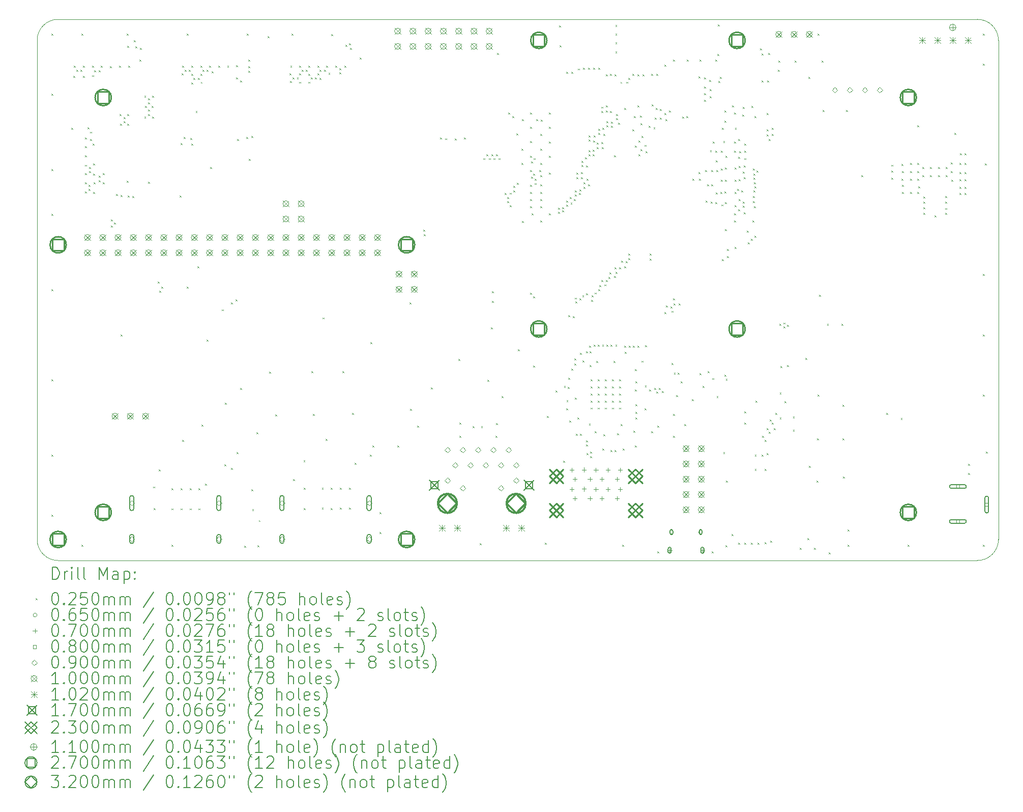
<source format=gbr>
%FSLAX45Y45*%
G04 Gerber Fmt 4.5, Leading zero omitted, Abs format (unit mm)*
G04 Created by KiCad (PCBNEW (5.99.0-6751-g76ac8b5acf)) date 2021-06-14 13:25:29*
%MOMM*%
%LPD*%
G01*
G04 APERTURE LIST*
%TA.AperFunction,Profile*%
%ADD10C,0.050000*%
%TD*%
%ADD11C,0.200000*%
%ADD12C,0.025000*%
%ADD13C,0.065000*%
%ADD14C,0.070000*%
%ADD15C,0.080000*%
%ADD16C,0.090000*%
%ADD17C,0.100000*%
%ADD18C,0.102000*%
%ADD19C,0.170000*%
%ADD20C,0.230000*%
%ADD21C,0.110000*%
%ADD22C,0.270000*%
%ADD23C,0.320000*%
G04 APERTURE END LIST*
D10*
X23900000Y-15650000D02*
X23900000Y-7350000D01*
X23550000Y-7000000D02*
X8250000Y-7000000D01*
X7900000Y-15650000D02*
X7900000Y-7350000D01*
X7900000Y-7350000D02*
G75*
G02*
X8250000Y-7000000I350000J0D01*
G01*
X8250000Y-16000000D02*
X23550000Y-16000000D01*
X8250000Y-16000000D02*
G75*
G02*
X7900000Y-15650000I0J350000D01*
G01*
X23550000Y-7000000D02*
G75*
G02*
X23900000Y-7350000I0J-350000D01*
G01*
X23900000Y-15650000D02*
G75*
G02*
X23550000Y-16000000I-350000J0D01*
G01*
D11*
D12*
X8137500Y-7237500D02*
X8162500Y-7262500D01*
X8162500Y-7237500D02*
X8137500Y-7262500D01*
X8137500Y-8237500D02*
X8162500Y-8262500D01*
X8162500Y-8237500D02*
X8137500Y-8262500D01*
X8137500Y-9487500D02*
X8162500Y-9512500D01*
X8162500Y-9487500D02*
X8137500Y-9512500D01*
X8137500Y-10237500D02*
X8162500Y-10262500D01*
X8162500Y-10237500D02*
X8137500Y-10262500D01*
X8137500Y-11487500D02*
X8162500Y-11512500D01*
X8162500Y-11487500D02*
X8137500Y-11512500D01*
X8137500Y-12987500D02*
X8162500Y-13012500D01*
X8162500Y-12987500D02*
X8137500Y-13012500D01*
X8137500Y-14237500D02*
X8162500Y-14262500D01*
X8162500Y-14237500D02*
X8137500Y-14262500D01*
X8137500Y-15237500D02*
X8162500Y-15262500D01*
X8162500Y-15237500D02*
X8137500Y-15262500D01*
X8467500Y-8807500D02*
X8492500Y-8832500D01*
X8492500Y-8807500D02*
X8467500Y-8832500D01*
X8502500Y-7937500D02*
X8527500Y-7962500D01*
X8527500Y-7937500D02*
X8502500Y-7962500D01*
X8512500Y-7767500D02*
X8537500Y-7792500D01*
X8537500Y-7767500D02*
X8512500Y-7792500D01*
X8552500Y-7837500D02*
X8577500Y-7862500D01*
X8577500Y-7837500D02*
X8552500Y-7862500D01*
X8622500Y-7837500D02*
X8647500Y-7862500D01*
X8647500Y-7837500D02*
X8622500Y-7862500D01*
X8637500Y-7237500D02*
X8662500Y-7262500D01*
X8662500Y-7237500D02*
X8637500Y-7262500D01*
X8637500Y-15737500D02*
X8662500Y-15762500D01*
X8662500Y-15737500D02*
X8637500Y-15762500D01*
X8662500Y-7767500D02*
X8687500Y-7792500D01*
X8687500Y-7767500D02*
X8662500Y-7792500D01*
X8662500Y-7937500D02*
X8687500Y-7962500D01*
X8687500Y-7937500D02*
X8662500Y-7962500D01*
X8692500Y-9112500D02*
X8717500Y-9137500D01*
X8717500Y-9112500D02*
X8692500Y-9137500D01*
X8692500Y-9712500D02*
X8717500Y-9737500D01*
X8717500Y-9712500D02*
X8692500Y-9737500D01*
X8697500Y-8967500D02*
X8722500Y-8992500D01*
X8722500Y-8967500D02*
X8697500Y-8992500D01*
X8697500Y-9257500D02*
X8722500Y-9282500D01*
X8722500Y-9257500D02*
X8697500Y-9282500D01*
X8697500Y-9417500D02*
X8722500Y-9442500D01*
X8722500Y-9417500D02*
X8697500Y-9442500D01*
X8697500Y-9557500D02*
X8722500Y-9582500D01*
X8722500Y-9557500D02*
X8697500Y-9582500D01*
X8697500Y-9862500D02*
X8722500Y-9887500D01*
X8722500Y-9862500D02*
X8697500Y-9887500D01*
X8737500Y-8797500D02*
X8762500Y-8822500D01*
X8762500Y-8797500D02*
X8737500Y-8822500D01*
X8757500Y-9752500D02*
X8782500Y-9777500D01*
X8782500Y-9752500D02*
X8757500Y-9777500D01*
X8757500Y-9822500D02*
X8782500Y-9847500D01*
X8782500Y-9822500D02*
X8757500Y-9847500D01*
X8767500Y-9452500D02*
X8792500Y-9477500D01*
X8792500Y-9452500D02*
X8767500Y-9477500D01*
X8767500Y-9522500D02*
X8792500Y-9547500D01*
X8792500Y-9522500D02*
X8767500Y-9547500D01*
X8777500Y-8867500D02*
X8802500Y-8892500D01*
X8802500Y-8867500D02*
X8777500Y-8892500D01*
X8777500Y-8987500D02*
X8802500Y-9012500D01*
X8802500Y-8987500D02*
X8777500Y-9012500D01*
X8812500Y-7767500D02*
X8837500Y-7792500D01*
X8837500Y-7767500D02*
X8812500Y-7792500D01*
X8817500Y-7927500D02*
X8842500Y-7952500D01*
X8842500Y-7927500D02*
X8817500Y-7952500D01*
X8822500Y-9067500D02*
X8847500Y-9092500D01*
X8847500Y-9067500D02*
X8822500Y-9092500D01*
X8832500Y-9397500D02*
X8857500Y-9422500D01*
X8857500Y-9397500D02*
X8832500Y-9422500D01*
X8832500Y-9567500D02*
X8857500Y-9592500D01*
X8857500Y-9567500D02*
X8832500Y-9592500D01*
X8832500Y-9867500D02*
X8857500Y-9892500D01*
X8857500Y-9867500D02*
X8832500Y-9892500D01*
X8837500Y-9707500D02*
X8862500Y-9732500D01*
X8862500Y-9707500D02*
X8837500Y-9732500D01*
X8852500Y-7847500D02*
X8877500Y-7872500D01*
X8877500Y-7847500D02*
X8852500Y-7872500D01*
X8922500Y-7847500D02*
X8947500Y-7872500D01*
X8947500Y-7847500D02*
X8922500Y-7872500D01*
X8927500Y-9602500D02*
X8952500Y-9627500D01*
X8952500Y-9602500D02*
X8927500Y-9627500D01*
X8927500Y-9672500D02*
X8952500Y-9697500D01*
X8952500Y-9672500D02*
X8927500Y-9697500D01*
X8962500Y-7767500D02*
X8987500Y-7792500D01*
X8987500Y-7767500D02*
X8962500Y-7792500D01*
X8992500Y-9557500D02*
X9017500Y-9582500D01*
X9017500Y-9557500D02*
X8992500Y-9582500D01*
X8992500Y-9707500D02*
X9017500Y-9732500D01*
X9017500Y-9707500D02*
X8992500Y-9732500D01*
X9112500Y-7777500D02*
X9137500Y-7802500D01*
X9137500Y-7777500D02*
X9112500Y-7802500D01*
X9127500Y-10327500D02*
X9152500Y-10352500D01*
X9152500Y-10327500D02*
X9127500Y-10352500D01*
X9127500Y-10427500D02*
X9152500Y-10452500D01*
X9152500Y-10427500D02*
X9127500Y-10452500D01*
X9177500Y-10377500D02*
X9202500Y-10402500D01*
X9202500Y-10377500D02*
X9177500Y-10402500D01*
X9212500Y-9907500D02*
X9237500Y-9932500D01*
X9237500Y-9907500D02*
X9212500Y-9932500D01*
X9262500Y-7767500D02*
X9287500Y-7792500D01*
X9287500Y-7767500D02*
X9262500Y-7792500D01*
X9272500Y-8577500D02*
X9297500Y-8602500D01*
X9297500Y-8577500D02*
X9272500Y-8602500D01*
X9277500Y-8737500D02*
X9302500Y-8762500D01*
X9302500Y-8737500D02*
X9277500Y-8762500D01*
X9287500Y-9917500D02*
X9312500Y-9942500D01*
X9312500Y-9917500D02*
X9287500Y-9942500D01*
X9287500Y-12237500D02*
X9312500Y-12262500D01*
X9312500Y-12237500D02*
X9287500Y-12262500D01*
X9337500Y-8622500D02*
X9362500Y-8647500D01*
X9362500Y-8622500D02*
X9337500Y-8647500D01*
X9337500Y-8692500D02*
X9362500Y-8717500D01*
X9362500Y-8692500D02*
X9337500Y-8717500D01*
X9387500Y-7237500D02*
X9412500Y-7262500D01*
X9412500Y-7237500D02*
X9387500Y-7262500D01*
X9387500Y-9685000D02*
X9412500Y-9710000D01*
X9412500Y-9685000D02*
X9387500Y-9710000D01*
X9402500Y-7437500D02*
X9427500Y-7462500D01*
X9427500Y-7437500D02*
X9402500Y-7462500D01*
X9402500Y-8577500D02*
X9427500Y-8602500D01*
X9427500Y-8577500D02*
X9402500Y-8602500D01*
X9402500Y-8737500D02*
X9427500Y-8762500D01*
X9427500Y-8737500D02*
X9402500Y-8762500D01*
X9407500Y-9927500D02*
X9432500Y-9952500D01*
X9432500Y-9927500D02*
X9407500Y-9952500D01*
X9412500Y-7767500D02*
X9437500Y-7792500D01*
X9437500Y-7767500D02*
X9412500Y-7792500D01*
X9482500Y-9937500D02*
X9507500Y-9962500D01*
X9507500Y-9937500D02*
X9482500Y-9962500D01*
X9507500Y-7347500D02*
X9532500Y-7372500D01*
X9532500Y-7347500D02*
X9507500Y-7372500D01*
X9537500Y-7447500D02*
X9562500Y-7472500D01*
X9562500Y-7447500D02*
X9537500Y-7472500D01*
X9602500Y-7672500D02*
X9627500Y-7697500D01*
X9627500Y-7672500D02*
X9602500Y-7697500D01*
X9612500Y-7477500D02*
X9637500Y-7502500D01*
X9637500Y-7477500D02*
X9612500Y-7502500D01*
X9682500Y-8267500D02*
X9707500Y-8292500D01*
X9707500Y-8267500D02*
X9682500Y-8292500D01*
X9682500Y-8617500D02*
X9707500Y-8642500D01*
X9707500Y-8617500D02*
X9682500Y-8642500D01*
X9692500Y-8437500D02*
X9717500Y-8462500D01*
X9717500Y-8437500D02*
X9692500Y-8462500D01*
X9742500Y-9705000D02*
X9767500Y-9730000D01*
X9767500Y-9705000D02*
X9742500Y-9730000D01*
X9747500Y-8312500D02*
X9772500Y-8337500D01*
X9772500Y-8312500D02*
X9747500Y-8337500D01*
X9747500Y-8382500D02*
X9772500Y-8407500D01*
X9772500Y-8382500D02*
X9747500Y-8407500D01*
X9747500Y-8502500D02*
X9772500Y-8527500D01*
X9772500Y-8502500D02*
X9747500Y-8527500D01*
X9747500Y-8572500D02*
X9772500Y-8597500D01*
X9772500Y-8572500D02*
X9747500Y-8597500D01*
X9802500Y-8437500D02*
X9827500Y-8462500D01*
X9827500Y-8437500D02*
X9802500Y-8462500D01*
X9812500Y-8267500D02*
X9837500Y-8292500D01*
X9837500Y-8267500D02*
X9812500Y-8292500D01*
X9812500Y-8617500D02*
X9837500Y-8642500D01*
X9837500Y-8617500D02*
X9812500Y-8642500D01*
X9832500Y-14768750D02*
X9857500Y-14793750D01*
X9857500Y-14768750D02*
X9832500Y-14793750D01*
X9837500Y-15127500D02*
X9862500Y-15152500D01*
X9862500Y-15127500D02*
X9837500Y-15152500D01*
X9907500Y-11357500D02*
X9932500Y-11382500D01*
X9932500Y-11357500D02*
X9907500Y-11382500D01*
X9922500Y-14488750D02*
X9947500Y-14513750D01*
X9947500Y-14488750D02*
X9922500Y-14513750D01*
X9932500Y-11512500D02*
X9957500Y-11537500D01*
X9957500Y-11512500D02*
X9932500Y-11537500D01*
X9967500Y-11442500D02*
X9992500Y-11467500D01*
X9992500Y-11442500D02*
X9967500Y-11467500D01*
X10137500Y-14797500D02*
X10162500Y-14822500D01*
X10162500Y-14797500D02*
X10137500Y-14822500D01*
X10137500Y-15132500D02*
X10162500Y-15157500D01*
X10162500Y-15132500D02*
X10137500Y-15157500D01*
X10137500Y-15737500D02*
X10162500Y-15762500D01*
X10162500Y-15737500D02*
X10137500Y-15762500D01*
X10275000Y-9930000D02*
X10300000Y-9955000D01*
X10300000Y-9930000D02*
X10275000Y-9955000D01*
X10287500Y-9057500D02*
X10312500Y-9082500D01*
X10312500Y-9057500D02*
X10287500Y-9082500D01*
X10287500Y-14797500D02*
X10312500Y-14822500D01*
X10312500Y-14797500D02*
X10287500Y-14822500D01*
X10287500Y-15132500D02*
X10312500Y-15157500D01*
X10312500Y-15132500D02*
X10287500Y-15157500D01*
X10302500Y-7897500D02*
X10327500Y-7922500D01*
X10327500Y-7897500D02*
X10302500Y-7922500D01*
X10312500Y-7772500D02*
X10337500Y-7797500D01*
X10337500Y-7772500D02*
X10312500Y-7797500D01*
X10312500Y-13997500D02*
X10337500Y-14022500D01*
X10337500Y-13997500D02*
X10312500Y-14022500D01*
X10337313Y-8955499D02*
X10362313Y-8980499D01*
X10362313Y-8955499D02*
X10337313Y-8980499D01*
X10352500Y-7837500D02*
X10377500Y-7862500D01*
X10377500Y-7837500D02*
X10352500Y-7862500D01*
X10387500Y-7237500D02*
X10412500Y-7262500D01*
X10412500Y-7237500D02*
X10387500Y-7262500D01*
X10392500Y-11442500D02*
X10417500Y-11467500D01*
X10417500Y-11442500D02*
X10392500Y-11467500D01*
X10422500Y-7837500D02*
X10447500Y-7862500D01*
X10447500Y-7837500D02*
X10422500Y-7862500D01*
X10437500Y-14797500D02*
X10462500Y-14822500D01*
X10462500Y-14797500D02*
X10437500Y-14822500D01*
X10437500Y-15132500D02*
X10462500Y-15157500D01*
X10462500Y-15132500D02*
X10437500Y-15157500D01*
X10445000Y-8975000D02*
X10470000Y-9000000D01*
X10470000Y-8975000D02*
X10445000Y-9000000D01*
X10462500Y-7771999D02*
X10487500Y-7796999D01*
X10487500Y-7771999D02*
X10462500Y-7796999D01*
X10462500Y-7907500D02*
X10487500Y-7932500D01*
X10487500Y-7907500D02*
X10462500Y-7932500D01*
X10462500Y-8047500D02*
X10487500Y-8072500D01*
X10487500Y-8047500D02*
X10462500Y-8072500D01*
X10467500Y-9067500D02*
X10492500Y-9092500D01*
X10492500Y-9067500D02*
X10467500Y-9092500D01*
X10502500Y-7977500D02*
X10527500Y-8002500D01*
X10527500Y-7977500D02*
X10502500Y-8002500D01*
X10537500Y-8527500D02*
X10562500Y-8552500D01*
X10562500Y-8527500D02*
X10537500Y-8552500D01*
X10567500Y-11107500D02*
X10592500Y-11132500D01*
X10592500Y-11107500D02*
X10567500Y-11132500D01*
X10572500Y-7977500D02*
X10597500Y-8002500D01*
X10597500Y-7977500D02*
X10572500Y-8002500D01*
X10587500Y-14797500D02*
X10612500Y-14822500D01*
X10612500Y-14797500D02*
X10587500Y-14822500D01*
X10587500Y-15132500D02*
X10612500Y-15157500D01*
X10612500Y-15132500D02*
X10587500Y-15157500D01*
X10617500Y-7771999D02*
X10642500Y-7796999D01*
X10642500Y-7771999D02*
X10617500Y-7796999D01*
X10617500Y-7907500D02*
X10642500Y-7932500D01*
X10642500Y-7907500D02*
X10617500Y-7932500D01*
X10622500Y-8037500D02*
X10647500Y-8062500D01*
X10647500Y-8037500D02*
X10622500Y-8062500D01*
X10632500Y-13738750D02*
X10657500Y-13763750D01*
X10657500Y-13738750D02*
X10632500Y-13763750D01*
X10652500Y-7837500D02*
X10677500Y-7862500D01*
X10677500Y-7837500D02*
X10652500Y-7862500D01*
X10692500Y-14718750D02*
X10717500Y-14743750D01*
X10717500Y-14718750D02*
X10692500Y-14743750D01*
X10716000Y-12329000D02*
X10741000Y-12354000D01*
X10741000Y-12329000D02*
X10716000Y-12354000D01*
X10722500Y-7837500D02*
X10747500Y-7862500D01*
X10747500Y-7837500D02*
X10722500Y-7862500D01*
X10762500Y-7771999D02*
X10787500Y-7796999D01*
X10787500Y-7771999D02*
X10762500Y-7796999D01*
X10775000Y-9455000D02*
X10800000Y-9480000D01*
X10800000Y-9455000D02*
X10775000Y-9480000D01*
X10802500Y-7867500D02*
X10827500Y-7892500D01*
X10827500Y-7867500D02*
X10802500Y-7892500D01*
X10912500Y-7767500D02*
X10937500Y-7792500D01*
X10937500Y-7767500D02*
X10912500Y-7792500D01*
X10973000Y-11822000D02*
X10998000Y-11847000D01*
X10998000Y-11822000D02*
X10973000Y-11847000D01*
X11012500Y-14398750D02*
X11037500Y-14423750D01*
X11037500Y-14398750D02*
X11012500Y-14423750D01*
X11022500Y-13378750D02*
X11047500Y-13403750D01*
X11047500Y-13378750D02*
X11022500Y-13403750D01*
X11062500Y-7767500D02*
X11087500Y-7792500D01*
X11087500Y-7767500D02*
X11062500Y-7792500D01*
X11127500Y-11707500D02*
X11152500Y-11732500D01*
X11152500Y-11707500D02*
X11127500Y-11732500D01*
X11127500Y-14457500D02*
X11152500Y-14482500D01*
X11152500Y-14457500D02*
X11127500Y-14482500D01*
X11202500Y-11658501D02*
X11227500Y-11683501D01*
X11227500Y-11658501D02*
X11202500Y-11683501D01*
X11212500Y-7763501D02*
X11237500Y-7788501D01*
X11237500Y-7763501D02*
X11212500Y-7788501D01*
X11212500Y-7967500D02*
X11237500Y-7992500D01*
X11237500Y-7967500D02*
X11212500Y-7992500D01*
X11222500Y-14198750D02*
X11247500Y-14223750D01*
X11247500Y-14198750D02*
X11222500Y-14223750D01*
X11227500Y-8987500D02*
X11252500Y-9012500D01*
X11252500Y-8987500D02*
X11227500Y-9012500D01*
X11277500Y-8017500D02*
X11302500Y-8042500D01*
X11302500Y-8017500D02*
X11277500Y-8042500D01*
X11282500Y-13128750D02*
X11307500Y-13153750D01*
X11307500Y-13128750D02*
X11282500Y-13153750D01*
X11347500Y-15757500D02*
X11372500Y-15782500D01*
X11372500Y-15757500D02*
X11347500Y-15782500D01*
X11377500Y-8957500D02*
X11402500Y-8982500D01*
X11402500Y-8957500D02*
X11377500Y-8982500D01*
X11387500Y-7237500D02*
X11412500Y-7262500D01*
X11412500Y-7237500D02*
X11387500Y-7262500D01*
X11412500Y-7672500D02*
X11437500Y-7697500D01*
X11437500Y-7672500D02*
X11412500Y-7697500D01*
X11412500Y-7777500D02*
X11437500Y-7802500D01*
X11437500Y-7777500D02*
X11412500Y-7802500D01*
X11417500Y-7857500D02*
X11442500Y-7882500D01*
X11442500Y-7857500D02*
X11417500Y-7882500D01*
X11420000Y-9320000D02*
X11445000Y-9345000D01*
X11445000Y-9320000D02*
X11420000Y-9345000D01*
X11462500Y-8937500D02*
X11487500Y-8962500D01*
X11487500Y-8937500D02*
X11462500Y-8962500D01*
X11467500Y-14817500D02*
X11492500Y-14842500D01*
X11492500Y-14817500D02*
X11467500Y-14842500D01*
X11477500Y-15147500D02*
X11502500Y-15172500D01*
X11502500Y-15147500D02*
X11477500Y-15172500D01*
X11547500Y-13867500D02*
X11572500Y-13892500D01*
X11572500Y-13867500D02*
X11547500Y-13892500D01*
X11567500Y-15743750D02*
X11592500Y-15768750D01*
X11592500Y-15743750D02*
X11567500Y-15768750D01*
X11587500Y-15327500D02*
X11612500Y-15352500D01*
X11612500Y-15327500D02*
X11587500Y-15352500D01*
X11732500Y-7277500D02*
X11757500Y-7302500D01*
X11757500Y-7277500D02*
X11732500Y-7302500D01*
X11762500Y-12858750D02*
X11787500Y-12883750D01*
X11787500Y-12858750D02*
X11762500Y-12883750D01*
X11862500Y-13568750D02*
X11887500Y-13593750D01*
X11887500Y-13568750D02*
X11862500Y-13593750D01*
X12102500Y-7897500D02*
X12127500Y-7922500D01*
X12127500Y-7897500D02*
X12102500Y-7922500D01*
X12107500Y-8021999D02*
X12132500Y-8046999D01*
X12132500Y-8021999D02*
X12107500Y-8046999D01*
X12112500Y-7767500D02*
X12137500Y-7792500D01*
X12137500Y-7767500D02*
X12112500Y-7792500D01*
X12137500Y-7237500D02*
X12162500Y-7262500D01*
X12162500Y-7237500D02*
X12137500Y-7262500D01*
X12152500Y-7967500D02*
X12177500Y-7992500D01*
X12177500Y-7967500D02*
X12152500Y-7992500D01*
X12162500Y-14648750D02*
X12187500Y-14673750D01*
X12187500Y-14648750D02*
X12162500Y-14673750D01*
X12222500Y-7967500D02*
X12247500Y-7992500D01*
X12247500Y-7967500D02*
X12222500Y-7992500D01*
X12262500Y-7767500D02*
X12287500Y-7792500D01*
X12287500Y-7767500D02*
X12262500Y-7792500D01*
X12262500Y-7897500D02*
X12287500Y-7922500D01*
X12287500Y-7897500D02*
X12262500Y-7922500D01*
X12262500Y-8037500D02*
X12287500Y-8062500D01*
X12287500Y-8037500D02*
X12262500Y-8062500D01*
X12302500Y-7837500D02*
X12327500Y-7862500D01*
X12327500Y-7837500D02*
X12302500Y-7862500D01*
X12332500Y-14328750D02*
X12357500Y-14353750D01*
X12357500Y-14328750D02*
X12332500Y-14353750D01*
X12337500Y-14787500D02*
X12362500Y-14812500D01*
X12362500Y-14787500D02*
X12337500Y-14812500D01*
X12337500Y-15127500D02*
X12362500Y-15152500D01*
X12362500Y-15127500D02*
X12337500Y-15152500D01*
X12372500Y-7837500D02*
X12397500Y-7862500D01*
X12397500Y-7837500D02*
X12372500Y-7862500D01*
X12412500Y-7767500D02*
X12437500Y-7792500D01*
X12437500Y-7767500D02*
X12412500Y-7792500D01*
X12412500Y-7902500D02*
X12437500Y-7927500D01*
X12437500Y-7902500D02*
X12412500Y-7927500D01*
X12412500Y-8037500D02*
X12437500Y-8062500D01*
X12437500Y-8037500D02*
X12412500Y-8062500D01*
X12452500Y-7967500D02*
X12477500Y-7992500D01*
X12477500Y-7967500D02*
X12452500Y-7992500D01*
X12462500Y-12848750D02*
X12487500Y-12873750D01*
X12487500Y-12848750D02*
X12462500Y-12873750D01*
X12492500Y-13558750D02*
X12517500Y-13583750D01*
X12517500Y-13558750D02*
X12492500Y-13583750D01*
X12522500Y-7967500D02*
X12547500Y-7992500D01*
X12547500Y-7967500D02*
X12522500Y-7992500D01*
X12562500Y-7767500D02*
X12587500Y-7792500D01*
X12587500Y-7767500D02*
X12562500Y-7792500D01*
X12562500Y-7897500D02*
X12587500Y-7922500D01*
X12587500Y-7897500D02*
X12562500Y-7922500D01*
X12602500Y-7837500D02*
X12627500Y-7862500D01*
X12627500Y-7837500D02*
X12602500Y-7862500D01*
X12602500Y-7977500D02*
X12627500Y-8002500D01*
X12627500Y-7977500D02*
X12602500Y-8002500D01*
X12637500Y-14792500D02*
X12662500Y-14817500D01*
X12662500Y-14792500D02*
X12637500Y-14817500D01*
X12637500Y-15122500D02*
X12662500Y-15147500D01*
X12662500Y-15122500D02*
X12637500Y-15147500D01*
X12647500Y-11957500D02*
X12672500Y-11982500D01*
X12672500Y-11957500D02*
X12647500Y-11982500D01*
X12672500Y-7837500D02*
X12697500Y-7862500D01*
X12697500Y-7837500D02*
X12672500Y-7862500D01*
X12702500Y-13978750D02*
X12727500Y-14003750D01*
X12727500Y-13978750D02*
X12702500Y-14003750D01*
X12712500Y-7767500D02*
X12737500Y-7792500D01*
X12737500Y-7767500D02*
X12712500Y-7792500D01*
X12747500Y-7887500D02*
X12772500Y-7912500D01*
X12772500Y-7887500D02*
X12747500Y-7912500D01*
X12787500Y-14792500D02*
X12812500Y-14817500D01*
X12812500Y-14792500D02*
X12787500Y-14817500D01*
X12787500Y-15127500D02*
X12812500Y-15152500D01*
X12812500Y-15127500D02*
X12787500Y-15152500D01*
X12792500Y-7242500D02*
X12817500Y-7267500D01*
X12817500Y-7242500D02*
X12792500Y-7267500D01*
X12862500Y-7767500D02*
X12887500Y-7792500D01*
X12887500Y-7767500D02*
X12862500Y-7792500D01*
X12927500Y-7812500D02*
X12952500Y-7837500D01*
X12952500Y-7812500D02*
X12927500Y-7837500D01*
X12927500Y-7882500D02*
X12952500Y-7907500D01*
X12952500Y-7882500D02*
X12927500Y-7907500D01*
X12937500Y-14792500D02*
X12962500Y-14817500D01*
X12962500Y-14792500D02*
X12937500Y-14817500D01*
X12937500Y-15122500D02*
X12962500Y-15147500D01*
X12962500Y-15122500D02*
X12937500Y-15147500D01*
X12982500Y-12848750D02*
X13007500Y-12873750D01*
X13007500Y-12848750D02*
X12982500Y-12873750D01*
X13012500Y-7767500D02*
X13037500Y-7792500D01*
X13037500Y-7767500D02*
X13012500Y-7792500D01*
X13032500Y-7427500D02*
X13057500Y-7452500D01*
X13057500Y-7427500D02*
X13032500Y-7452500D01*
X13087500Y-14792500D02*
X13112500Y-14817500D01*
X13112500Y-14792500D02*
X13087500Y-14817500D01*
X13087500Y-15122500D02*
X13112500Y-15147500D01*
X13112500Y-15122500D02*
X13087500Y-15147500D01*
X13092500Y-7397500D02*
X13117500Y-7422500D01*
X13117500Y-7397500D02*
X13092500Y-7422500D01*
X13106495Y-7472500D02*
X13131495Y-7497500D01*
X13131495Y-7472500D02*
X13106495Y-7497500D01*
X13142500Y-13548750D02*
X13167500Y-13573750D01*
X13167500Y-13548750D02*
X13142500Y-13573750D01*
X13182500Y-14378750D02*
X13207500Y-14403750D01*
X13207500Y-14378750D02*
X13182500Y-14403750D01*
X13267000Y-7632000D02*
X13292000Y-7657000D01*
X13292000Y-7632000D02*
X13267000Y-7657000D01*
X13437500Y-14237500D02*
X13462500Y-14262500D01*
X13462500Y-14237500D02*
X13437500Y-14262500D01*
X13442500Y-12368750D02*
X13467500Y-12393750D01*
X13467500Y-12368750D02*
X13442500Y-12393750D01*
X13482500Y-14088750D02*
X13507500Y-14113750D01*
X13507500Y-14088750D02*
X13482500Y-14113750D01*
X13597500Y-15197500D02*
X13622500Y-15222500D01*
X13622500Y-15197500D02*
X13597500Y-15222500D01*
X13597500Y-15527500D02*
X13622500Y-15552500D01*
X13622500Y-15527500D02*
X13597500Y-15552500D01*
X13892500Y-14085000D02*
X13917500Y-14110000D01*
X13917500Y-14085000D02*
X13892500Y-14110000D01*
X14097500Y-11705000D02*
X14122500Y-11730000D01*
X14122500Y-11705000D02*
X14097500Y-11730000D01*
X14102500Y-13478750D02*
X14127500Y-13503750D01*
X14127500Y-13478750D02*
X14102500Y-13503750D01*
X14222500Y-13760000D02*
X14247500Y-13785000D01*
X14247500Y-13760000D02*
X14222500Y-13785000D01*
X14327500Y-10497500D02*
X14352500Y-10522500D01*
X14352500Y-10497500D02*
X14327500Y-10522500D01*
X14332500Y-10572500D02*
X14357500Y-10597500D01*
X14357500Y-10572500D02*
X14332500Y-10597500D01*
X14452500Y-13118750D02*
X14477500Y-13143750D01*
X14477500Y-13118750D02*
X14452500Y-13143750D01*
X14607500Y-8967500D02*
X14632500Y-8992500D01*
X14632500Y-8967500D02*
X14607500Y-8992500D01*
X14687500Y-8977500D02*
X14712500Y-9002500D01*
X14712500Y-8977500D02*
X14687500Y-9002500D01*
X14847500Y-8978501D02*
X14872500Y-9003501D01*
X14872500Y-8978501D02*
X14847500Y-9003501D01*
X14912500Y-12648750D02*
X14937500Y-12673750D01*
X14937500Y-12648750D02*
X14912500Y-12673750D01*
X14927500Y-13707500D02*
X14952500Y-13732500D01*
X14952500Y-13707500D02*
X14927500Y-13732500D01*
X14927500Y-13927500D02*
X14952500Y-13952500D01*
X14952500Y-13927500D02*
X14927500Y-13952500D01*
X15007500Y-8967500D02*
X15032500Y-8992500D01*
X15032500Y-8967500D02*
X15007500Y-8992500D01*
X15147500Y-13767500D02*
X15172500Y-13792500D01*
X15172500Y-13767500D02*
X15147500Y-13792500D01*
X15262500Y-15712500D02*
X15287500Y-15737500D01*
X15287500Y-15712500D02*
X15262500Y-15737500D01*
X15287500Y-13767500D02*
X15312500Y-13792500D01*
X15312500Y-13767500D02*
X15287500Y-13792500D01*
X15327500Y-9307500D02*
X15352500Y-9332500D01*
X15352500Y-9307500D02*
X15327500Y-9332500D01*
X15372500Y-9242500D02*
X15397500Y-9267500D01*
X15397500Y-9242500D02*
X15372500Y-9267500D01*
X15392500Y-12998750D02*
X15417500Y-13023750D01*
X15417500Y-12998750D02*
X15392500Y-13023750D01*
X15417500Y-9307500D02*
X15442500Y-9332500D01*
X15442500Y-9307500D02*
X15417500Y-9332500D01*
X15452500Y-12118750D02*
X15477500Y-12143750D01*
X15477500Y-12118750D02*
X15452500Y-12143750D01*
X15457500Y-9242500D02*
X15482500Y-9267500D01*
X15482500Y-9242500D02*
X15457500Y-9267500D01*
X15472500Y-11518750D02*
X15497500Y-11543750D01*
X15497500Y-11518750D02*
X15472500Y-11543750D01*
X15472500Y-11678750D02*
X15497500Y-11703750D01*
X15497500Y-11678750D02*
X15472500Y-11703750D01*
X15497500Y-9307500D02*
X15522500Y-9332500D01*
X15522500Y-9307500D02*
X15497500Y-9332500D01*
X15527500Y-13927500D02*
X15552500Y-13952500D01*
X15552500Y-13927500D02*
X15527500Y-13952500D01*
X15534256Y-13716789D02*
X15559256Y-13741789D01*
X15559256Y-13716789D02*
X15534256Y-13741789D01*
X15537500Y-9247500D02*
X15562500Y-9272500D01*
X15562500Y-9247500D02*
X15537500Y-9272500D01*
X15553331Y-7561999D02*
X15578331Y-7586999D01*
X15578331Y-7561999D02*
X15553331Y-7586999D01*
X15577500Y-9307500D02*
X15602500Y-9332500D01*
X15602500Y-9307500D02*
X15577500Y-9332500D01*
X15632500Y-13268750D02*
X15657500Y-13293750D01*
X15657500Y-13268750D02*
X15632500Y-13293750D01*
X15677500Y-9887500D02*
X15702500Y-9912500D01*
X15702500Y-9887500D02*
X15677500Y-9912500D01*
X15727500Y-9952500D02*
X15752500Y-9977500D01*
X15752500Y-9952500D02*
X15727500Y-9977500D01*
X15727500Y-10022500D02*
X15752500Y-10047500D01*
X15752500Y-10022500D02*
X15727500Y-10047500D01*
X15737500Y-8547500D02*
X15762500Y-8572500D01*
X15762500Y-8547500D02*
X15737500Y-8572500D01*
X15762500Y-9883501D02*
X15787500Y-9908501D01*
X15787500Y-9883501D02*
X15762500Y-9908501D01*
X15767500Y-10087500D02*
X15792500Y-10112500D01*
X15792500Y-10087500D02*
X15767500Y-10112500D01*
X15807500Y-8607500D02*
X15832500Y-8632500D01*
X15832500Y-8607500D02*
X15807500Y-8632500D01*
X15827500Y-9772500D02*
X15852500Y-9797500D01*
X15852500Y-9772500D02*
X15827500Y-9797500D01*
X15827500Y-9842500D02*
X15852500Y-9867500D01*
X15852500Y-9842500D02*
X15827500Y-9867500D01*
X15877500Y-8897500D02*
X15902500Y-8922500D01*
X15902500Y-8897500D02*
X15877500Y-8922500D01*
X15887500Y-9718501D02*
X15912500Y-9743501D01*
X15912500Y-9718501D02*
X15887500Y-9743501D01*
X15897500Y-12483750D02*
X15922500Y-12508750D01*
X15922500Y-12483750D02*
X15897500Y-12508750D01*
X15957500Y-9147500D02*
X15982500Y-9172500D01*
X15982500Y-9147500D02*
X15957500Y-9172500D01*
X15957500Y-9387500D02*
X15982500Y-9412500D01*
X15982500Y-9387500D02*
X15957500Y-9412500D01*
X15967500Y-8657500D02*
X15992500Y-8682500D01*
X15992500Y-8657500D02*
X15967500Y-8682500D01*
X15967500Y-10350501D02*
X15992500Y-10375501D01*
X15992500Y-10350501D02*
X15967500Y-10375501D01*
X16102500Y-11547500D02*
X16127500Y-11572500D01*
X16127500Y-11547500D02*
X16102500Y-11572500D01*
X16107500Y-8546499D02*
X16132500Y-8571499D01*
X16132500Y-8546499D02*
X16107500Y-8571499D01*
X16107500Y-8787500D02*
X16132500Y-8812500D01*
X16132500Y-8787500D02*
X16107500Y-8812500D01*
X16107500Y-9027500D02*
X16132500Y-9052500D01*
X16132500Y-9027500D02*
X16107500Y-9052500D01*
X16107500Y-9267500D02*
X16132500Y-9292500D01*
X16132500Y-9267500D02*
X16107500Y-9292500D01*
X16107500Y-9507500D02*
X16132500Y-9532500D01*
X16132500Y-9507500D02*
X16107500Y-9532500D01*
X16107500Y-9748501D02*
X16132500Y-9773501D01*
X16132500Y-9748501D02*
X16107500Y-9773501D01*
X16107500Y-9867500D02*
X16132500Y-9892500D01*
X16132500Y-9867500D02*
X16107500Y-9892500D01*
X16107500Y-9987500D02*
X16132500Y-10012500D01*
X16132500Y-9987500D02*
X16107500Y-10012500D01*
X16107500Y-10107500D02*
X16132500Y-10132500D01*
X16132500Y-10107500D02*
X16107500Y-10132500D01*
X16117500Y-9617500D02*
X16142500Y-9642500D01*
X16142500Y-9617500D02*
X16117500Y-9642500D01*
X16122801Y-9362199D02*
X16147801Y-9387199D01*
X16147801Y-9362199D02*
X16122801Y-9387199D01*
X16132500Y-10230000D02*
X16157500Y-10255000D01*
X16157500Y-10230000D02*
X16132500Y-10255000D01*
X16152500Y-12758750D02*
X16177500Y-12783750D01*
X16177500Y-12758750D02*
X16152500Y-12783750D01*
X16157500Y-9567500D02*
X16182500Y-9592500D01*
X16182500Y-9567500D02*
X16157500Y-9592500D01*
X16157500Y-11607500D02*
X16182500Y-11632500D01*
X16182500Y-11607500D02*
X16157500Y-11632500D01*
X16167500Y-9307500D02*
X16192500Y-9332500D01*
X16192500Y-9307500D02*
X16167500Y-9332500D01*
X16177500Y-9652500D02*
X16202500Y-9677500D01*
X16202500Y-9652500D02*
X16177500Y-9677500D01*
X16177500Y-9722500D02*
X16202500Y-9747500D01*
X16202500Y-9722500D02*
X16177500Y-9747500D01*
X16207500Y-8657500D02*
X16232500Y-8682500D01*
X16232500Y-8657500D02*
X16207500Y-8682500D01*
X16253824Y-9505494D02*
X16278824Y-9530494D01*
X16278824Y-9505494D02*
X16253824Y-9530494D01*
X16277500Y-8907500D02*
X16302500Y-8932500D01*
X16302500Y-8907500D02*
X16277500Y-8932500D01*
X16277500Y-9147500D02*
X16302500Y-9172500D01*
X16302500Y-9147500D02*
X16277500Y-9172500D01*
X16277500Y-9747500D02*
X16302500Y-9772500D01*
X16302500Y-9747500D02*
X16277500Y-9772500D01*
X16277500Y-9867500D02*
X16302500Y-9892500D01*
X16302500Y-9867500D02*
X16277500Y-9892500D01*
X16277500Y-9986499D02*
X16302500Y-10011499D01*
X16302500Y-9986499D02*
X16277500Y-10011499D01*
X16277500Y-10108501D02*
X16302500Y-10133501D01*
X16302500Y-10108501D02*
X16277500Y-10133501D01*
X16277500Y-10344499D02*
X16302500Y-10369499D01*
X16302500Y-10344499D02*
X16277500Y-10369499D01*
X16277687Y-9386753D02*
X16302687Y-9411753D01*
X16302687Y-9386753D02*
X16277687Y-9411753D01*
X16277862Y-9590441D02*
X16302862Y-9615441D01*
X16302862Y-9590441D02*
X16277862Y-9615441D01*
X16281353Y-8669041D02*
X16306353Y-8694041D01*
X16306353Y-8669041D02*
X16281353Y-8694041D01*
X16347500Y-15702500D02*
X16372500Y-15727500D01*
X16372500Y-15702500D02*
X16347500Y-15727500D01*
X16384000Y-13592750D02*
X16409000Y-13617750D01*
X16409000Y-13592750D02*
X16384000Y-13617750D01*
X16414499Y-9547102D02*
X16439499Y-9572102D01*
X16439499Y-9547102D02*
X16414499Y-9572102D01*
X16417500Y-8546499D02*
X16442500Y-8571499D01*
X16442500Y-8546499D02*
X16417500Y-8571499D01*
X16417500Y-8788501D02*
X16442500Y-8813501D01*
X16442500Y-8788501D02*
X16417500Y-8813501D01*
X16417500Y-9028501D02*
X16442500Y-9053501D01*
X16442500Y-9028501D02*
X16417500Y-9053501D01*
X16417500Y-9268501D02*
X16442500Y-9293501D01*
X16442500Y-9268501D02*
X16417500Y-9293501D01*
X16417565Y-10228501D02*
X16442565Y-10253501D01*
X16442565Y-10228501D02*
X16417565Y-10253501D01*
X16527500Y-13171250D02*
X16552500Y-13196250D01*
X16552500Y-13171250D02*
X16527500Y-13196250D01*
X16567500Y-10132500D02*
X16592500Y-10157500D01*
X16592500Y-10132500D02*
X16567500Y-10157500D01*
X16567500Y-10202500D02*
X16592500Y-10227500D01*
X16592500Y-10202500D02*
X16567500Y-10227500D01*
X16587500Y-7102500D02*
X16612500Y-7127500D01*
X16612500Y-7102500D02*
X16587500Y-7127500D01*
X16597500Y-7433750D02*
X16622500Y-7458750D01*
X16622500Y-7433750D02*
X16597500Y-7458750D01*
X16637500Y-10127500D02*
X16662500Y-10152500D01*
X16662500Y-10127500D02*
X16637500Y-10152500D01*
X16637500Y-10177500D02*
X16662500Y-10202500D01*
X16662500Y-10177500D02*
X16637500Y-10202500D01*
X16657500Y-14337500D02*
X16682500Y-14362500D01*
X16682500Y-14337500D02*
X16657500Y-14362500D01*
X16667500Y-13092500D02*
X16692500Y-13117500D01*
X16692500Y-13092500D02*
X16667500Y-13117500D01*
X16707500Y-7869501D02*
X16732500Y-7894501D01*
X16732500Y-7869501D02*
X16707500Y-7894501D01*
X16707500Y-10012500D02*
X16732500Y-10037500D01*
X16732500Y-10012500D02*
X16707500Y-10037500D01*
X16707500Y-10082500D02*
X16732500Y-10107500D01*
X16732500Y-10082500D02*
X16707500Y-10107500D01*
X16707500Y-13467500D02*
X16732500Y-13492500D01*
X16732500Y-13467500D02*
X16707500Y-13492500D01*
X16710000Y-13337500D02*
X16735000Y-13362500D01*
X16735000Y-13337500D02*
X16710000Y-13362500D01*
X16727500Y-13115000D02*
X16752500Y-13140000D01*
X16752500Y-13115000D02*
X16727500Y-13140000D01*
X16737500Y-11917500D02*
X16762500Y-11942500D01*
X16762500Y-11917500D02*
X16737500Y-11942500D01*
X16737500Y-12957500D02*
X16762500Y-12982500D01*
X16762500Y-12957500D02*
X16737500Y-12982500D01*
X16757500Y-13670000D02*
X16782500Y-13695000D01*
X16782500Y-13670000D02*
X16757500Y-13695000D01*
X16767500Y-9957500D02*
X16792500Y-9982500D01*
X16792500Y-9957500D02*
X16767500Y-9982500D01*
X16777500Y-10047500D02*
X16802500Y-10072500D01*
X16802500Y-10047500D02*
X16777500Y-10072500D01*
X16787500Y-7869501D02*
X16812500Y-7894501D01*
X16812500Y-7869501D02*
X16787500Y-7894501D01*
X16790351Y-12808336D02*
X16815351Y-12833336D01*
X16815351Y-12808336D02*
X16790351Y-12833336D01*
X16817500Y-11937500D02*
X16842500Y-11962500D01*
X16842500Y-11937500D02*
X16817500Y-11962500D01*
X16832500Y-9987500D02*
X16857500Y-10012500D01*
X16857500Y-9987500D02*
X16832500Y-10012500D01*
X16845000Y-12642500D02*
X16870000Y-12667500D01*
X16870000Y-12642500D02*
X16845000Y-12667500D01*
X16845000Y-12720000D02*
X16870000Y-12745000D01*
X16870000Y-12720000D02*
X16845000Y-12745000D01*
X16847500Y-9842500D02*
X16872500Y-9867500D01*
X16872500Y-9842500D02*
X16847500Y-9867500D01*
X16847500Y-9912500D02*
X16872500Y-9937500D01*
X16872500Y-9912500D02*
X16847500Y-9937500D01*
X16847500Y-11627500D02*
X16872500Y-11652500D01*
X16872500Y-11627500D02*
X16847500Y-11652500D01*
X16850000Y-13295000D02*
X16875000Y-13320000D01*
X16875000Y-13295000D02*
X16850000Y-13320000D01*
X16857500Y-11687500D02*
X16882500Y-11712500D01*
X16882500Y-11687500D02*
X16857500Y-11712500D01*
X16870000Y-13895000D02*
X16895000Y-13920000D01*
X16895000Y-13895000D02*
X16870000Y-13920000D01*
X16877500Y-9552500D02*
X16902500Y-9577500D01*
X16902500Y-9552500D02*
X16877500Y-9577500D01*
X16877500Y-9622500D02*
X16902500Y-9647500D01*
X16902500Y-9622500D02*
X16877500Y-9647500D01*
X16890000Y-13617500D02*
X16915000Y-13642500D01*
X16915000Y-13617500D02*
X16890000Y-13642500D01*
X16897500Y-7817500D02*
X16922500Y-7842500D01*
X16922500Y-7817500D02*
X16897500Y-7842500D01*
X16917500Y-9887500D02*
X16942500Y-9912500D01*
X16942500Y-9887500D02*
X16917500Y-9912500D01*
X16922751Y-11642249D02*
X16947751Y-11667249D01*
X16947751Y-11642249D02*
X16922751Y-11667249D01*
X16927500Y-9827500D02*
X16952500Y-9852500D01*
X16952500Y-9827500D02*
X16927500Y-9852500D01*
X16932500Y-13892500D02*
X16957500Y-13917500D01*
X16957500Y-13892500D02*
X16932500Y-13917500D01*
X16937500Y-12547500D02*
X16962500Y-12572500D01*
X16962500Y-12547500D02*
X16937500Y-12572500D01*
X16947500Y-9537500D02*
X16972500Y-9562500D01*
X16972500Y-9537500D02*
X16947500Y-9562500D01*
X16947500Y-9627500D02*
X16972500Y-9652500D01*
X16972500Y-9627500D02*
X16947500Y-9652500D01*
X16957500Y-9352500D02*
X16982500Y-9377500D01*
X16982500Y-9352500D02*
X16957500Y-9377500D01*
X16957500Y-9422500D02*
X16982500Y-9447500D01*
X16982500Y-9422500D02*
X16957500Y-9447500D01*
X16972249Y-11592751D02*
X16997249Y-11617751D01*
X16997249Y-11592751D02*
X16972249Y-11617751D01*
X16974256Y-12672315D02*
X16999256Y-12697315D01*
X16999256Y-12672315D02*
X16974256Y-12697315D01*
X16982500Y-7807500D02*
X17007500Y-7832500D01*
X17007500Y-7807500D02*
X16982500Y-7832500D01*
X16997500Y-9712500D02*
X17022500Y-9737500D01*
X17022500Y-9712500D02*
X16997500Y-9737500D01*
X16997500Y-9782500D02*
X17022500Y-9807500D01*
X17022500Y-9782500D02*
X16997500Y-9807500D01*
X17017500Y-9297500D02*
X17042500Y-9322500D01*
X17042500Y-9297500D02*
X17017500Y-9322500D01*
X17032500Y-9432500D02*
X17057500Y-9457500D01*
X17057500Y-9432500D02*
X17032500Y-9457500D01*
X17037500Y-11557500D02*
X17062500Y-11582500D01*
X17062500Y-11557500D02*
X17037500Y-11582500D01*
X17037500Y-12517500D02*
X17062500Y-12542500D01*
X17062500Y-12517500D02*
X17037500Y-12542500D01*
X17037500Y-14002500D02*
X17062500Y-14027500D01*
X17062500Y-14002500D02*
X17037500Y-14027500D01*
X17037500Y-14070000D02*
X17062500Y-14095000D01*
X17062500Y-14070000D02*
X17037500Y-14095000D01*
X17042500Y-14217500D02*
X17067500Y-14242500D01*
X17067500Y-14217500D02*
X17042500Y-14242500D01*
X17047500Y-9647500D02*
X17072500Y-9672500D01*
X17072500Y-9647500D02*
X17047500Y-9672500D01*
X17067500Y-7807500D02*
X17092500Y-7832500D01*
X17092500Y-7807500D02*
X17067500Y-7832500D01*
X17070000Y-9747500D02*
X17095000Y-9772500D01*
X17095000Y-9747500D02*
X17070000Y-9772500D01*
X17077500Y-8932500D02*
X17102500Y-8957500D01*
X17102500Y-8932500D02*
X17077500Y-8957500D01*
X17077500Y-9002500D02*
X17102500Y-9027500D01*
X17102500Y-9002500D02*
X17077500Y-9027500D01*
X17077500Y-9172500D02*
X17102500Y-9197500D01*
X17102500Y-9172500D02*
X17077500Y-9197500D01*
X17077500Y-9242500D02*
X17102500Y-9267500D01*
X17102500Y-9242500D02*
X17077500Y-9267500D01*
X17082500Y-13720000D02*
X17107500Y-13745000D01*
X17107500Y-13720000D02*
X17082500Y-13745000D01*
X17087500Y-12427500D02*
X17112500Y-12452500D01*
X17112500Y-12427500D02*
X17087500Y-12452500D01*
X17092500Y-12747500D02*
X17117500Y-12772500D01*
X17117500Y-12747500D02*
X17092500Y-12772500D01*
X17097500Y-12517500D02*
X17122500Y-12542500D01*
X17122500Y-12517500D02*
X17097500Y-12542500D01*
X17102500Y-14192500D02*
X17127500Y-14217500D01*
X17127500Y-14192500D02*
X17102500Y-14217500D01*
X17102500Y-14262500D02*
X17127500Y-14287500D01*
X17127500Y-14262500D02*
X17102500Y-14287500D01*
X17117500Y-11667500D02*
X17142500Y-11692500D01*
X17142500Y-11667500D02*
X17117500Y-11692500D01*
X17132751Y-11592249D02*
X17157751Y-11617249D01*
X17157751Y-11592249D02*
X17132751Y-11617249D01*
X17147500Y-9167500D02*
X17172500Y-9192500D01*
X17172500Y-9167500D02*
X17147500Y-9192500D01*
X17147500Y-9247500D02*
X17172500Y-9272500D01*
X17172500Y-9247500D02*
X17147500Y-9272500D01*
X17152500Y-9012500D02*
X17177500Y-9037500D01*
X17177500Y-9012500D02*
X17152500Y-9037500D01*
X17157500Y-7807500D02*
X17182500Y-7832500D01*
X17182500Y-7807500D02*
X17157500Y-7832500D01*
X17162500Y-8932500D02*
X17187500Y-8957500D01*
X17187500Y-8932500D02*
X17162500Y-8957500D01*
X17162500Y-12411250D02*
X17187500Y-12436250D01*
X17187500Y-12411250D02*
X17162500Y-12436250D01*
X17177500Y-13852500D02*
X17202500Y-13877500D01*
X17202500Y-13852500D02*
X17177500Y-13877500D01*
X17182249Y-11542751D02*
X17207249Y-11567751D01*
X17207249Y-11542751D02*
X17182249Y-11567751D01*
X17202500Y-12680000D02*
X17227500Y-12705000D01*
X17227500Y-12680000D02*
X17202500Y-12705000D01*
X17217500Y-9052500D02*
X17242500Y-9077500D01*
X17242500Y-9052500D02*
X17217500Y-9077500D01*
X17217500Y-9122500D02*
X17242500Y-9147500D01*
X17242500Y-9122500D02*
X17217500Y-9147500D01*
X17232500Y-12411250D02*
X17257500Y-12436250D01*
X17257500Y-12411250D02*
X17232500Y-12436250D01*
X17237500Y-7807500D02*
X17262500Y-7832500D01*
X17262500Y-7807500D02*
X17237500Y-7832500D01*
X17237500Y-8822500D02*
X17262500Y-8847500D01*
X17262500Y-8822500D02*
X17237500Y-8847500D01*
X17237500Y-8892500D02*
X17262500Y-8917500D01*
X17262500Y-8892500D02*
X17237500Y-8917500D01*
X17237500Y-11487500D02*
X17262500Y-11512500D01*
X17262500Y-11487500D02*
X17237500Y-11512500D01*
X17257500Y-11417500D02*
X17282500Y-11442500D01*
X17282500Y-11417500D02*
X17257500Y-11442500D01*
X17287500Y-8452500D02*
X17312500Y-8477500D01*
X17312500Y-8452500D02*
X17287500Y-8477500D01*
X17287500Y-8522500D02*
X17312500Y-8547500D01*
X17312500Y-8522500D02*
X17287500Y-8547500D01*
X17287500Y-11337500D02*
X17312500Y-11362500D01*
X17312500Y-11337500D02*
X17287500Y-11362500D01*
X17292500Y-9037500D02*
X17317500Y-9062500D01*
X17317500Y-9037500D02*
X17292500Y-9062500D01*
X17297500Y-9127500D02*
X17322500Y-9152500D01*
X17322500Y-9127500D02*
X17297500Y-9152500D01*
X17302500Y-12411250D02*
X17327500Y-12436250D01*
X17327500Y-12411250D02*
X17302500Y-12436250D01*
X17307500Y-8802500D02*
X17332500Y-8827500D01*
X17332500Y-8802500D02*
X17307500Y-8827500D01*
X17307500Y-14140000D02*
X17332500Y-14165000D01*
X17332500Y-14140000D02*
X17307500Y-14165000D01*
X17322500Y-8907500D02*
X17347500Y-8932500D01*
X17347500Y-8907500D02*
X17322500Y-8932500D01*
X17322500Y-13902500D02*
X17347500Y-13927500D01*
X17347500Y-13902500D02*
X17322500Y-13927500D01*
X17337500Y-11407500D02*
X17362500Y-11432500D01*
X17362500Y-11407500D02*
X17337500Y-11432500D01*
X17362500Y-8427500D02*
X17387500Y-8452500D01*
X17387500Y-8427500D02*
X17362500Y-8452500D01*
X17362751Y-11332249D02*
X17387751Y-11357249D01*
X17387751Y-11332249D02*
X17362751Y-11357249D01*
X17367500Y-7917500D02*
X17392500Y-7942500D01*
X17392500Y-7917500D02*
X17367500Y-7942500D01*
X17367500Y-8512500D02*
X17392500Y-8537500D01*
X17392500Y-8512500D02*
X17367500Y-8537500D01*
X17372500Y-8692500D02*
X17397500Y-8717500D01*
X17397500Y-8692500D02*
X17372500Y-8717500D01*
X17372500Y-8762500D02*
X17397500Y-8787500D01*
X17397500Y-8762500D02*
X17372500Y-8787500D01*
X17373750Y-12407500D02*
X17398750Y-12432500D01*
X17398750Y-12407500D02*
X17373750Y-12432500D01*
X17412249Y-11282751D02*
X17437249Y-11307751D01*
X17437249Y-11282751D02*
X17412249Y-11307751D01*
X17427500Y-11207500D02*
X17452500Y-11232500D01*
X17452500Y-11207500D02*
X17427500Y-11232500D01*
X17432500Y-8522500D02*
X17457500Y-8547500D01*
X17457500Y-8522500D02*
X17432500Y-8547500D01*
X17437500Y-7907500D02*
X17462500Y-7932500D01*
X17462500Y-7907500D02*
X17437500Y-7932500D01*
X17441100Y-14164211D02*
X17466100Y-14189211D01*
X17466100Y-14164211D02*
X17441100Y-14189211D01*
X17443750Y-12407500D02*
X17468750Y-12432500D01*
X17468750Y-12407500D02*
X17443750Y-12432500D01*
X17447500Y-8702500D02*
X17472500Y-8727500D01*
X17472500Y-8702500D02*
X17447500Y-8727500D01*
X17447500Y-8772500D02*
X17472500Y-8797500D01*
X17472500Y-8772500D02*
X17447500Y-8797500D01*
X17495000Y-12680000D02*
X17520000Y-12705000D01*
X17520000Y-12680000D02*
X17495000Y-12705000D01*
X17497500Y-11267500D02*
X17522500Y-11292500D01*
X17522500Y-11267500D02*
X17497500Y-11292500D01*
X17499415Y-9262999D02*
X17524415Y-9287999D01*
X17524415Y-9262999D02*
X17499415Y-9287999D01*
X17507500Y-11127500D02*
X17532500Y-11152500D01*
X17532500Y-11127500D02*
X17507500Y-11152500D01*
X17511400Y-14164211D02*
X17536400Y-14189211D01*
X17536400Y-14164211D02*
X17511400Y-14189211D01*
X17512991Y-7917500D02*
X17537991Y-7942500D01*
X17537991Y-7917500D02*
X17512991Y-7942500D01*
X17522500Y-7097500D02*
X17547500Y-7122500D01*
X17547500Y-7097500D02*
X17522500Y-7122500D01*
X17522500Y-7237500D02*
X17547500Y-7262500D01*
X17547500Y-7237500D02*
X17522500Y-7262500D01*
X17522500Y-7377500D02*
X17547500Y-7402500D01*
X17547500Y-7377500D02*
X17522500Y-7402500D01*
X17522500Y-7537500D02*
X17547500Y-7562500D01*
X17547500Y-7537500D02*
X17522500Y-7562500D01*
X17522500Y-12411250D02*
X17547500Y-12436250D01*
X17547500Y-12411250D02*
X17522500Y-12436250D01*
X17527500Y-11197500D02*
X17552500Y-11222500D01*
X17552500Y-11197500D02*
X17527500Y-11222500D01*
X17537500Y-8572500D02*
X17562500Y-8597500D01*
X17562500Y-8572500D02*
X17537500Y-8597500D01*
X17537500Y-8642500D02*
X17562500Y-8667500D01*
X17562500Y-8642500D02*
X17537500Y-8667500D01*
X17550000Y-13885000D02*
X17575000Y-13910000D01*
X17575000Y-13885000D02*
X17550000Y-13910000D01*
X17567500Y-8722500D02*
X17592500Y-8747500D01*
X17592500Y-8722500D02*
X17567500Y-8747500D01*
X17587500Y-11127500D02*
X17612500Y-11152500D01*
X17612500Y-11127500D02*
X17587500Y-11152500D01*
X17607500Y-8037500D02*
X17632500Y-8062500D01*
X17632500Y-8037500D02*
X17607500Y-8062500D01*
X17615000Y-13727500D02*
X17640000Y-13752500D01*
X17640000Y-13727500D02*
X17615000Y-13752500D01*
X17617500Y-11017500D02*
X17642500Y-11042500D01*
X17642500Y-11017500D02*
X17617500Y-11042500D01*
X17637500Y-15737500D02*
X17662500Y-15762500D01*
X17662500Y-15737500D02*
X17637500Y-15762500D01*
X17642500Y-14137500D02*
X17667500Y-14162500D01*
X17667500Y-14137500D02*
X17642500Y-14162500D01*
X17667500Y-11107500D02*
X17692500Y-11132500D01*
X17692500Y-11107500D02*
X17667500Y-11132500D01*
X17672500Y-8472500D02*
X17697500Y-8497500D01*
X17697500Y-8472500D02*
X17672500Y-8497500D01*
X17672500Y-12431250D02*
X17697500Y-12456250D01*
X17697500Y-12431250D02*
X17672500Y-12456250D01*
X17680000Y-12526000D02*
X17705000Y-12551000D01*
X17705000Y-12526000D02*
X17680000Y-12551000D01*
X17692751Y-11022249D02*
X17717751Y-11047249D01*
X17717751Y-11022249D02*
X17692751Y-11047249D01*
X17707500Y-8037500D02*
X17732500Y-8062500D01*
X17732500Y-8037500D02*
X17707500Y-8062500D01*
X17737500Y-7977500D02*
X17762500Y-8002500D01*
X17762500Y-7977500D02*
X17737500Y-8002500D01*
X17737500Y-10897500D02*
X17762500Y-10922500D01*
X17762500Y-10897500D02*
X17737500Y-10922500D01*
X17742249Y-10972751D02*
X17767249Y-10997751D01*
X17767249Y-10972751D02*
X17742249Y-10997751D01*
X17745000Y-12427500D02*
X17770000Y-12452500D01*
X17770000Y-12427500D02*
X17745000Y-12452500D01*
X17807500Y-7907500D02*
X17832500Y-7932500D01*
X17832500Y-7907500D02*
X17807500Y-7932500D01*
X17807500Y-8827500D02*
X17832500Y-8852500D01*
X17832500Y-8827500D02*
X17807500Y-8852500D01*
X17815000Y-12427500D02*
X17840000Y-12452500D01*
X17840000Y-12427500D02*
X17815000Y-12452500D01*
X17825000Y-13845000D02*
X17850000Y-13870000D01*
X17850000Y-13845000D02*
X17825000Y-13870000D01*
X17832500Y-8612500D02*
X17857500Y-8637500D01*
X17857500Y-8612500D02*
X17832500Y-8637500D01*
X17846999Y-12817500D02*
X17871999Y-12842500D01*
X17871999Y-12817500D02*
X17846999Y-12842500D01*
X17850000Y-14085000D02*
X17875000Y-14110000D01*
X17875000Y-14085000D02*
X17850000Y-14110000D01*
X17851250Y-13153750D02*
X17876250Y-13178750D01*
X17876250Y-13153750D02*
X17851250Y-13178750D01*
X17852500Y-9097500D02*
X17877500Y-9122500D01*
X17877500Y-9097500D02*
X17852500Y-9122500D01*
X17853750Y-13023750D02*
X17878750Y-13048750D01*
X17878750Y-13023750D02*
X17853750Y-13048750D01*
X17853750Y-13528750D02*
X17878750Y-13553750D01*
X17878750Y-13528750D02*
X17853750Y-13553750D01*
X17853750Y-13623750D02*
X17878750Y-13648750D01*
X17878750Y-13623750D02*
X17853750Y-13648750D01*
X17857500Y-13397500D02*
X17882500Y-13422500D01*
X17882500Y-13397500D02*
X17857500Y-13422500D01*
X17887500Y-7917500D02*
X17912500Y-7942500D01*
X17912500Y-7917500D02*
X17887500Y-7942500D01*
X17892500Y-8427500D02*
X17917500Y-8452500D01*
X17917500Y-8427500D02*
X17892500Y-8452500D01*
X17892500Y-12431250D02*
X17917500Y-12456250D01*
X17917500Y-12431250D02*
X17892500Y-12456250D01*
X17905000Y-9247500D02*
X17930000Y-9272500D01*
X17930000Y-9247500D02*
X17905000Y-9272500D01*
X17907500Y-9017500D02*
X17932500Y-9042500D01*
X17932500Y-9017500D02*
X17907500Y-9042500D01*
X17932500Y-8597500D02*
X17957500Y-8622500D01*
X17957500Y-8597500D02*
X17932500Y-8622500D01*
X17940000Y-9160000D02*
X17965000Y-9185000D01*
X17965000Y-9160000D02*
X17940000Y-9185000D01*
X17942500Y-8727500D02*
X17967500Y-8752500D01*
X17967500Y-8727500D02*
X17942500Y-8752500D01*
X17957500Y-8937500D02*
X17982500Y-8962500D01*
X17982500Y-8937500D02*
X17957500Y-8962500D01*
X17957500Y-12677500D02*
X17982500Y-12702500D01*
X17982500Y-12677500D02*
X17957500Y-12702500D01*
X17977500Y-7917500D02*
X18002500Y-7942500D01*
X18002500Y-7917500D02*
X17977500Y-7942500D01*
X18007500Y-9087500D02*
X18032500Y-9112500D01*
X18032500Y-9087500D02*
X18007500Y-9112500D01*
X18011250Y-13466250D02*
X18036250Y-13491250D01*
X18036250Y-13466250D02*
X18011250Y-13491250D01*
X18013750Y-13088750D02*
X18038750Y-13113750D01*
X18038750Y-13088750D02*
X18013750Y-13113750D01*
X18017500Y-12417500D02*
X18042500Y-12442500D01*
X18042500Y-12417500D02*
X18017500Y-12442500D01*
X18027500Y-9192500D02*
X18052500Y-9217500D01*
X18052500Y-9192500D02*
X18027500Y-9217500D01*
X18077500Y-8767500D02*
X18102500Y-8792500D01*
X18102500Y-8767500D02*
X18077500Y-8792500D01*
X18087500Y-13152500D02*
X18112500Y-13177500D01*
X18112500Y-13152500D02*
X18087500Y-13177500D01*
X18097500Y-10897500D02*
X18122500Y-10922500D01*
X18122500Y-10897500D02*
X18097500Y-10922500D01*
X18097500Y-10977500D02*
X18122500Y-11002500D01*
X18122500Y-10977500D02*
X18097500Y-11002500D01*
X18117500Y-7907500D02*
X18142500Y-7932500D01*
X18142500Y-7907500D02*
X18117500Y-7932500D01*
X18120000Y-13852500D02*
X18145000Y-13877500D01*
X18145000Y-13852500D02*
X18120000Y-13877500D01*
X18127500Y-8417500D02*
X18152500Y-8442500D01*
X18152500Y-8417500D02*
X18127500Y-8442500D01*
X18157500Y-8797500D02*
X18182500Y-8822500D01*
X18182500Y-8797500D02*
X18157500Y-8822500D01*
X18172350Y-13127500D02*
X18197350Y-13152500D01*
X18197350Y-13127500D02*
X18172350Y-13152500D01*
X18177500Y-8637500D02*
X18202500Y-8662500D01*
X18202500Y-8637500D02*
X18177500Y-8662500D01*
X18197500Y-8477500D02*
X18222500Y-8502500D01*
X18222500Y-8477500D02*
X18197500Y-8502500D01*
X18205000Y-13187500D02*
X18230000Y-13212500D01*
X18230000Y-13187500D02*
X18205000Y-13212500D01*
X18207500Y-7907500D02*
X18232500Y-7932500D01*
X18232500Y-7907500D02*
X18207500Y-7932500D01*
X18217500Y-13760000D02*
X18242500Y-13785000D01*
X18242500Y-13760000D02*
X18217500Y-13785000D01*
X18217500Y-15847500D02*
X18242500Y-15872500D01*
X18242500Y-15847500D02*
X18217500Y-15872500D01*
X18242650Y-13127500D02*
X18267650Y-13152500D01*
X18267650Y-13127500D02*
X18242650Y-13152500D01*
X18267500Y-8487500D02*
X18292500Y-8512500D01*
X18292500Y-8487500D02*
X18267500Y-8512500D01*
X18267500Y-8637500D02*
X18292500Y-8662500D01*
X18292500Y-8637500D02*
X18267500Y-8662500D01*
X18295000Y-13185000D02*
X18320000Y-13210000D01*
X18320000Y-13185000D02*
X18295000Y-13210000D01*
X18337500Y-7757500D02*
X18362500Y-7782500D01*
X18362500Y-7757500D02*
X18337500Y-7782500D01*
X18337500Y-8557500D02*
X18362500Y-8582500D01*
X18362500Y-8557500D02*
X18337500Y-8582500D01*
X18337500Y-11872500D02*
X18362500Y-11897500D01*
X18362500Y-11872500D02*
X18337500Y-11897500D01*
X18359378Y-8661561D02*
X18384378Y-8686561D01*
X18384378Y-8661561D02*
X18359378Y-8686561D01*
X18367500Y-11757500D02*
X18392500Y-11782500D01*
X18392500Y-11757500D02*
X18367500Y-11782500D01*
X18417500Y-8517500D02*
X18442500Y-8542500D01*
X18442500Y-8517500D02*
X18417500Y-8542500D01*
X18442751Y-11772249D02*
X18467751Y-11797249D01*
X18467751Y-11772249D02*
X18442751Y-11797249D01*
X18457500Y-11847500D02*
X18482500Y-11872500D01*
X18482500Y-11847500D02*
X18457500Y-11872500D01*
X18457500Y-12717500D02*
X18482500Y-12742500D01*
X18482500Y-12717500D02*
X18457500Y-12742500D01*
X18482500Y-7667500D02*
X18507500Y-7692500D01*
X18507500Y-7667500D02*
X18482500Y-7692500D01*
X18485000Y-13562500D02*
X18510000Y-13587500D01*
X18510000Y-13562500D02*
X18485000Y-13587500D01*
X18487500Y-11637500D02*
X18512500Y-11662500D01*
X18512500Y-11637500D02*
X18487500Y-11662500D01*
X18487500Y-13930000D02*
X18512500Y-13955000D01*
X18512500Y-13930000D02*
X18487500Y-13955000D01*
X18492249Y-11722751D02*
X18517249Y-11747751D01*
X18517249Y-11722751D02*
X18492249Y-11747751D01*
X18496250Y-12877000D02*
X18521250Y-12902000D01*
X18521250Y-12877000D02*
X18496250Y-12902000D01*
X18537500Y-13247500D02*
X18562500Y-13272500D01*
X18562500Y-13247500D02*
X18537500Y-13272500D01*
X18559750Y-12877000D02*
X18584750Y-12902000D01*
X18584750Y-12877000D02*
X18559750Y-12902000D01*
X18577500Y-11727500D02*
X18602500Y-11752500D01*
X18602500Y-11727500D02*
X18577500Y-11752500D01*
X18607500Y-13017500D02*
X18632500Y-13042500D01*
X18632500Y-13017500D02*
X18607500Y-13042500D01*
X18632500Y-8617500D02*
X18657500Y-8642500D01*
X18657500Y-8617500D02*
X18632500Y-8642500D01*
X18670000Y-13727500D02*
X18695000Y-13752500D01*
X18695000Y-13727500D02*
X18670000Y-13752500D01*
X18707500Y-8607500D02*
X18732500Y-8632500D01*
X18732500Y-8607500D02*
X18707500Y-8632500D01*
X18712500Y-7667500D02*
X18737500Y-7692500D01*
X18737500Y-7667500D02*
X18712500Y-7692500D01*
X18797500Y-13317500D02*
X18822500Y-13342500D01*
X18822500Y-13317500D02*
X18797500Y-13342500D01*
X18807500Y-9647500D02*
X18832500Y-9672500D01*
X18832500Y-9647500D02*
X18807500Y-9672500D01*
X18907500Y-7947500D02*
X18932500Y-7972500D01*
X18932500Y-7947500D02*
X18907500Y-7972500D01*
X18907500Y-9539499D02*
X18932500Y-9564499D01*
X18932500Y-9539499D02*
X18907500Y-9564499D01*
X18917468Y-9647467D02*
X18942468Y-9672467D01*
X18942468Y-9647467D02*
X18917468Y-9672467D01*
X18922500Y-7667500D02*
X18947500Y-7692500D01*
X18947500Y-7667500D02*
X18922500Y-7692500D01*
X18927500Y-12887500D02*
X18952500Y-12912500D01*
X18952500Y-12887500D02*
X18927500Y-12912500D01*
X18977500Y-13100000D02*
X19002500Y-13125000D01*
X19002500Y-13100000D02*
X18977500Y-13125000D01*
X19002500Y-7967500D02*
X19027500Y-7992500D01*
X19027500Y-7967500D02*
X19002500Y-7992500D01*
X19002500Y-8117500D02*
X19027500Y-8142500D01*
X19027500Y-8117500D02*
X19002500Y-8142500D01*
X19002500Y-8227500D02*
X19027500Y-8252500D01*
X19027500Y-8227500D02*
X19002500Y-8252500D01*
X19002500Y-8337500D02*
X19027500Y-8362500D01*
X19027500Y-8337500D02*
X19002500Y-8362500D01*
X19017500Y-9503496D02*
X19042500Y-9528496D01*
X19042500Y-9503496D02*
X19017500Y-9528496D01*
X19027500Y-10017500D02*
X19052500Y-10042500D01*
X19052500Y-10017500D02*
X19027500Y-10042500D01*
X19052506Y-9747588D02*
X19077506Y-9772588D01*
X19077506Y-9747588D02*
X19052506Y-9772588D01*
X19060000Y-12850000D02*
X19085000Y-12875000D01*
X19085000Y-12850000D02*
X19060000Y-12875000D01*
X19087500Y-8007500D02*
X19112500Y-8032500D01*
X19112500Y-8007500D02*
X19087500Y-8032500D01*
X19092500Y-8157500D02*
X19117500Y-8182500D01*
X19117500Y-8157500D02*
X19092500Y-8182500D01*
X19092500Y-8277500D02*
X19117500Y-8302500D01*
X19117500Y-8277500D02*
X19092500Y-8302500D01*
X19097500Y-9177500D02*
X19122500Y-9202500D01*
X19122500Y-9177500D02*
X19097500Y-9202500D01*
X19107500Y-10027500D02*
X19132500Y-10052500D01*
X19132500Y-10027500D02*
X19107500Y-10052500D01*
X19117500Y-9503497D02*
X19142500Y-9528497D01*
X19142500Y-9503497D02*
X19117500Y-9528497D01*
X19117500Y-9746598D02*
X19142500Y-9771598D01*
X19142500Y-9746598D02*
X19117500Y-9771598D01*
X19127500Y-15847500D02*
X19152500Y-15872500D01*
X19152500Y-15847500D02*
X19127500Y-15872500D01*
X19137500Y-12965000D02*
X19162500Y-12990000D01*
X19162500Y-12965000D02*
X19137500Y-12990000D01*
X19142500Y-9032500D02*
X19167500Y-9057500D01*
X19167500Y-9032500D02*
X19142500Y-9057500D01*
X19182500Y-7667500D02*
X19207500Y-7692500D01*
X19207500Y-7667500D02*
X19182500Y-7692500D01*
X19187500Y-9187500D02*
X19212500Y-9212500D01*
X19212500Y-9187500D02*
X19187500Y-9212500D01*
X19187500Y-10037500D02*
X19212500Y-10062500D01*
X19212500Y-10037500D02*
X19187500Y-10062500D01*
X19192188Y-9877971D02*
X19217188Y-9902971D01*
X19217188Y-9877971D02*
X19192188Y-9902971D01*
X19193535Y-9342833D02*
X19218535Y-9367833D01*
X19218535Y-9342833D02*
X19193535Y-9367833D01*
X19200878Y-9506836D02*
X19225878Y-9531836D01*
X19225878Y-9506836D02*
X19200878Y-9531836D01*
X19207500Y-13267500D02*
X19232500Y-13292500D01*
X19232500Y-13267500D02*
X19207500Y-13292500D01*
X19222500Y-7577500D02*
X19247500Y-7602500D01*
X19247500Y-7577500D02*
X19222500Y-7602500D01*
X19232500Y-7087500D02*
X19257500Y-7112500D01*
X19257500Y-7087500D02*
X19232500Y-7112500D01*
X19237500Y-8027500D02*
X19262500Y-8052500D01*
X19262500Y-8027500D02*
X19237500Y-8052500D01*
X19262500Y-7957500D02*
X19287500Y-7982500D01*
X19287500Y-7957500D02*
X19262500Y-7982500D01*
X19268965Y-9870492D02*
X19293965Y-9895492D01*
X19293965Y-9870492D02*
X19268965Y-9895492D01*
X19277500Y-9477500D02*
X19302500Y-9502500D01*
X19302500Y-9477500D02*
X19277500Y-9502500D01*
X19277500Y-9667500D02*
X19302500Y-9692500D01*
X19302500Y-9667500D02*
X19277500Y-9692500D01*
X19282500Y-9182500D02*
X19307500Y-9207500D01*
X19307500Y-9182500D02*
X19282500Y-9207500D01*
X19287500Y-10077976D02*
X19312500Y-10102976D01*
X19312500Y-10077976D02*
X19287500Y-10102976D01*
X19292500Y-8807500D02*
X19317500Y-8832500D01*
X19317500Y-8807500D02*
X19292500Y-8832500D01*
X19297500Y-10990000D02*
X19322500Y-11015000D01*
X19322500Y-10990000D02*
X19297500Y-11015000D01*
X19317500Y-9027500D02*
X19342500Y-9052500D01*
X19342500Y-9027500D02*
X19317500Y-9052500D01*
X19317500Y-14197500D02*
X19342500Y-14222500D01*
X19342500Y-14197500D02*
X19317500Y-14222500D01*
X19337500Y-8518001D02*
X19362500Y-8543001D01*
X19362500Y-8518001D02*
X19337500Y-8543001D01*
X19337500Y-8687500D02*
X19362500Y-8712500D01*
X19362500Y-8687500D02*
X19337500Y-8712500D01*
X19337500Y-12907500D02*
X19362500Y-12932500D01*
X19362500Y-12907500D02*
X19337500Y-12932500D01*
X19339174Y-9864902D02*
X19364174Y-9889902D01*
X19364174Y-9864902D02*
X19339174Y-9889902D01*
X19347500Y-9467500D02*
X19372500Y-9492500D01*
X19372500Y-9467500D02*
X19347500Y-9492500D01*
X19347500Y-9667500D02*
X19372500Y-9692500D01*
X19372500Y-9667500D02*
X19347500Y-9692500D01*
X19347500Y-10037500D02*
X19372500Y-10062500D01*
X19372500Y-10037500D02*
X19347500Y-10062500D01*
X19347500Y-10487500D02*
X19372500Y-10512500D01*
X19372500Y-10487500D02*
X19347500Y-10512500D01*
X19351999Y-9267500D02*
X19376999Y-9292500D01*
X19376999Y-9267500D02*
X19351999Y-9292500D01*
X19355500Y-15742500D02*
X19380500Y-15767500D01*
X19380500Y-15742500D02*
X19355500Y-15767500D01*
X19360000Y-12975000D02*
X19385000Y-13000000D01*
X19385000Y-12975000D02*
X19360000Y-13000000D01*
X19362500Y-14667500D02*
X19387500Y-14692500D01*
X19387500Y-14667500D02*
X19362500Y-14692500D01*
X19377500Y-10937500D02*
X19402500Y-10962500D01*
X19402500Y-10937500D02*
X19377500Y-10962500D01*
X19382500Y-10817500D02*
X19407500Y-10842500D01*
X19407500Y-10817500D02*
X19382500Y-10842500D01*
X19455500Y-15557500D02*
X19480500Y-15582500D01*
X19480500Y-15557500D02*
X19455500Y-15582500D01*
X19467500Y-8427500D02*
X19492500Y-8452500D01*
X19492500Y-8427500D02*
X19467500Y-8452500D01*
X19497500Y-8545999D02*
X19522500Y-8570999D01*
X19522500Y-8545999D02*
X19497500Y-8570999D01*
X19497500Y-9029501D02*
X19522500Y-9054501D01*
X19522500Y-9029501D02*
X19497500Y-9054501D01*
X19497500Y-9187500D02*
X19522500Y-9212500D01*
X19522500Y-9187500D02*
X19497500Y-9212500D01*
X19497500Y-10347500D02*
X19522500Y-10372500D01*
X19522500Y-10347500D02*
X19497500Y-10372500D01*
X19502500Y-10227500D02*
X19527500Y-10252500D01*
X19527500Y-10227500D02*
X19502500Y-10252500D01*
X19505580Y-9867178D02*
X19530580Y-9892178D01*
X19530580Y-9867178D02*
X19505580Y-9892178D01*
X19507500Y-9467500D02*
X19532500Y-9492500D01*
X19532500Y-9467500D02*
X19507500Y-9492500D01*
X19507500Y-9667500D02*
X19532500Y-9692500D01*
X19532500Y-9667500D02*
X19507500Y-9692500D01*
X19507500Y-10787500D02*
X19532500Y-10812500D01*
X19532500Y-10787500D02*
X19507500Y-10812500D01*
X19510157Y-10088163D02*
X19535157Y-10113163D01*
X19535157Y-10088163D02*
X19510157Y-10113163D01*
X19512500Y-8807500D02*
X19537500Y-8832500D01*
X19537500Y-8807500D02*
X19512500Y-8832500D01*
X19547500Y-9817500D02*
X19572500Y-9842500D01*
X19572500Y-9817500D02*
X19547500Y-9842500D01*
X19563500Y-15702500D02*
X19588500Y-15727500D01*
X19588500Y-15702500D02*
X19563500Y-15727500D01*
X19567500Y-8987500D02*
X19592500Y-9012500D01*
X19592500Y-8987500D02*
X19567500Y-9012500D01*
X19567500Y-10157500D02*
X19592500Y-10182500D01*
X19592500Y-10157500D02*
X19567500Y-10182500D01*
X19567692Y-9289501D02*
X19592692Y-9314501D01*
X19592692Y-9289501D02*
X19567692Y-9314501D01*
X19577500Y-9437500D02*
X19602500Y-9462500D01*
X19602500Y-9437500D02*
X19577500Y-9462500D01*
X19577500Y-9657500D02*
X19602500Y-9682500D01*
X19602500Y-9657500D02*
X19577500Y-9682500D01*
X19577500Y-9988499D02*
X19602500Y-10013499D01*
X19602500Y-9988499D02*
X19577500Y-10013499D01*
X19587692Y-9195499D02*
X19612692Y-9220499D01*
X19612692Y-9195499D02*
X19587692Y-9220499D01*
X19617500Y-9847500D02*
X19642500Y-9872500D01*
X19642500Y-9847500D02*
X19617500Y-9872500D01*
X19637500Y-8587500D02*
X19662500Y-8612500D01*
X19662500Y-8587500D02*
X19637500Y-8612500D01*
X19644616Y-9528733D02*
X19669616Y-9553733D01*
X19669616Y-9528733D02*
X19644616Y-9553733D01*
X19647500Y-8459501D02*
X19672500Y-8484501D01*
X19672500Y-8459501D02*
X19647500Y-8484501D01*
X19647500Y-10027500D02*
X19672500Y-10052500D01*
X19672500Y-10027500D02*
X19647500Y-10052500D01*
X19647500Y-10097500D02*
X19672500Y-10122500D01*
X19672500Y-10097500D02*
X19647500Y-10122500D01*
X19657500Y-9627500D02*
X19682500Y-9652500D01*
X19682500Y-9627500D02*
X19657500Y-9652500D01*
X19657500Y-10207500D02*
X19682500Y-10232500D01*
X19682500Y-10207500D02*
X19657500Y-10232500D01*
X19660755Y-9426514D02*
X19685755Y-9451514D01*
X19685755Y-9426514D02*
X19660755Y-9451514D01*
X19667500Y-9067500D02*
X19692500Y-9092500D01*
X19692500Y-9067500D02*
X19667500Y-9092500D01*
X19667500Y-9307500D02*
X19692500Y-9332500D01*
X19692500Y-9307500D02*
X19667500Y-9332500D01*
X19670000Y-13518500D02*
X19695000Y-13543500D01*
X19695000Y-13518500D02*
X19670000Y-13543500D01*
X19670000Y-13708500D02*
X19695000Y-13733500D01*
X19695000Y-13708500D02*
X19670000Y-13733500D01*
X19670045Y-9181182D02*
X19695045Y-9206182D01*
X19695045Y-9181182D02*
X19670045Y-9206182D01*
X19672500Y-15702500D02*
X19697500Y-15727500D01*
X19697500Y-15702500D02*
X19672500Y-15727500D01*
X19712500Y-10517500D02*
X19737500Y-10542500D01*
X19737500Y-10517500D02*
X19712500Y-10542500D01*
X19727500Y-10707500D02*
X19752500Y-10732500D01*
X19752500Y-10707500D02*
X19727500Y-10732500D01*
X19782500Y-10647500D02*
X19807500Y-10672500D01*
X19807500Y-10647500D02*
X19782500Y-10672500D01*
X19782500Y-15702500D02*
X19807500Y-15727500D01*
X19807500Y-15702500D02*
X19782500Y-15727500D01*
X19787500Y-8437500D02*
X19812500Y-8462500D01*
X19812500Y-8437500D02*
X19787500Y-8462500D01*
X19806998Y-10347500D02*
X19831998Y-10372500D01*
X19831998Y-10347500D02*
X19806998Y-10372500D01*
X19809414Y-10023672D02*
X19834414Y-10048672D01*
X19834414Y-10023672D02*
X19809414Y-10048672D01*
X19815002Y-9937500D02*
X19840002Y-9962500D01*
X19840002Y-9937500D02*
X19815002Y-9962500D01*
X19815004Y-9477500D02*
X19840004Y-9502500D01*
X19840004Y-9477500D02*
X19815004Y-9502500D01*
X19817500Y-9567500D02*
X19842500Y-9592500D01*
X19842500Y-9567500D02*
X19817500Y-9592500D01*
X19817500Y-9847500D02*
X19842500Y-9872500D01*
X19842500Y-9847500D02*
X19817500Y-9872500D01*
X19820193Y-9632555D02*
X19845193Y-9657555D01*
X19845193Y-9632555D02*
X19820193Y-9657555D01*
X19827500Y-9707500D02*
X19852500Y-9732500D01*
X19852500Y-9707500D02*
X19827500Y-9732500D01*
X19827500Y-10107500D02*
X19852500Y-10132500D01*
X19852500Y-10107500D02*
X19827500Y-10132500D01*
X19837500Y-8607500D02*
X19862500Y-8632500D01*
X19862500Y-8607500D02*
X19837500Y-8632500D01*
X19837500Y-9777500D02*
X19862500Y-9802500D01*
X19862500Y-9777500D02*
X19837500Y-9802500D01*
X19837500Y-10597500D02*
X19862500Y-10622500D01*
X19862500Y-10597500D02*
X19837500Y-10622500D01*
X19842500Y-14242500D02*
X19867500Y-14267500D01*
X19867500Y-14242500D02*
X19842500Y-14267500D01*
X19842500Y-14472500D02*
X19867500Y-14497500D01*
X19867500Y-14472500D02*
X19842500Y-14497500D01*
X19852500Y-13345000D02*
X19877500Y-13370000D01*
X19877500Y-13345000D02*
X19852500Y-13370000D01*
X19875499Y-9518893D02*
X19900499Y-9543893D01*
X19900499Y-9518893D02*
X19875499Y-9543893D01*
X19892500Y-15702500D02*
X19917500Y-15727500D01*
X19917500Y-15702500D02*
X19892500Y-15727500D01*
X19930000Y-7485000D02*
X19955000Y-7510000D01*
X19955000Y-7485000D02*
X19930000Y-7510000D01*
X19957500Y-7567500D02*
X19982500Y-7592500D01*
X19982500Y-7567500D02*
X19957500Y-7592500D01*
X19957500Y-8017500D02*
X19982500Y-8042500D01*
X19982500Y-8017500D02*
X19957500Y-8042500D01*
X19957500Y-14237500D02*
X19982500Y-14262500D01*
X19982500Y-14237500D02*
X19957500Y-14262500D01*
X19967500Y-13927500D02*
X19992500Y-13952500D01*
X19992500Y-13927500D02*
X19967500Y-13952500D01*
X20007500Y-13997500D02*
X20032500Y-14022500D01*
X20032500Y-13997500D02*
X20007500Y-14022500D01*
X20007500Y-14472500D02*
X20032500Y-14497500D01*
X20032500Y-14472500D02*
X20007500Y-14497500D01*
X20007500Y-15697500D02*
X20032500Y-15722500D01*
X20032500Y-15697500D02*
X20007500Y-15722500D01*
X20037500Y-8557500D02*
X20062500Y-8582500D01*
X20062500Y-8557500D02*
X20037500Y-8582500D01*
X20037500Y-8917500D02*
X20062500Y-8942500D01*
X20062500Y-8917500D02*
X20037500Y-8942500D01*
X20037500Y-14217500D02*
X20062500Y-14242500D01*
X20062500Y-14217500D02*
X20037500Y-14242500D01*
X20042500Y-8827500D02*
X20067500Y-8852500D01*
X20067500Y-8827500D02*
X20042500Y-8852500D01*
X20044501Y-13797500D02*
X20069501Y-13822500D01*
X20069501Y-13797500D02*
X20044501Y-13822500D01*
X20052500Y-8017500D02*
X20077500Y-8042500D01*
X20077500Y-8017500D02*
X20052500Y-8042500D01*
X20067500Y-7557500D02*
X20092500Y-7582500D01*
X20092500Y-7557500D02*
X20067500Y-7582500D01*
X20072500Y-8987500D02*
X20097500Y-9012500D01*
X20097500Y-8987500D02*
X20072500Y-9012500D01*
X20077500Y-13857500D02*
X20102500Y-13882500D01*
X20102500Y-13857500D02*
X20077500Y-13882500D01*
X20089501Y-13657500D02*
X20114501Y-13682500D01*
X20114501Y-13657500D02*
X20089501Y-13682500D01*
X20102500Y-15667500D02*
X20127500Y-15692500D01*
X20127500Y-15667500D02*
X20102500Y-15692500D01*
X20122500Y-8807500D02*
X20147500Y-8832500D01*
X20147500Y-8807500D02*
X20122500Y-8832500D01*
X20127500Y-8907500D02*
X20152500Y-8932500D01*
X20152500Y-8907500D02*
X20127500Y-8932500D01*
X20127500Y-13707500D02*
X20152500Y-13732500D01*
X20152500Y-13707500D02*
X20127500Y-13732500D01*
X20157500Y-13797500D02*
X20182500Y-13822500D01*
X20182500Y-13797500D02*
X20157500Y-13822500D01*
X20187500Y-13547500D02*
X20212500Y-13572500D01*
X20212500Y-13547500D02*
X20187500Y-13572500D01*
X20227500Y-7837500D02*
X20252500Y-7862500D01*
X20252500Y-7837500D02*
X20227500Y-7862500D01*
X20237500Y-7687500D02*
X20262500Y-7712500D01*
X20262500Y-7687500D02*
X20237500Y-7712500D01*
X20252500Y-12067500D02*
X20277500Y-12092500D01*
X20277500Y-12067500D02*
X20252500Y-12092500D01*
X20257500Y-13207500D02*
X20282500Y-13232500D01*
X20282500Y-13207500D02*
X20257500Y-13232500D01*
X20257500Y-13617500D02*
X20282500Y-13642500D01*
X20282500Y-13617500D02*
X20257500Y-13642500D01*
X20267500Y-12767500D02*
X20292500Y-12792500D01*
X20292500Y-12767500D02*
X20267500Y-12792500D01*
X20317500Y-12042500D02*
X20342500Y-12067500D01*
X20342500Y-12042500D02*
X20317500Y-12067500D01*
X20317500Y-12107500D02*
X20342500Y-12132500D01*
X20342500Y-12107500D02*
X20317500Y-12132500D01*
X20335499Y-13347500D02*
X20360499Y-13372500D01*
X20360499Y-13347500D02*
X20335499Y-13372500D01*
X20377500Y-12747500D02*
X20402500Y-12772500D01*
X20402500Y-12747500D02*
X20377500Y-12772500D01*
X20382500Y-12082500D02*
X20407500Y-12107500D01*
X20407500Y-12082500D02*
X20382500Y-12107500D01*
X20477500Y-13602500D02*
X20502500Y-13627500D01*
X20502500Y-13602500D02*
X20477500Y-13627500D01*
X20477500Y-13827500D02*
X20502500Y-13852500D01*
X20502500Y-13827500D02*
X20477500Y-13852500D01*
X20507500Y-7687500D02*
X20532500Y-7712500D01*
X20532500Y-7687500D02*
X20507500Y-7712500D01*
X20592500Y-15792500D02*
X20617500Y-15817500D01*
X20617500Y-15792500D02*
X20592500Y-15817500D01*
X20687500Y-12627500D02*
X20712500Y-12652500D01*
X20712500Y-12627500D02*
X20687500Y-12652500D01*
X20722500Y-15627500D02*
X20747500Y-15652500D01*
X20747500Y-15627500D02*
X20722500Y-15652500D01*
X20737500Y-7957500D02*
X20762500Y-7982500D01*
X20762500Y-7957500D02*
X20737500Y-7982500D01*
X20743500Y-14422500D02*
X20768500Y-14447500D01*
X20768500Y-14422500D02*
X20743500Y-14447500D01*
X20832500Y-15792500D02*
X20857500Y-15817500D01*
X20857500Y-15792500D02*
X20832500Y-15817500D01*
X20872500Y-14667500D02*
X20897500Y-14692500D01*
X20897500Y-14667500D02*
X20872500Y-14692500D01*
X20882500Y-13967500D02*
X20907500Y-13992500D01*
X20907500Y-13967500D02*
X20882500Y-13992500D01*
X20887500Y-7237500D02*
X20912500Y-7262500D01*
X20912500Y-7237500D02*
X20887500Y-7262500D01*
X20887500Y-13237500D02*
X20912500Y-13262500D01*
X20912500Y-13237500D02*
X20887500Y-13262500D01*
X20916500Y-11578500D02*
X20941500Y-11603500D01*
X20941500Y-11578500D02*
X20916500Y-11603500D01*
X20957500Y-7687500D02*
X20982500Y-7712500D01*
X20982500Y-7687500D02*
X20957500Y-7712500D01*
X20972500Y-8507500D02*
X20997500Y-8532500D01*
X20997500Y-8507500D02*
X20972500Y-8532500D01*
X21045000Y-12065000D02*
X21070000Y-12090000D01*
X21070000Y-12065000D02*
X21045000Y-12090000D01*
X21077500Y-15862500D02*
X21102500Y-15887500D01*
X21102500Y-15862500D02*
X21077500Y-15887500D01*
X21287500Y-12067500D02*
X21312500Y-12092500D01*
X21312500Y-12067500D02*
X21287500Y-12092500D01*
X21302500Y-13407500D02*
X21327500Y-13432500D01*
X21327500Y-13407500D02*
X21302500Y-13432500D01*
X21302500Y-13967500D02*
X21327500Y-13992500D01*
X21327500Y-13967500D02*
X21302500Y-13992500D01*
X21312500Y-14607500D02*
X21337500Y-14632500D01*
X21337500Y-14607500D02*
X21312500Y-14632500D01*
X21362500Y-8507500D02*
X21387500Y-8532500D01*
X21387500Y-8507500D02*
X21362500Y-8532500D01*
X21387500Y-15487500D02*
X21412500Y-15512500D01*
X21412500Y-15487500D02*
X21387500Y-15512500D01*
X21387500Y-15737500D02*
X21412500Y-15762500D01*
X21412500Y-15737500D02*
X21387500Y-15762500D01*
X21612500Y-9592500D02*
X21637500Y-9617500D01*
X21637500Y-9592500D02*
X21612500Y-9617500D01*
X22027500Y-13547500D02*
X22052500Y-13572500D01*
X22052500Y-13547500D02*
X22027500Y-13572500D01*
X22117500Y-9417500D02*
X22142500Y-9442500D01*
X22142500Y-9417500D02*
X22117500Y-9442500D01*
X22117500Y-9517500D02*
X22142500Y-9542500D01*
X22142500Y-9517500D02*
X22117500Y-9542500D01*
X22117500Y-9637500D02*
X22142500Y-9662500D01*
X22142500Y-9637500D02*
X22117500Y-9662500D01*
X22272500Y-13627500D02*
X22297500Y-13652500D01*
X22297500Y-13627500D02*
X22272500Y-13652500D01*
X22287500Y-9407500D02*
X22312500Y-9432500D01*
X22312500Y-9407500D02*
X22287500Y-9432500D01*
X22287500Y-9647500D02*
X22312500Y-9672500D01*
X22312500Y-9647500D02*
X22287500Y-9672500D01*
X22292500Y-9522500D02*
X22317500Y-9547500D01*
X22317500Y-9522500D02*
X22292500Y-9547500D01*
X22292500Y-9753501D02*
X22317500Y-9778501D01*
X22317500Y-9753501D02*
X22292500Y-9778501D01*
X22292500Y-9872500D02*
X22317500Y-9897500D01*
X22317500Y-9872500D02*
X22292500Y-9897500D01*
X22387500Y-15737500D02*
X22412500Y-15762500D01*
X22412500Y-15737500D02*
X22387500Y-15762500D01*
X22427500Y-9387500D02*
X22452500Y-9412500D01*
X22452500Y-9387500D02*
X22427500Y-9412500D01*
X22427500Y-9522500D02*
X22452500Y-9547500D01*
X22452500Y-9522500D02*
X22427500Y-9547500D01*
X22427500Y-9647500D02*
X22452500Y-9672500D01*
X22452500Y-9647500D02*
X22427500Y-9672500D01*
X22427500Y-9873501D02*
X22452500Y-9898501D01*
X22452500Y-9873501D02*
X22427500Y-9898501D01*
X22547500Y-8762500D02*
X22572500Y-8787500D01*
X22572500Y-8762500D02*
X22547500Y-8787500D01*
X22547500Y-9387500D02*
X22572500Y-9412500D01*
X22572500Y-9387500D02*
X22547500Y-9412500D01*
X22547500Y-9522500D02*
X22572500Y-9547500D01*
X22572500Y-9522500D02*
X22547500Y-9547500D01*
X22547500Y-9647500D02*
X22572500Y-9672500D01*
X22572500Y-9647500D02*
X22547500Y-9672500D01*
X22547500Y-9873501D02*
X22572500Y-9898501D01*
X22572500Y-9873501D02*
X22547500Y-9898501D01*
X22562500Y-9777500D02*
X22587500Y-9802500D01*
X22587500Y-9777500D02*
X22562500Y-9802500D01*
X22652500Y-9947500D02*
X22677500Y-9972500D01*
X22677500Y-9947500D02*
X22652500Y-9972500D01*
X22652500Y-10027500D02*
X22677500Y-10052500D01*
X22677500Y-10027500D02*
X22652500Y-10052500D01*
X22652500Y-10127500D02*
X22677500Y-10152500D01*
X22677500Y-10127500D02*
X22652500Y-10152500D01*
X22652500Y-10217500D02*
X22677500Y-10242500D01*
X22677500Y-10217500D02*
X22652500Y-10242500D01*
X22832500Y-10262500D02*
X22857500Y-10287500D01*
X22857500Y-10262500D02*
X22832500Y-10287500D01*
X23012500Y-9937500D02*
X23037500Y-9962500D01*
X23037500Y-9937500D02*
X23012500Y-9962500D01*
X23012500Y-10027500D02*
X23037500Y-10052500D01*
X23037500Y-10027500D02*
X23012500Y-10052500D01*
X23012500Y-10137500D02*
X23037500Y-10162500D01*
X23037500Y-10137500D02*
X23012500Y-10162500D01*
X23012500Y-10217500D02*
X23037500Y-10242500D01*
X23037500Y-10217500D02*
X23012500Y-10242500D01*
X23107500Y-9527500D02*
X23132500Y-9552500D01*
X23132500Y-9527500D02*
X23107500Y-9552500D01*
X23109000Y-9376000D02*
X23134000Y-9401000D01*
X23134000Y-9376000D02*
X23109000Y-9401000D01*
X23111000Y-9664000D02*
X23136000Y-9689000D01*
X23136000Y-9664000D02*
X23111000Y-9689000D01*
X23162500Y-8892500D02*
X23187500Y-8917500D01*
X23187500Y-8892500D02*
X23162500Y-8917500D01*
X23247500Y-9387500D02*
X23272500Y-9412500D01*
X23272500Y-9387500D02*
X23247500Y-9412500D01*
X23247500Y-9537500D02*
X23272500Y-9562500D01*
X23272500Y-9537500D02*
X23247500Y-9562500D01*
X23247500Y-9657500D02*
X23272500Y-9682500D01*
X23272500Y-9657500D02*
X23247500Y-9682500D01*
X23247500Y-9787500D02*
X23272500Y-9812500D01*
X23272500Y-9787500D02*
X23247500Y-9812500D01*
X23247500Y-9887500D02*
X23272500Y-9912500D01*
X23272500Y-9887500D02*
X23247500Y-9912500D01*
X23257500Y-9227500D02*
X23282500Y-9252500D01*
X23282500Y-9227500D02*
X23257500Y-9252500D01*
X23337500Y-9227500D02*
X23362500Y-9252500D01*
X23362500Y-9227500D02*
X23337500Y-9252500D01*
X23337500Y-9387500D02*
X23362500Y-9412500D01*
X23362500Y-9387500D02*
X23337500Y-9412500D01*
X23337500Y-9537500D02*
X23362500Y-9562500D01*
X23362500Y-9537500D02*
X23337500Y-9562500D01*
X23337500Y-9657500D02*
X23362500Y-9682500D01*
X23362500Y-9657500D02*
X23337500Y-9682500D01*
X23337500Y-9787500D02*
X23362500Y-9812500D01*
X23362500Y-9787500D02*
X23337500Y-9812500D01*
X23337500Y-9887500D02*
X23362500Y-9912500D01*
X23362500Y-9887500D02*
X23337500Y-9912500D01*
X23392500Y-14542500D02*
X23417500Y-14567500D01*
X23417500Y-14542500D02*
X23392500Y-14567500D01*
X23397500Y-14392500D02*
X23422500Y-14417500D01*
X23422500Y-14392500D02*
X23397500Y-14417500D01*
X23637500Y-7237500D02*
X23662500Y-7262500D01*
X23662500Y-7237500D02*
X23637500Y-7262500D01*
X23637500Y-7737500D02*
X23662500Y-7762500D01*
X23662500Y-7737500D02*
X23637500Y-7762500D01*
X23637500Y-11237500D02*
X23662500Y-11262500D01*
X23662500Y-11237500D02*
X23637500Y-11262500D01*
X23637500Y-12237500D02*
X23662500Y-12262500D01*
X23662500Y-12237500D02*
X23637500Y-12262500D01*
X23637500Y-13237500D02*
X23662500Y-13262500D01*
X23662500Y-13237500D02*
X23637500Y-13262500D01*
X23637500Y-15737500D02*
X23662500Y-15762500D01*
X23662500Y-15737500D02*
X23637500Y-15762500D01*
X23672500Y-9397500D02*
X23697500Y-9422500D01*
X23697500Y-9397500D02*
X23672500Y-9422500D01*
X23687500Y-14187500D02*
X23712500Y-14212500D01*
X23712500Y-14187500D02*
X23687500Y-14212500D01*
X22632500Y-9457500D02*
X22657500Y-9482500D01*
X22657500Y-9457500D02*
X22632500Y-9482500D01*
X22632500Y-9587500D02*
X22657500Y-9612500D01*
X22657500Y-9587500D02*
X22632500Y-9612500D01*
X22762500Y-9457500D02*
X22787500Y-9482500D01*
X22787500Y-9457500D02*
X22762500Y-9482500D01*
X22762500Y-9587500D02*
X22787500Y-9612500D01*
X22787500Y-9587500D02*
X22762500Y-9612500D01*
X22892500Y-9457500D02*
X22917500Y-9482500D01*
X22917500Y-9457500D02*
X22892500Y-9482500D01*
X22892500Y-9587500D02*
X22917500Y-9612500D01*
X22917500Y-9587500D02*
X22892500Y-9612500D01*
X23022500Y-9457500D02*
X23047500Y-9482500D01*
X23047500Y-9457500D02*
X23022500Y-9482500D01*
X23022500Y-9587500D02*
X23047500Y-9612500D01*
X23047500Y-9587500D02*
X23022500Y-9612500D01*
X17113750Y-12986250D02*
X17138750Y-13011250D01*
X17138750Y-12986250D02*
X17113750Y-13011250D01*
X17113750Y-13103750D02*
X17138750Y-13128750D01*
X17138750Y-13103750D02*
X17113750Y-13128750D01*
X17113750Y-13221250D02*
X17138750Y-13246250D01*
X17138750Y-13221250D02*
X17113750Y-13246250D01*
X17113750Y-13338750D02*
X17138750Y-13363750D01*
X17138750Y-13338750D02*
X17113750Y-13363750D01*
X17113750Y-13456250D02*
X17138750Y-13481250D01*
X17138750Y-13456250D02*
X17113750Y-13481250D01*
X17231250Y-12986250D02*
X17256250Y-13011250D01*
X17256250Y-12986250D02*
X17231250Y-13011250D01*
X17231250Y-13103750D02*
X17256250Y-13128750D01*
X17256250Y-13103750D02*
X17231250Y-13128750D01*
X17231250Y-13221250D02*
X17256250Y-13246250D01*
X17256250Y-13221250D02*
X17231250Y-13246250D01*
X17231250Y-13338750D02*
X17256250Y-13363750D01*
X17256250Y-13338750D02*
X17231250Y-13363750D01*
X17231250Y-13456250D02*
X17256250Y-13481250D01*
X17256250Y-13456250D02*
X17231250Y-13481250D01*
X17348750Y-12986250D02*
X17373750Y-13011250D01*
X17373750Y-12986250D02*
X17348750Y-13011250D01*
X17348750Y-13103750D02*
X17373750Y-13128750D01*
X17373750Y-13103750D02*
X17348750Y-13128750D01*
X17348750Y-13221250D02*
X17373750Y-13246250D01*
X17373750Y-13221250D02*
X17348750Y-13246250D01*
X17348750Y-13338750D02*
X17373750Y-13363750D01*
X17373750Y-13338750D02*
X17348750Y-13363750D01*
X17348750Y-13456250D02*
X17373750Y-13481250D01*
X17373750Y-13456250D02*
X17348750Y-13481250D01*
X17466250Y-12986250D02*
X17491250Y-13011250D01*
X17491250Y-12986250D02*
X17466250Y-13011250D01*
X17466250Y-13103750D02*
X17491250Y-13128750D01*
X17491250Y-13103750D02*
X17466250Y-13128750D01*
X17466250Y-13221250D02*
X17491250Y-13246250D01*
X17491250Y-13221250D02*
X17466250Y-13246250D01*
X17466250Y-13338750D02*
X17491250Y-13363750D01*
X17491250Y-13338750D02*
X17466250Y-13363750D01*
X17466250Y-13456250D02*
X17491250Y-13481250D01*
X17491250Y-13456250D02*
X17466250Y-13481250D01*
X17583750Y-12986250D02*
X17608750Y-13011250D01*
X17608750Y-12986250D02*
X17583750Y-13011250D01*
X17583750Y-13103750D02*
X17608750Y-13128750D01*
X17608750Y-13103750D02*
X17583750Y-13128750D01*
X17583750Y-13221250D02*
X17608750Y-13246250D01*
X17608750Y-13221250D02*
X17583750Y-13246250D01*
X17583750Y-13338750D02*
X17608750Y-13363750D01*
X17608750Y-13338750D02*
X17583750Y-13363750D01*
X17583750Y-13456250D02*
X17608750Y-13481250D01*
X17608750Y-13456250D02*
X17583750Y-13481250D01*
D13*
X18490000Y-15527000D02*
G75*
G03*
X18490000Y-15527000I-32500J0D01*
G01*
D11*
X18480000Y-15547000D02*
X18480000Y-15507000D01*
X18435000Y-15547000D02*
X18435000Y-15507000D01*
X18480000Y-15507000D02*
G75*
G03*
X18435000Y-15507000I-22500J0D01*
G01*
X18435000Y-15547000D02*
G75*
G03*
X18480000Y-15547000I22500J0D01*
G01*
D13*
X18975000Y-15527000D02*
G75*
G03*
X18975000Y-15527000I-32500J0D01*
G01*
D11*
X18965000Y-15547000D02*
X18965000Y-15507000D01*
X18920000Y-15547000D02*
X18920000Y-15507000D01*
X18965000Y-15507000D02*
G75*
G03*
X18920000Y-15507000I-22500J0D01*
G01*
X18920000Y-15547000D02*
G75*
G03*
X18965000Y-15547000I22500J0D01*
G01*
D14*
X16800000Y-14460000D02*
X16800000Y-14530000D01*
X16765000Y-14495000D02*
X16835000Y-14495000D01*
X16800000Y-14780000D02*
X16800000Y-14850000D01*
X16765000Y-14815000D02*
X16835000Y-14815000D01*
X16850000Y-14610000D02*
X16850000Y-14680000D01*
X16815000Y-14645000D02*
X16885000Y-14645000D01*
X16850000Y-14930000D02*
X16850000Y-15000000D01*
X16815000Y-14965000D02*
X16885000Y-14965000D01*
X17000000Y-14455000D02*
X17000000Y-14525000D01*
X16965000Y-14490000D02*
X17035000Y-14490000D01*
X17000000Y-14775000D02*
X17000000Y-14845000D01*
X16965000Y-14810000D02*
X17035000Y-14810000D01*
X17100000Y-14610000D02*
X17100000Y-14680000D01*
X17065000Y-14645000D02*
X17135000Y-14645000D01*
X17100000Y-14930000D02*
X17100000Y-15000000D01*
X17065000Y-14965000D02*
X17135000Y-14965000D01*
X17200000Y-14460000D02*
X17200000Y-14530000D01*
X17165000Y-14495000D02*
X17235000Y-14495000D01*
X17200000Y-14780000D02*
X17200000Y-14850000D01*
X17165000Y-14815000D02*
X17235000Y-14815000D01*
X17300000Y-14610000D02*
X17300000Y-14680000D01*
X17265000Y-14645000D02*
X17335000Y-14645000D01*
X17300000Y-14930000D02*
X17300000Y-15000000D01*
X17265000Y-14965000D02*
X17335000Y-14965000D01*
X17400000Y-14460000D02*
X17400000Y-14530000D01*
X17365000Y-14495000D02*
X17435000Y-14495000D01*
X17400000Y-14780000D02*
X17400000Y-14850000D01*
X17365000Y-14815000D02*
X17435000Y-14815000D01*
X17550000Y-14610000D02*
X17550000Y-14680000D01*
X17515000Y-14645000D02*
X17585000Y-14645000D01*
X17550000Y-14930000D02*
X17550000Y-15000000D01*
X17515000Y-14965000D02*
X17585000Y-14965000D01*
X17600000Y-14460000D02*
X17600000Y-14530000D01*
X17565000Y-14495000D02*
X17635000Y-14495000D01*
X17600000Y-14780000D02*
X17600000Y-14850000D01*
X17565000Y-14815000D02*
X17635000Y-14815000D01*
X18427500Y-15795000D02*
X18427500Y-15865000D01*
X18392500Y-15830000D02*
X18462500Y-15830000D01*
D11*
X18452500Y-15855000D02*
X18452500Y-15805000D01*
X18402500Y-15855000D02*
X18402500Y-15805000D01*
X18452500Y-15805000D02*
G75*
G03*
X18402500Y-15805000I-25000J0D01*
G01*
X18402500Y-15855000D02*
G75*
G03*
X18452500Y-15855000I25000J0D01*
G01*
D14*
X18972500Y-15795000D02*
X18972500Y-15865000D01*
X18937500Y-15830000D02*
X19007500Y-15830000D01*
D11*
X18997500Y-15855000D02*
X18997500Y-15805000D01*
X18947500Y-15855000D02*
X18947500Y-15805000D01*
X18997500Y-15805000D02*
G75*
G03*
X18947500Y-15805000I-25000J0D01*
G01*
X18947500Y-15855000D02*
G75*
G03*
X18997500Y-15855000I25000J0D01*
G01*
D15*
X23253284Y-14798284D02*
X23253284Y-14741715D01*
X23196715Y-14741715D01*
X23196715Y-14798284D01*
X23253284Y-14798284D01*
D11*
X23115000Y-14800000D02*
X23335000Y-14800000D01*
X23115000Y-14740000D02*
X23335000Y-14740000D01*
X23335000Y-14800000D02*
G75*
G03*
X23335000Y-14740000I0J30000D01*
G01*
X23115000Y-14740000D02*
G75*
G03*
X23115000Y-14800000I0J-30000D01*
G01*
D15*
X23253284Y-15378284D02*
X23253284Y-15321715D01*
X23196715Y-15321715D01*
X23196715Y-15378284D01*
X23253284Y-15378284D01*
D11*
X23115000Y-15380000D02*
X23335000Y-15380000D01*
X23115000Y-15320000D02*
X23335000Y-15320000D01*
X23335000Y-15380000D02*
G75*
G03*
X23335000Y-15320000I0J30000D01*
G01*
X23115000Y-15320000D02*
G75*
G03*
X23115000Y-15380000I0J-30000D01*
G01*
D15*
X23733284Y-15098284D02*
X23733284Y-15041715D01*
X23676715Y-15041715D01*
X23676715Y-15098284D01*
X23733284Y-15098284D01*
D11*
X23735000Y-15180000D02*
X23735000Y-14960000D01*
X23675000Y-15180000D02*
X23675000Y-14960000D01*
X23735000Y-14960000D02*
G75*
G03*
X23675000Y-14960000I-30000J0D01*
G01*
X23675000Y-15180000D02*
G75*
G03*
X23735000Y-15180000I30000J0D01*
G01*
D16*
X11975000Y-15090000D02*
X12020000Y-15045000D01*
X11975000Y-15000000D01*
X11930000Y-15045000D01*
X11975000Y-15090000D01*
D11*
X11940000Y-14955000D02*
X11940000Y-15135000D01*
X12010000Y-14955000D02*
X12010000Y-15135000D01*
X11940000Y-15135000D02*
G75*
G03*
X12010000Y-15135000I35000J0D01*
G01*
X12010000Y-14955000D02*
G75*
G03*
X11940000Y-14955000I-35000J0D01*
G01*
D16*
X11975000Y-15686000D02*
X12020000Y-15641000D01*
X11975000Y-15596000D01*
X11930000Y-15641000D01*
X11975000Y-15686000D01*
D11*
X11940000Y-15601000D02*
X11940000Y-15681000D01*
X12010000Y-15601000D02*
X12010000Y-15681000D01*
X11940000Y-15681000D02*
G75*
G03*
X12010000Y-15681000I35000J0D01*
G01*
X12010000Y-15601000D02*
G75*
G03*
X11940000Y-15601000I-35000J0D01*
G01*
D16*
X13425000Y-15090000D02*
X13470000Y-15045000D01*
X13425000Y-15000000D01*
X13380000Y-15045000D01*
X13425000Y-15090000D01*
D11*
X13390000Y-14955000D02*
X13390000Y-15135000D01*
X13460000Y-14955000D02*
X13460000Y-15135000D01*
X13390000Y-15135000D02*
G75*
G03*
X13460000Y-15135000I35000J0D01*
G01*
X13460000Y-14955000D02*
G75*
G03*
X13390000Y-14955000I-35000J0D01*
G01*
D16*
X13425000Y-15686000D02*
X13470000Y-15641000D01*
X13425000Y-15596000D01*
X13380000Y-15641000D01*
X13425000Y-15686000D01*
D11*
X13390000Y-15601000D02*
X13390000Y-15681000D01*
X13460000Y-15601000D02*
X13460000Y-15681000D01*
X13390000Y-15681000D02*
G75*
G03*
X13460000Y-15681000I35000J0D01*
G01*
X13460000Y-15601000D02*
G75*
G03*
X13390000Y-15601000I-35000J0D01*
G01*
D16*
X9475000Y-15090000D02*
X9520000Y-15045000D01*
X9475000Y-15000000D01*
X9430000Y-15045000D01*
X9475000Y-15090000D01*
D11*
X9440000Y-14955000D02*
X9440000Y-15135000D01*
X9510000Y-14955000D02*
X9510000Y-15135000D01*
X9440000Y-15135000D02*
G75*
G03*
X9510000Y-15135000I35000J0D01*
G01*
X9510000Y-14955000D02*
G75*
G03*
X9440000Y-14955000I-35000J0D01*
G01*
D16*
X9475000Y-15686000D02*
X9520000Y-15641000D01*
X9475000Y-15596000D01*
X9430000Y-15641000D01*
X9475000Y-15686000D01*
D11*
X9440000Y-15601000D02*
X9440000Y-15681000D01*
X9510000Y-15601000D02*
X9510000Y-15681000D01*
X9440000Y-15681000D02*
G75*
G03*
X9510000Y-15681000I35000J0D01*
G01*
X9510000Y-15601000D02*
G75*
G03*
X9440000Y-15601000I-35000J0D01*
G01*
D16*
X10925000Y-15090000D02*
X10970000Y-15045000D01*
X10925000Y-15000000D01*
X10880000Y-15045000D01*
X10925000Y-15090000D01*
D11*
X10890000Y-14955000D02*
X10890000Y-15135000D01*
X10960000Y-14955000D02*
X10960000Y-15135000D01*
X10890000Y-15135000D02*
G75*
G03*
X10960000Y-15135000I35000J0D01*
G01*
X10960000Y-14955000D02*
G75*
G03*
X10890000Y-14955000I-35000J0D01*
G01*
D16*
X10925000Y-15686000D02*
X10970000Y-15641000D01*
X10925000Y-15596000D01*
X10880000Y-15641000D01*
X10925000Y-15686000D01*
D11*
X10890000Y-15601000D02*
X10890000Y-15681000D01*
X10960000Y-15601000D02*
X10960000Y-15681000D01*
X10890000Y-15681000D02*
G75*
G03*
X10960000Y-15681000I35000J0D01*
G01*
X10960000Y-15601000D02*
G75*
G03*
X10890000Y-15601000I-35000J0D01*
G01*
D16*
X21175000Y-8220000D02*
X21220000Y-8175000D01*
X21175000Y-8130000D01*
X21130000Y-8175000D01*
X21175000Y-8220000D01*
X21425000Y-8220000D02*
X21470000Y-8175000D01*
X21425000Y-8130000D01*
X21380000Y-8175000D01*
X21425000Y-8220000D01*
X21675000Y-8220000D02*
X21720000Y-8175000D01*
X21675000Y-8130000D01*
X21630000Y-8175000D01*
X21675000Y-8220000D01*
X21925000Y-8220000D02*
X21970000Y-8175000D01*
X21925000Y-8130000D01*
X21880000Y-8175000D01*
X21925000Y-8220000D01*
X14728500Y-14206000D02*
X14773500Y-14161000D01*
X14728500Y-14116000D01*
X14683500Y-14161000D01*
X14728500Y-14206000D01*
X14728500Y-14712000D02*
X14773500Y-14667000D01*
X14728500Y-14622000D01*
X14683500Y-14667000D01*
X14728500Y-14712000D01*
X14855500Y-14460000D02*
X14900500Y-14415000D01*
X14855500Y-14370000D01*
X14810500Y-14415000D01*
X14855500Y-14460000D01*
X14982500Y-14206000D02*
X15027500Y-14161000D01*
X14982500Y-14116000D01*
X14937500Y-14161000D01*
X14982500Y-14206000D01*
X14982500Y-14839000D02*
X15027500Y-14794000D01*
X14982500Y-14749000D01*
X14937500Y-14794000D01*
X14982500Y-14839000D01*
X15109500Y-14460000D02*
X15154500Y-14415000D01*
X15109500Y-14370000D01*
X15064500Y-14415000D01*
X15109500Y-14460000D01*
X15236500Y-14206000D02*
X15281500Y-14161000D01*
X15236500Y-14116000D01*
X15191500Y-14161000D01*
X15236500Y-14206000D01*
X15363500Y-14460000D02*
X15408500Y-14415000D01*
X15363500Y-14370000D01*
X15318500Y-14415000D01*
X15363500Y-14460000D01*
X15490500Y-14206000D02*
X15535500Y-14161000D01*
X15490500Y-14116000D01*
X15445500Y-14161000D01*
X15490500Y-14206000D01*
X15617500Y-14460000D02*
X15662500Y-14415000D01*
X15617500Y-14370000D01*
X15572500Y-14415000D01*
X15617500Y-14460000D01*
X15617500Y-14839000D02*
X15662500Y-14794000D01*
X15617500Y-14749000D01*
X15572500Y-14794000D01*
X15617500Y-14839000D01*
X15744500Y-14206000D02*
X15789500Y-14161000D01*
X15744500Y-14116000D01*
X15699500Y-14161000D01*
X15744500Y-14206000D01*
X15871500Y-14460000D02*
X15916500Y-14415000D01*
X15871500Y-14370000D01*
X15826500Y-14415000D01*
X15871500Y-14460000D01*
X15871500Y-14712000D02*
X15916500Y-14667000D01*
X15871500Y-14622000D01*
X15826500Y-14667000D01*
X15871500Y-14712000D01*
D17*
X8687000Y-10578000D02*
X8787000Y-10678000D01*
X8787000Y-10578000D02*
X8687000Y-10678000D01*
X8787000Y-10628000D02*
G75*
G03*
X8787000Y-10628000I-50000J0D01*
G01*
X8687000Y-10832000D02*
X8787000Y-10932000D01*
X8787000Y-10832000D02*
X8687000Y-10932000D01*
X8787000Y-10882000D02*
G75*
G03*
X8787000Y-10882000I-50000J0D01*
G01*
X8941000Y-10578000D02*
X9041000Y-10678000D01*
X9041000Y-10578000D02*
X8941000Y-10678000D01*
X9041000Y-10628000D02*
G75*
G03*
X9041000Y-10628000I-50000J0D01*
G01*
X8941000Y-10832000D02*
X9041000Y-10932000D01*
X9041000Y-10832000D02*
X8941000Y-10932000D01*
X9041000Y-10882000D02*
G75*
G03*
X9041000Y-10882000I-50000J0D01*
G01*
X9195000Y-10578000D02*
X9295000Y-10678000D01*
X9295000Y-10578000D02*
X9195000Y-10678000D01*
X9295000Y-10628000D02*
G75*
G03*
X9295000Y-10628000I-50000J0D01*
G01*
X9195000Y-10832000D02*
X9295000Y-10932000D01*
X9295000Y-10832000D02*
X9195000Y-10932000D01*
X9295000Y-10882000D02*
G75*
G03*
X9295000Y-10882000I-50000J0D01*
G01*
X9449000Y-10578000D02*
X9549000Y-10678000D01*
X9549000Y-10578000D02*
X9449000Y-10678000D01*
X9549000Y-10628000D02*
G75*
G03*
X9549000Y-10628000I-50000J0D01*
G01*
X9449000Y-10832000D02*
X9549000Y-10932000D01*
X9549000Y-10832000D02*
X9449000Y-10932000D01*
X9549000Y-10882000D02*
G75*
G03*
X9549000Y-10882000I-50000J0D01*
G01*
X9703000Y-10578000D02*
X9803000Y-10678000D01*
X9803000Y-10578000D02*
X9703000Y-10678000D01*
X9803000Y-10628000D02*
G75*
G03*
X9803000Y-10628000I-50000J0D01*
G01*
X9703000Y-10832000D02*
X9803000Y-10932000D01*
X9803000Y-10832000D02*
X9703000Y-10932000D01*
X9803000Y-10882000D02*
G75*
G03*
X9803000Y-10882000I-50000J0D01*
G01*
X9957000Y-10578000D02*
X10057000Y-10678000D01*
X10057000Y-10578000D02*
X9957000Y-10678000D01*
X10057000Y-10628000D02*
G75*
G03*
X10057000Y-10628000I-50000J0D01*
G01*
X9957000Y-10832000D02*
X10057000Y-10932000D01*
X10057000Y-10832000D02*
X9957000Y-10932000D01*
X10057000Y-10882000D02*
G75*
G03*
X10057000Y-10882000I-50000J0D01*
G01*
X10211000Y-10578000D02*
X10311000Y-10678000D01*
X10311000Y-10578000D02*
X10211000Y-10678000D01*
X10311000Y-10628000D02*
G75*
G03*
X10311000Y-10628000I-50000J0D01*
G01*
X10211000Y-10832000D02*
X10311000Y-10932000D01*
X10311000Y-10832000D02*
X10211000Y-10932000D01*
X10311000Y-10882000D02*
G75*
G03*
X10311000Y-10882000I-50000J0D01*
G01*
X10465000Y-10578000D02*
X10565000Y-10678000D01*
X10565000Y-10578000D02*
X10465000Y-10678000D01*
X10565000Y-10628000D02*
G75*
G03*
X10565000Y-10628000I-50000J0D01*
G01*
X10465000Y-10832000D02*
X10565000Y-10932000D01*
X10565000Y-10832000D02*
X10465000Y-10932000D01*
X10565000Y-10882000D02*
G75*
G03*
X10565000Y-10882000I-50000J0D01*
G01*
X10719000Y-10578000D02*
X10819000Y-10678000D01*
X10819000Y-10578000D02*
X10719000Y-10678000D01*
X10819000Y-10628000D02*
G75*
G03*
X10819000Y-10628000I-50000J0D01*
G01*
X10719000Y-10832000D02*
X10819000Y-10932000D01*
X10819000Y-10832000D02*
X10719000Y-10932000D01*
X10819000Y-10882000D02*
G75*
G03*
X10819000Y-10882000I-50000J0D01*
G01*
X10973000Y-10578000D02*
X11073000Y-10678000D01*
X11073000Y-10578000D02*
X10973000Y-10678000D01*
X11073000Y-10628000D02*
G75*
G03*
X11073000Y-10628000I-50000J0D01*
G01*
X10973000Y-10832000D02*
X11073000Y-10932000D01*
X11073000Y-10832000D02*
X10973000Y-10932000D01*
X11073000Y-10882000D02*
G75*
G03*
X11073000Y-10882000I-50000J0D01*
G01*
X11227000Y-10578000D02*
X11327000Y-10678000D01*
X11327000Y-10578000D02*
X11227000Y-10678000D01*
X11327000Y-10628000D02*
G75*
G03*
X11327000Y-10628000I-50000J0D01*
G01*
X11227000Y-10832000D02*
X11327000Y-10932000D01*
X11327000Y-10832000D02*
X11227000Y-10932000D01*
X11327000Y-10882000D02*
G75*
G03*
X11327000Y-10882000I-50000J0D01*
G01*
X11481000Y-10578000D02*
X11581000Y-10678000D01*
X11581000Y-10578000D02*
X11481000Y-10678000D01*
X11581000Y-10628000D02*
G75*
G03*
X11581000Y-10628000I-50000J0D01*
G01*
X11481000Y-10832000D02*
X11581000Y-10932000D01*
X11581000Y-10832000D02*
X11481000Y-10932000D01*
X11581000Y-10882000D02*
G75*
G03*
X11581000Y-10882000I-50000J0D01*
G01*
X11735000Y-10578000D02*
X11835000Y-10678000D01*
X11835000Y-10578000D02*
X11735000Y-10678000D01*
X11835000Y-10628000D02*
G75*
G03*
X11835000Y-10628000I-50000J0D01*
G01*
X11735000Y-10832000D02*
X11835000Y-10932000D01*
X11835000Y-10832000D02*
X11735000Y-10932000D01*
X11835000Y-10882000D02*
G75*
G03*
X11835000Y-10882000I-50000J0D01*
G01*
X11989000Y-10578000D02*
X12089000Y-10678000D01*
X12089000Y-10578000D02*
X11989000Y-10678000D01*
X12089000Y-10628000D02*
G75*
G03*
X12089000Y-10628000I-50000J0D01*
G01*
X11989000Y-10832000D02*
X12089000Y-10932000D01*
X12089000Y-10832000D02*
X11989000Y-10932000D01*
X12089000Y-10882000D02*
G75*
G03*
X12089000Y-10882000I-50000J0D01*
G01*
X12243000Y-10578000D02*
X12343000Y-10678000D01*
X12343000Y-10578000D02*
X12243000Y-10678000D01*
X12343000Y-10628000D02*
G75*
G03*
X12343000Y-10628000I-50000J0D01*
G01*
X12243000Y-10832000D02*
X12343000Y-10932000D01*
X12343000Y-10832000D02*
X12243000Y-10932000D01*
X12343000Y-10882000D02*
G75*
G03*
X12343000Y-10882000I-50000J0D01*
G01*
X12497000Y-10578000D02*
X12597000Y-10678000D01*
X12597000Y-10578000D02*
X12497000Y-10678000D01*
X12597000Y-10628000D02*
G75*
G03*
X12597000Y-10628000I-50000J0D01*
G01*
X12497000Y-10832000D02*
X12597000Y-10932000D01*
X12597000Y-10832000D02*
X12497000Y-10932000D01*
X12597000Y-10882000D02*
G75*
G03*
X12597000Y-10882000I-50000J0D01*
G01*
X12751000Y-10578000D02*
X12851000Y-10678000D01*
X12851000Y-10578000D02*
X12751000Y-10678000D01*
X12851000Y-10628000D02*
G75*
G03*
X12851000Y-10628000I-50000J0D01*
G01*
X12751000Y-10832000D02*
X12851000Y-10932000D01*
X12851000Y-10832000D02*
X12751000Y-10932000D01*
X12851000Y-10882000D02*
G75*
G03*
X12851000Y-10882000I-50000J0D01*
G01*
X13005000Y-10578000D02*
X13105000Y-10678000D01*
X13105000Y-10578000D02*
X13005000Y-10678000D01*
X13105000Y-10628000D02*
G75*
G03*
X13105000Y-10628000I-50000J0D01*
G01*
X13005000Y-10832000D02*
X13105000Y-10932000D01*
X13105000Y-10832000D02*
X13005000Y-10932000D01*
X13105000Y-10882000D02*
G75*
G03*
X13105000Y-10882000I-50000J0D01*
G01*
X13259000Y-10578000D02*
X13359000Y-10678000D01*
X13359000Y-10578000D02*
X13259000Y-10678000D01*
X13359000Y-10628000D02*
G75*
G03*
X13359000Y-10628000I-50000J0D01*
G01*
X13259000Y-10832000D02*
X13359000Y-10932000D01*
X13359000Y-10832000D02*
X13259000Y-10932000D01*
X13359000Y-10882000D02*
G75*
G03*
X13359000Y-10882000I-50000J0D01*
G01*
X13513000Y-10578000D02*
X13613000Y-10678000D01*
X13613000Y-10578000D02*
X13513000Y-10678000D01*
X13613000Y-10628000D02*
G75*
G03*
X13613000Y-10628000I-50000J0D01*
G01*
X13513000Y-10832000D02*
X13613000Y-10932000D01*
X13613000Y-10832000D02*
X13513000Y-10932000D01*
X13613000Y-10882000D02*
G75*
G03*
X13613000Y-10882000I-50000J0D01*
G01*
X13873000Y-11187000D02*
X13973000Y-11287000D01*
X13973000Y-11187000D02*
X13873000Y-11287000D01*
X13973000Y-11237000D02*
G75*
G03*
X13973000Y-11237000I-50000J0D01*
G01*
X13873000Y-11441000D02*
X13973000Y-11541000D01*
X13973000Y-11441000D02*
X13873000Y-11541000D01*
X13973000Y-11491000D02*
G75*
G03*
X13973000Y-11491000I-50000J0D01*
G01*
X14127000Y-11187000D02*
X14227000Y-11287000D01*
X14227000Y-11187000D02*
X14127000Y-11287000D01*
X14227000Y-11237000D02*
G75*
G03*
X14227000Y-11237000I-50000J0D01*
G01*
X14127000Y-11441000D02*
X14227000Y-11541000D01*
X14227000Y-11441000D02*
X14127000Y-11541000D01*
X14227000Y-11491000D02*
G75*
G03*
X14227000Y-11491000I-50000J0D01*
G01*
X18650000Y-14090000D02*
X18750000Y-14190000D01*
X18750000Y-14090000D02*
X18650000Y-14190000D01*
X18750000Y-14140000D02*
G75*
G03*
X18750000Y-14140000I-50000J0D01*
G01*
X18650000Y-14344000D02*
X18750000Y-14444000D01*
X18750000Y-14344000D02*
X18650000Y-14444000D01*
X18750000Y-14394000D02*
G75*
G03*
X18750000Y-14394000I-50000J0D01*
G01*
X18650000Y-14598000D02*
X18750000Y-14698000D01*
X18750000Y-14598000D02*
X18650000Y-14698000D01*
X18750000Y-14648000D02*
G75*
G03*
X18750000Y-14648000I-50000J0D01*
G01*
X18650000Y-14852000D02*
X18750000Y-14952000D01*
X18750000Y-14852000D02*
X18650000Y-14952000D01*
X18750000Y-14902000D02*
G75*
G03*
X18750000Y-14902000I-50000J0D01*
G01*
X18650000Y-15106000D02*
X18750000Y-15206000D01*
X18750000Y-15106000D02*
X18650000Y-15206000D01*
X18750000Y-15156000D02*
G75*
G03*
X18750000Y-15156000I-50000J0D01*
G01*
X18904000Y-14090000D02*
X19004000Y-14190000D01*
X19004000Y-14090000D02*
X18904000Y-14190000D01*
X19004000Y-14140000D02*
G75*
G03*
X19004000Y-14140000I-50000J0D01*
G01*
X18904000Y-14344000D02*
X19004000Y-14444000D01*
X19004000Y-14344000D02*
X18904000Y-14444000D01*
X19004000Y-14394000D02*
G75*
G03*
X19004000Y-14394000I-50000J0D01*
G01*
X18904000Y-14598000D02*
X19004000Y-14698000D01*
X19004000Y-14598000D02*
X18904000Y-14698000D01*
X19004000Y-14648000D02*
G75*
G03*
X19004000Y-14648000I-50000J0D01*
G01*
X18904000Y-14852000D02*
X19004000Y-14952000D01*
X19004000Y-14852000D02*
X18904000Y-14952000D01*
X19004000Y-14902000D02*
G75*
G03*
X19004000Y-14902000I-50000J0D01*
G01*
X18904000Y-15106000D02*
X19004000Y-15206000D01*
X19004000Y-15106000D02*
X18904000Y-15206000D01*
X19004000Y-15156000D02*
G75*
G03*
X19004000Y-15156000I-50000J0D01*
G01*
X9146000Y-13550000D02*
X9246000Y-13650000D01*
X9246000Y-13550000D02*
X9146000Y-13650000D01*
X9246000Y-13600000D02*
G75*
G03*
X9246000Y-13600000I-50000J0D01*
G01*
X9400000Y-13550000D02*
X9500000Y-13650000D01*
X9500000Y-13550000D02*
X9400000Y-13650000D01*
X9500000Y-13600000D02*
G75*
G03*
X9500000Y-13600000I-50000J0D01*
G01*
X9654000Y-13550000D02*
X9754000Y-13650000D01*
X9754000Y-13550000D02*
X9654000Y-13650000D01*
X9754000Y-13600000D02*
G75*
G03*
X9754000Y-13600000I-50000J0D01*
G01*
X11990000Y-10016000D02*
X12090000Y-10116000D01*
X12090000Y-10016000D02*
X11990000Y-10116000D01*
X12090000Y-10066000D02*
G75*
G03*
X12090000Y-10066000I-50000J0D01*
G01*
X11990000Y-10270000D02*
X12090000Y-10370000D01*
X12090000Y-10270000D02*
X11990000Y-10370000D01*
X12090000Y-10320000D02*
G75*
G03*
X12090000Y-10320000I-50000J0D01*
G01*
X12244000Y-10016000D02*
X12344000Y-10116000D01*
X12344000Y-10016000D02*
X12244000Y-10116000D01*
X12344000Y-10066000D02*
G75*
G03*
X12344000Y-10066000I-50000J0D01*
G01*
X12244000Y-10270000D02*
X12344000Y-10370000D01*
X12344000Y-10270000D02*
X12244000Y-10370000D01*
X12344000Y-10320000D02*
G75*
G03*
X12344000Y-10320000I-50000J0D01*
G01*
X20192000Y-7200000D02*
X20292000Y-7300000D01*
X20292000Y-7200000D02*
X20192000Y-7300000D01*
X20292000Y-7250000D02*
G75*
G03*
X20292000Y-7250000I-50000J0D01*
G01*
X20446000Y-7200000D02*
X20546000Y-7300000D01*
X20546000Y-7200000D02*
X20446000Y-7300000D01*
X20546000Y-7250000D02*
G75*
G03*
X20546000Y-7250000I-50000J0D01*
G01*
X20700000Y-7200000D02*
X20800000Y-7300000D01*
X20800000Y-7200000D02*
X20700000Y-7300000D01*
X20800000Y-7250000D02*
G75*
G03*
X20800000Y-7250000I-50000J0D01*
G01*
X13850000Y-7146000D02*
X13950000Y-7246000D01*
X13950000Y-7146000D02*
X13850000Y-7246000D01*
X13950000Y-7196000D02*
G75*
G03*
X13950000Y-7196000I-50000J0D01*
G01*
X13850000Y-7400000D02*
X13950000Y-7500000D01*
X13950000Y-7400000D02*
X13850000Y-7500000D01*
X13950000Y-7450000D02*
G75*
G03*
X13950000Y-7450000I-50000J0D01*
G01*
X14104000Y-7146000D02*
X14204000Y-7246000D01*
X14204000Y-7146000D02*
X14104000Y-7246000D01*
X14204000Y-7196000D02*
G75*
G03*
X14204000Y-7196000I-50000J0D01*
G01*
X14104000Y-7400000D02*
X14204000Y-7500000D01*
X14204000Y-7400000D02*
X14104000Y-7500000D01*
X14204000Y-7450000D02*
G75*
G03*
X14204000Y-7450000I-50000J0D01*
G01*
X14358000Y-7146000D02*
X14458000Y-7246000D01*
X14458000Y-7146000D02*
X14358000Y-7246000D01*
X14458000Y-7196000D02*
G75*
G03*
X14458000Y-7196000I-50000J0D01*
G01*
X14358000Y-7400000D02*
X14458000Y-7500000D01*
X14458000Y-7400000D02*
X14358000Y-7500000D01*
X14458000Y-7450000D02*
G75*
G03*
X14458000Y-7450000I-50000J0D01*
G01*
X14612000Y-7146000D02*
X14712000Y-7246000D01*
X14712000Y-7146000D02*
X14612000Y-7246000D01*
X14712000Y-7196000D02*
G75*
G03*
X14712000Y-7196000I-50000J0D01*
G01*
X14612000Y-7400000D02*
X14712000Y-7500000D01*
X14712000Y-7400000D02*
X14612000Y-7500000D01*
X14712000Y-7450000D02*
G75*
G03*
X14712000Y-7450000I-50000J0D01*
G01*
X14866000Y-7146000D02*
X14966000Y-7246000D01*
X14966000Y-7146000D02*
X14866000Y-7246000D01*
X14966000Y-7196000D02*
G75*
G03*
X14966000Y-7196000I-50000J0D01*
G01*
X14866000Y-7400000D02*
X14966000Y-7500000D01*
X14966000Y-7400000D02*
X14866000Y-7500000D01*
X14966000Y-7450000D02*
G75*
G03*
X14966000Y-7450000I-50000J0D01*
G01*
X15120000Y-7146000D02*
X15220000Y-7246000D01*
X15220000Y-7146000D02*
X15120000Y-7246000D01*
X15220000Y-7196000D02*
G75*
G03*
X15220000Y-7196000I-50000J0D01*
G01*
X15120000Y-7400000D02*
X15220000Y-7500000D01*
X15220000Y-7400000D02*
X15120000Y-7500000D01*
X15220000Y-7450000D02*
G75*
G03*
X15220000Y-7450000I-50000J0D01*
G01*
X15374000Y-7146000D02*
X15474000Y-7246000D01*
X15474000Y-7146000D02*
X15374000Y-7246000D01*
X15474000Y-7196000D02*
G75*
G03*
X15474000Y-7196000I-50000J0D01*
G01*
X15374000Y-7400000D02*
X15474000Y-7500000D01*
X15474000Y-7400000D02*
X15374000Y-7500000D01*
X15474000Y-7450000D02*
G75*
G03*
X15474000Y-7450000I-50000J0D01*
G01*
D18*
X22579000Y-7299000D02*
X22681000Y-7401000D01*
X22681000Y-7299000D02*
X22579000Y-7401000D01*
X22630000Y-7299000D02*
X22630000Y-7401000D01*
X22579000Y-7350000D02*
X22681000Y-7350000D01*
X22833000Y-7299000D02*
X22935000Y-7401000D01*
X22935000Y-7299000D02*
X22833000Y-7401000D01*
X22884000Y-7299000D02*
X22884000Y-7401000D01*
X22833000Y-7350000D02*
X22935000Y-7350000D01*
X23087000Y-7299000D02*
X23189000Y-7401000D01*
X23189000Y-7299000D02*
X23087000Y-7401000D01*
X23138000Y-7299000D02*
X23138000Y-7401000D01*
X23087000Y-7350000D02*
X23189000Y-7350000D01*
X23341000Y-7299000D02*
X23443000Y-7401000D01*
X23443000Y-7299000D02*
X23341000Y-7401000D01*
X23392000Y-7299000D02*
X23392000Y-7401000D01*
X23341000Y-7350000D02*
X23443000Y-7350000D01*
X14586000Y-15405000D02*
X14688000Y-15507000D01*
X14688000Y-15405000D02*
X14586000Y-15507000D01*
X14637000Y-15405000D02*
X14637000Y-15507000D01*
X14586000Y-15456000D02*
X14688000Y-15456000D01*
X14840000Y-15405000D02*
X14942000Y-15507000D01*
X14942000Y-15405000D02*
X14840000Y-15507000D01*
X14891000Y-15405000D02*
X14891000Y-15507000D01*
X14840000Y-15456000D02*
X14942000Y-15456000D01*
X15658000Y-15405000D02*
X15760000Y-15507000D01*
X15760000Y-15405000D02*
X15658000Y-15507000D01*
X15709000Y-15405000D02*
X15709000Y-15507000D01*
X15658000Y-15456000D02*
X15760000Y-15456000D01*
X15912000Y-15405000D02*
X16014000Y-15507000D01*
X16014000Y-15405000D02*
X15912000Y-15507000D01*
X15963000Y-15405000D02*
X15963000Y-15507000D01*
X15912000Y-15456000D02*
X16014000Y-15456000D01*
D19*
X14427500Y-14660000D02*
X14597500Y-14830000D01*
X14597500Y-14660000D02*
X14427500Y-14830000D01*
X14572605Y-14805105D02*
X14572605Y-14684895D01*
X14452395Y-14684895D01*
X14452395Y-14805105D01*
X14572605Y-14805105D01*
X16002500Y-14660000D02*
X16172500Y-14830000D01*
X16172500Y-14660000D02*
X16002500Y-14830000D01*
X16147605Y-14805105D02*
X16147605Y-14684895D01*
X16027395Y-14684895D01*
X16027395Y-14805105D01*
X16147605Y-14805105D01*
D20*
X16428000Y-14482000D02*
X16658000Y-14712000D01*
X16658000Y-14482000D02*
X16428000Y-14712000D01*
X16543000Y-14712000D02*
X16658000Y-14597000D01*
X16543000Y-14482000D01*
X16428000Y-14597000D01*
X16543000Y-14712000D01*
X16428000Y-15050000D02*
X16658000Y-15280000D01*
X16658000Y-15050000D02*
X16428000Y-15280000D01*
X16543000Y-15280000D02*
X16658000Y-15165000D01*
X16543000Y-15050000D01*
X16428000Y-15165000D01*
X16543000Y-15280000D01*
X17742000Y-14482000D02*
X17972000Y-14712000D01*
X17972000Y-14482000D02*
X17742000Y-14712000D01*
X17857000Y-14712000D02*
X17972000Y-14597000D01*
X17857000Y-14482000D01*
X17742000Y-14597000D01*
X17857000Y-14712000D01*
X17742000Y-15050000D02*
X17972000Y-15280000D01*
X17972000Y-15050000D02*
X17742000Y-15280000D01*
X17857000Y-15280000D02*
X17972000Y-15165000D01*
X17857000Y-15050000D01*
X17742000Y-15165000D01*
X17857000Y-15280000D01*
D21*
X23138000Y-7079000D02*
X23138000Y-7189000D01*
X23083000Y-7134000D02*
X23193000Y-7134000D01*
X23193000Y-7134000D02*
G75*
G03*
X23193000Y-7134000I-55000J0D01*
G01*
D22*
X22495460Y-15295460D02*
X22495460Y-15104540D01*
X22304540Y-15104540D01*
X22304540Y-15295460D01*
X22495460Y-15295460D01*
X22535000Y-15200000D02*
G75*
G03*
X22535000Y-15200000I-135000J0D01*
G01*
X8345460Y-15745460D02*
X8345460Y-15554540D01*
X8154540Y-15554540D01*
X8154540Y-15745460D01*
X8345460Y-15745460D01*
X8385000Y-15650000D02*
G75*
G03*
X8385000Y-15650000I-135000J0D01*
G01*
X9095460Y-15295460D02*
X9095460Y-15104540D01*
X8904540Y-15104540D01*
X8904540Y-15295460D01*
X9095460Y-15295460D01*
X9135000Y-15200000D02*
G75*
G03*
X9135000Y-15200000I-135000J0D01*
G01*
X9095460Y-8395460D02*
X9095460Y-8204540D01*
X8904540Y-8204540D01*
X8904540Y-8395460D01*
X9095460Y-8395460D01*
X9135000Y-8300000D02*
G75*
G03*
X9135000Y-8300000I-135000J0D01*
G01*
X14145460Y-15745460D02*
X14145460Y-15554540D01*
X13954540Y-15554540D01*
X13954540Y-15745460D01*
X14145460Y-15745460D01*
X14185000Y-15650000D02*
G75*
G03*
X14185000Y-15650000I-135000J0D01*
G01*
X8345460Y-10845460D02*
X8345460Y-10654540D01*
X8154540Y-10654540D01*
X8154540Y-10845460D01*
X8345460Y-10845460D01*
X8385000Y-10750000D02*
G75*
G03*
X8385000Y-10750000I-135000J0D01*
G01*
X16345460Y-7445460D02*
X16345460Y-7254540D01*
X16154540Y-7254540D01*
X16154540Y-7445460D01*
X16345460Y-7445460D01*
X16385000Y-7350000D02*
G75*
G03*
X16385000Y-7350000I-135000J0D01*
G01*
X16345460Y-12245460D02*
X16345460Y-12054540D01*
X16154540Y-12054540D01*
X16154540Y-12245460D01*
X16345460Y-12245460D01*
X16385000Y-12150000D02*
G75*
G03*
X16385000Y-12150000I-135000J0D01*
G01*
X19645460Y-7445460D02*
X19645460Y-7254540D01*
X19454540Y-7254540D01*
X19454540Y-7445460D01*
X19645460Y-7445460D01*
X19685000Y-7350000D02*
G75*
G03*
X19685000Y-7350000I-135000J0D01*
G01*
X19645460Y-12245460D02*
X19645460Y-12054540D01*
X19454540Y-12054540D01*
X19454540Y-12245460D01*
X19645460Y-12245460D01*
X19685000Y-12150000D02*
G75*
G03*
X19685000Y-12150000I-135000J0D01*
G01*
X22495460Y-8395460D02*
X22495460Y-8204540D01*
X22304540Y-8204540D01*
X22304540Y-8395460D01*
X22495460Y-8395460D01*
X22535000Y-8300000D02*
G75*
G03*
X22535000Y-8300000I-135000J0D01*
G01*
X14145460Y-10845460D02*
X14145460Y-10654540D01*
X13954540Y-10654540D01*
X13954540Y-10845460D01*
X14145460Y-10845460D01*
X14185000Y-10750000D02*
G75*
G03*
X14185000Y-10750000I-135000J0D01*
G01*
D23*
X14728500Y-15210000D02*
X14888500Y-15050000D01*
X14728500Y-14890000D01*
X14568500Y-15050000D01*
X14728500Y-15210000D01*
X14888500Y-15050000D02*
G75*
G03*
X14888500Y-15050000I-160000J0D01*
G01*
X15871500Y-15210000D02*
X16031500Y-15050000D01*
X15871500Y-14890000D01*
X15711500Y-15050000D01*
X15871500Y-15210000D01*
X16031500Y-15050000D02*
G75*
G03*
X16031500Y-15050000I-160000J0D01*
G01*
D11*
X8155119Y-16312976D02*
X8155119Y-16112976D01*
X8202738Y-16112976D01*
X8231309Y-16122500D01*
X8250357Y-16141548D01*
X8259881Y-16160595D01*
X8269405Y-16198690D01*
X8269405Y-16227262D01*
X8259881Y-16265357D01*
X8250357Y-16284405D01*
X8231309Y-16303452D01*
X8202738Y-16312976D01*
X8155119Y-16312976D01*
X8355119Y-16312976D02*
X8355119Y-16179643D01*
X8355119Y-16217738D02*
X8364643Y-16198690D01*
X8374166Y-16189167D01*
X8393214Y-16179643D01*
X8412262Y-16179643D01*
X8478928Y-16312976D02*
X8478928Y-16179643D01*
X8478928Y-16112976D02*
X8469405Y-16122500D01*
X8478928Y-16132024D01*
X8488452Y-16122500D01*
X8478928Y-16112976D01*
X8478928Y-16132024D01*
X8602738Y-16312976D02*
X8583690Y-16303452D01*
X8574167Y-16284405D01*
X8574167Y-16112976D01*
X8707500Y-16312976D02*
X8688452Y-16303452D01*
X8678928Y-16284405D01*
X8678928Y-16112976D01*
X8936071Y-16312976D02*
X8936071Y-16112976D01*
X9002738Y-16255833D01*
X9069405Y-16112976D01*
X9069405Y-16312976D01*
X9250357Y-16312976D02*
X9250357Y-16208214D01*
X9240833Y-16189167D01*
X9221786Y-16179643D01*
X9183690Y-16179643D01*
X9164643Y-16189167D01*
X9250357Y-16303452D02*
X9231309Y-16312976D01*
X9183690Y-16312976D01*
X9164643Y-16303452D01*
X9155119Y-16284405D01*
X9155119Y-16265357D01*
X9164643Y-16246310D01*
X9183690Y-16236786D01*
X9231309Y-16236786D01*
X9250357Y-16227262D01*
X9345595Y-16179643D02*
X9345595Y-16379643D01*
X9345595Y-16189167D02*
X9364643Y-16179643D01*
X9402738Y-16179643D01*
X9421786Y-16189167D01*
X9431309Y-16198690D01*
X9440833Y-16217738D01*
X9440833Y-16274881D01*
X9431309Y-16293929D01*
X9421786Y-16303452D01*
X9402738Y-16312976D01*
X9364643Y-16312976D01*
X9345595Y-16303452D01*
X9526548Y-16293929D02*
X9536071Y-16303452D01*
X9526548Y-16312976D01*
X9517024Y-16303452D01*
X9526548Y-16293929D01*
X9526548Y-16312976D01*
X9526548Y-16189167D02*
X9536071Y-16198690D01*
X9526548Y-16208214D01*
X9517024Y-16198690D01*
X9526548Y-16189167D01*
X9526548Y-16208214D01*
D12*
X7872500Y-16630000D02*
X7897500Y-16655000D01*
X7897500Y-16630000D02*
X7872500Y-16655000D01*
D11*
X8193214Y-16532976D02*
X8212262Y-16532976D01*
X8231309Y-16542500D01*
X8240833Y-16552024D01*
X8250357Y-16571071D01*
X8259881Y-16609167D01*
X8259881Y-16656786D01*
X8250357Y-16694881D01*
X8240833Y-16713929D01*
X8231309Y-16723452D01*
X8212262Y-16732976D01*
X8193214Y-16732976D01*
X8174166Y-16723452D01*
X8164643Y-16713929D01*
X8155119Y-16694881D01*
X8145595Y-16656786D01*
X8145595Y-16609167D01*
X8155119Y-16571071D01*
X8164643Y-16552024D01*
X8174166Y-16542500D01*
X8193214Y-16532976D01*
X8345595Y-16713929D02*
X8355119Y-16723452D01*
X8345595Y-16732976D01*
X8336071Y-16723452D01*
X8345595Y-16713929D01*
X8345595Y-16732976D01*
X8431309Y-16552024D02*
X8440833Y-16542500D01*
X8459881Y-16532976D01*
X8507500Y-16532976D01*
X8526548Y-16542500D01*
X8536071Y-16552024D01*
X8545595Y-16571071D01*
X8545595Y-16590119D01*
X8536071Y-16618690D01*
X8421786Y-16732976D01*
X8545595Y-16732976D01*
X8726548Y-16532976D02*
X8631309Y-16532976D01*
X8621786Y-16628214D01*
X8631309Y-16618690D01*
X8650357Y-16609167D01*
X8697976Y-16609167D01*
X8717024Y-16618690D01*
X8726548Y-16628214D01*
X8736071Y-16647262D01*
X8736071Y-16694881D01*
X8726548Y-16713929D01*
X8717024Y-16723452D01*
X8697976Y-16732976D01*
X8650357Y-16732976D01*
X8631309Y-16723452D01*
X8621786Y-16713929D01*
X8859881Y-16532976D02*
X8878928Y-16532976D01*
X8897976Y-16542500D01*
X8907500Y-16552024D01*
X8917024Y-16571071D01*
X8926548Y-16609167D01*
X8926548Y-16656786D01*
X8917024Y-16694881D01*
X8907500Y-16713929D01*
X8897976Y-16723452D01*
X8878928Y-16732976D01*
X8859881Y-16732976D01*
X8840833Y-16723452D01*
X8831309Y-16713929D01*
X8821786Y-16694881D01*
X8812262Y-16656786D01*
X8812262Y-16609167D01*
X8821786Y-16571071D01*
X8831309Y-16552024D01*
X8840833Y-16542500D01*
X8859881Y-16532976D01*
X9012262Y-16732976D02*
X9012262Y-16599643D01*
X9012262Y-16618690D02*
X9021786Y-16609167D01*
X9040833Y-16599643D01*
X9069405Y-16599643D01*
X9088452Y-16609167D01*
X9097976Y-16628214D01*
X9097976Y-16732976D01*
X9097976Y-16628214D02*
X9107500Y-16609167D01*
X9126548Y-16599643D01*
X9155119Y-16599643D01*
X9174167Y-16609167D01*
X9183690Y-16628214D01*
X9183690Y-16732976D01*
X9278928Y-16732976D02*
X9278928Y-16599643D01*
X9278928Y-16618690D02*
X9288452Y-16609167D01*
X9307500Y-16599643D01*
X9336071Y-16599643D01*
X9355119Y-16609167D01*
X9364643Y-16628214D01*
X9364643Y-16732976D01*
X9364643Y-16628214D02*
X9374167Y-16609167D01*
X9393214Y-16599643D01*
X9421786Y-16599643D01*
X9440833Y-16609167D01*
X9450357Y-16628214D01*
X9450357Y-16732976D01*
X9840833Y-16523452D02*
X9669405Y-16780595D01*
X10097976Y-16532976D02*
X10117024Y-16532976D01*
X10136071Y-16542500D01*
X10145595Y-16552024D01*
X10155119Y-16571071D01*
X10164643Y-16609167D01*
X10164643Y-16656786D01*
X10155119Y-16694881D01*
X10145595Y-16713929D01*
X10136071Y-16723452D01*
X10117024Y-16732976D01*
X10097976Y-16732976D01*
X10078928Y-16723452D01*
X10069405Y-16713929D01*
X10059881Y-16694881D01*
X10050357Y-16656786D01*
X10050357Y-16609167D01*
X10059881Y-16571071D01*
X10069405Y-16552024D01*
X10078928Y-16542500D01*
X10097976Y-16532976D01*
X10250357Y-16713929D02*
X10259881Y-16723452D01*
X10250357Y-16732976D01*
X10240833Y-16723452D01*
X10250357Y-16713929D01*
X10250357Y-16732976D01*
X10383690Y-16532976D02*
X10402738Y-16532976D01*
X10421786Y-16542500D01*
X10431309Y-16552024D01*
X10440833Y-16571071D01*
X10450357Y-16609167D01*
X10450357Y-16656786D01*
X10440833Y-16694881D01*
X10431309Y-16713929D01*
X10421786Y-16723452D01*
X10402738Y-16732976D01*
X10383690Y-16732976D01*
X10364643Y-16723452D01*
X10355119Y-16713929D01*
X10345595Y-16694881D01*
X10336071Y-16656786D01*
X10336071Y-16609167D01*
X10345595Y-16571071D01*
X10355119Y-16552024D01*
X10364643Y-16542500D01*
X10383690Y-16532976D01*
X10574167Y-16532976D02*
X10593214Y-16532976D01*
X10612262Y-16542500D01*
X10621786Y-16552024D01*
X10631309Y-16571071D01*
X10640833Y-16609167D01*
X10640833Y-16656786D01*
X10631309Y-16694881D01*
X10621786Y-16713929D01*
X10612262Y-16723452D01*
X10593214Y-16732976D01*
X10574167Y-16732976D01*
X10555119Y-16723452D01*
X10545595Y-16713929D01*
X10536071Y-16694881D01*
X10526548Y-16656786D01*
X10526548Y-16609167D01*
X10536071Y-16571071D01*
X10545595Y-16552024D01*
X10555119Y-16542500D01*
X10574167Y-16532976D01*
X10736071Y-16732976D02*
X10774167Y-16732976D01*
X10793214Y-16723452D01*
X10802738Y-16713929D01*
X10821786Y-16685357D01*
X10831309Y-16647262D01*
X10831309Y-16571071D01*
X10821786Y-16552024D01*
X10812262Y-16542500D01*
X10793214Y-16532976D01*
X10755119Y-16532976D01*
X10736071Y-16542500D01*
X10726548Y-16552024D01*
X10717024Y-16571071D01*
X10717024Y-16618690D01*
X10726548Y-16637738D01*
X10736071Y-16647262D01*
X10755119Y-16656786D01*
X10793214Y-16656786D01*
X10812262Y-16647262D01*
X10821786Y-16637738D01*
X10831309Y-16618690D01*
X10945595Y-16618690D02*
X10926548Y-16609167D01*
X10917024Y-16599643D01*
X10907500Y-16580595D01*
X10907500Y-16571071D01*
X10917024Y-16552024D01*
X10926548Y-16542500D01*
X10945595Y-16532976D01*
X10983690Y-16532976D01*
X11002738Y-16542500D01*
X11012262Y-16552024D01*
X11021786Y-16571071D01*
X11021786Y-16580595D01*
X11012262Y-16599643D01*
X11002738Y-16609167D01*
X10983690Y-16618690D01*
X10945595Y-16618690D01*
X10926548Y-16628214D01*
X10917024Y-16637738D01*
X10907500Y-16656786D01*
X10907500Y-16694881D01*
X10917024Y-16713929D01*
X10926548Y-16723452D01*
X10945595Y-16732976D01*
X10983690Y-16732976D01*
X11002738Y-16723452D01*
X11012262Y-16713929D01*
X11021786Y-16694881D01*
X11021786Y-16656786D01*
X11012262Y-16637738D01*
X11002738Y-16628214D01*
X10983690Y-16618690D01*
X11097976Y-16532976D02*
X11097976Y-16571071D01*
X11174167Y-16532976D02*
X11174167Y-16571071D01*
X11469405Y-16809167D02*
X11459881Y-16799643D01*
X11440833Y-16771071D01*
X11431309Y-16752024D01*
X11421786Y-16723452D01*
X11412262Y-16675833D01*
X11412262Y-16637738D01*
X11421786Y-16590119D01*
X11431309Y-16561548D01*
X11440833Y-16542500D01*
X11459881Y-16513929D01*
X11469405Y-16504405D01*
X11526547Y-16532976D02*
X11659881Y-16532976D01*
X11574166Y-16732976D01*
X11764643Y-16618690D02*
X11745595Y-16609167D01*
X11736071Y-16599643D01*
X11726547Y-16580595D01*
X11726547Y-16571071D01*
X11736071Y-16552024D01*
X11745595Y-16542500D01*
X11764643Y-16532976D01*
X11802738Y-16532976D01*
X11821786Y-16542500D01*
X11831309Y-16552024D01*
X11840833Y-16571071D01*
X11840833Y-16580595D01*
X11831309Y-16599643D01*
X11821786Y-16609167D01*
X11802738Y-16618690D01*
X11764643Y-16618690D01*
X11745595Y-16628214D01*
X11736071Y-16637738D01*
X11726547Y-16656786D01*
X11726547Y-16694881D01*
X11736071Y-16713929D01*
X11745595Y-16723452D01*
X11764643Y-16732976D01*
X11802738Y-16732976D01*
X11821786Y-16723452D01*
X11831309Y-16713929D01*
X11840833Y-16694881D01*
X11840833Y-16656786D01*
X11831309Y-16637738D01*
X11821786Y-16628214D01*
X11802738Y-16618690D01*
X12021786Y-16532976D02*
X11926547Y-16532976D01*
X11917024Y-16628214D01*
X11926547Y-16618690D01*
X11945595Y-16609167D01*
X11993214Y-16609167D01*
X12012262Y-16618690D01*
X12021786Y-16628214D01*
X12031309Y-16647262D01*
X12031309Y-16694881D01*
X12021786Y-16713929D01*
X12012262Y-16723452D01*
X11993214Y-16732976D01*
X11945595Y-16732976D01*
X11926547Y-16723452D01*
X11917024Y-16713929D01*
X12269405Y-16732976D02*
X12269405Y-16532976D01*
X12355119Y-16732976D02*
X12355119Y-16628214D01*
X12345595Y-16609167D01*
X12326547Y-16599643D01*
X12297976Y-16599643D01*
X12278928Y-16609167D01*
X12269405Y-16618690D01*
X12478928Y-16732976D02*
X12459881Y-16723452D01*
X12450357Y-16713929D01*
X12440833Y-16694881D01*
X12440833Y-16637738D01*
X12450357Y-16618690D01*
X12459881Y-16609167D01*
X12478928Y-16599643D01*
X12507500Y-16599643D01*
X12526547Y-16609167D01*
X12536071Y-16618690D01*
X12545595Y-16637738D01*
X12545595Y-16694881D01*
X12536071Y-16713929D01*
X12526547Y-16723452D01*
X12507500Y-16732976D01*
X12478928Y-16732976D01*
X12659881Y-16732976D02*
X12640833Y-16723452D01*
X12631309Y-16704405D01*
X12631309Y-16532976D01*
X12812262Y-16723452D02*
X12793214Y-16732976D01*
X12755119Y-16732976D01*
X12736071Y-16723452D01*
X12726547Y-16704405D01*
X12726547Y-16628214D01*
X12736071Y-16609167D01*
X12755119Y-16599643D01*
X12793214Y-16599643D01*
X12812262Y-16609167D01*
X12821786Y-16628214D01*
X12821786Y-16647262D01*
X12726547Y-16666310D01*
X12897976Y-16723452D02*
X12917024Y-16732976D01*
X12955119Y-16732976D01*
X12974166Y-16723452D01*
X12983690Y-16704405D01*
X12983690Y-16694881D01*
X12974166Y-16675833D01*
X12955119Y-16666310D01*
X12926547Y-16666310D01*
X12907500Y-16656786D01*
X12897976Y-16637738D01*
X12897976Y-16628214D01*
X12907500Y-16609167D01*
X12926547Y-16599643D01*
X12955119Y-16599643D01*
X12974166Y-16609167D01*
X13050357Y-16809167D02*
X13059881Y-16799643D01*
X13078928Y-16771071D01*
X13088452Y-16752024D01*
X13097976Y-16723452D01*
X13107500Y-16675833D01*
X13107500Y-16637738D01*
X13097976Y-16590119D01*
X13088452Y-16561548D01*
X13078928Y-16542500D01*
X13059881Y-16513929D01*
X13050357Y-16504405D01*
D13*
X7897500Y-16906500D02*
G75*
G03*
X7897500Y-16906500I-32500J0D01*
G01*
D11*
X8193214Y-16796976D02*
X8212262Y-16796976D01*
X8231309Y-16806500D01*
X8240833Y-16816024D01*
X8250357Y-16835072D01*
X8259881Y-16873167D01*
X8259881Y-16920786D01*
X8250357Y-16958881D01*
X8240833Y-16977929D01*
X8231309Y-16987452D01*
X8212262Y-16996976D01*
X8193214Y-16996976D01*
X8174166Y-16987452D01*
X8164643Y-16977929D01*
X8155119Y-16958881D01*
X8145595Y-16920786D01*
X8145595Y-16873167D01*
X8155119Y-16835072D01*
X8164643Y-16816024D01*
X8174166Y-16806500D01*
X8193214Y-16796976D01*
X8345595Y-16977929D02*
X8355119Y-16987452D01*
X8345595Y-16996976D01*
X8336071Y-16987452D01*
X8345595Y-16977929D01*
X8345595Y-16996976D01*
X8526548Y-16796976D02*
X8488452Y-16796976D01*
X8469405Y-16806500D01*
X8459881Y-16816024D01*
X8440833Y-16844595D01*
X8431309Y-16882691D01*
X8431309Y-16958881D01*
X8440833Y-16977929D01*
X8450357Y-16987452D01*
X8469405Y-16996976D01*
X8507500Y-16996976D01*
X8526548Y-16987452D01*
X8536071Y-16977929D01*
X8545595Y-16958881D01*
X8545595Y-16911262D01*
X8536071Y-16892214D01*
X8526548Y-16882691D01*
X8507500Y-16873167D01*
X8469405Y-16873167D01*
X8450357Y-16882691D01*
X8440833Y-16892214D01*
X8431309Y-16911262D01*
X8726548Y-16796976D02*
X8631309Y-16796976D01*
X8621786Y-16892214D01*
X8631309Y-16882691D01*
X8650357Y-16873167D01*
X8697976Y-16873167D01*
X8717024Y-16882691D01*
X8726548Y-16892214D01*
X8736071Y-16911262D01*
X8736071Y-16958881D01*
X8726548Y-16977929D01*
X8717024Y-16987452D01*
X8697976Y-16996976D01*
X8650357Y-16996976D01*
X8631309Y-16987452D01*
X8621786Y-16977929D01*
X8859881Y-16796976D02*
X8878928Y-16796976D01*
X8897976Y-16806500D01*
X8907500Y-16816024D01*
X8917024Y-16835072D01*
X8926548Y-16873167D01*
X8926548Y-16920786D01*
X8917024Y-16958881D01*
X8907500Y-16977929D01*
X8897976Y-16987452D01*
X8878928Y-16996976D01*
X8859881Y-16996976D01*
X8840833Y-16987452D01*
X8831309Y-16977929D01*
X8821786Y-16958881D01*
X8812262Y-16920786D01*
X8812262Y-16873167D01*
X8821786Y-16835072D01*
X8831309Y-16816024D01*
X8840833Y-16806500D01*
X8859881Y-16796976D01*
X9012262Y-16996976D02*
X9012262Y-16863643D01*
X9012262Y-16882691D02*
X9021786Y-16873167D01*
X9040833Y-16863643D01*
X9069405Y-16863643D01*
X9088452Y-16873167D01*
X9097976Y-16892214D01*
X9097976Y-16996976D01*
X9097976Y-16892214D02*
X9107500Y-16873167D01*
X9126548Y-16863643D01*
X9155119Y-16863643D01*
X9174167Y-16873167D01*
X9183690Y-16892214D01*
X9183690Y-16996976D01*
X9278928Y-16996976D02*
X9278928Y-16863643D01*
X9278928Y-16882691D02*
X9288452Y-16873167D01*
X9307500Y-16863643D01*
X9336071Y-16863643D01*
X9355119Y-16873167D01*
X9364643Y-16892214D01*
X9364643Y-16996976D01*
X9364643Y-16892214D02*
X9374167Y-16873167D01*
X9393214Y-16863643D01*
X9421786Y-16863643D01*
X9440833Y-16873167D01*
X9450357Y-16892214D01*
X9450357Y-16996976D01*
X9840833Y-16787452D02*
X9669405Y-17044595D01*
X10097976Y-16796976D02*
X10117024Y-16796976D01*
X10136071Y-16806500D01*
X10145595Y-16816024D01*
X10155119Y-16835072D01*
X10164643Y-16873167D01*
X10164643Y-16920786D01*
X10155119Y-16958881D01*
X10145595Y-16977929D01*
X10136071Y-16987452D01*
X10117024Y-16996976D01*
X10097976Y-16996976D01*
X10078928Y-16987452D01*
X10069405Y-16977929D01*
X10059881Y-16958881D01*
X10050357Y-16920786D01*
X10050357Y-16873167D01*
X10059881Y-16835072D01*
X10069405Y-16816024D01*
X10078928Y-16806500D01*
X10097976Y-16796976D01*
X10250357Y-16977929D02*
X10259881Y-16987452D01*
X10250357Y-16996976D01*
X10240833Y-16987452D01*
X10250357Y-16977929D01*
X10250357Y-16996976D01*
X10383690Y-16796976D02*
X10402738Y-16796976D01*
X10421786Y-16806500D01*
X10431309Y-16816024D01*
X10440833Y-16835072D01*
X10450357Y-16873167D01*
X10450357Y-16920786D01*
X10440833Y-16958881D01*
X10431309Y-16977929D01*
X10421786Y-16987452D01*
X10402738Y-16996976D01*
X10383690Y-16996976D01*
X10364643Y-16987452D01*
X10355119Y-16977929D01*
X10345595Y-16958881D01*
X10336071Y-16920786D01*
X10336071Y-16873167D01*
X10345595Y-16835072D01*
X10355119Y-16816024D01*
X10364643Y-16806500D01*
X10383690Y-16796976D01*
X10526548Y-16816024D02*
X10536071Y-16806500D01*
X10555119Y-16796976D01*
X10602738Y-16796976D01*
X10621786Y-16806500D01*
X10631309Y-16816024D01*
X10640833Y-16835072D01*
X10640833Y-16854119D01*
X10631309Y-16882691D01*
X10517024Y-16996976D01*
X10640833Y-16996976D01*
X10821786Y-16796976D02*
X10726548Y-16796976D01*
X10717024Y-16892214D01*
X10726548Y-16882691D01*
X10745595Y-16873167D01*
X10793214Y-16873167D01*
X10812262Y-16882691D01*
X10821786Y-16892214D01*
X10831309Y-16911262D01*
X10831309Y-16958881D01*
X10821786Y-16977929D01*
X10812262Y-16987452D01*
X10793214Y-16996976D01*
X10745595Y-16996976D01*
X10726548Y-16987452D01*
X10717024Y-16977929D01*
X11002738Y-16796976D02*
X10964643Y-16796976D01*
X10945595Y-16806500D01*
X10936071Y-16816024D01*
X10917024Y-16844595D01*
X10907500Y-16882691D01*
X10907500Y-16958881D01*
X10917024Y-16977929D01*
X10926548Y-16987452D01*
X10945595Y-16996976D01*
X10983690Y-16996976D01*
X11002738Y-16987452D01*
X11012262Y-16977929D01*
X11021786Y-16958881D01*
X11021786Y-16911262D01*
X11012262Y-16892214D01*
X11002738Y-16882691D01*
X10983690Y-16873167D01*
X10945595Y-16873167D01*
X10926548Y-16882691D01*
X10917024Y-16892214D01*
X10907500Y-16911262D01*
X11097976Y-16796976D02*
X11097976Y-16835072D01*
X11174167Y-16796976D02*
X11174167Y-16835072D01*
X11469405Y-17073167D02*
X11459881Y-17063643D01*
X11440833Y-17035072D01*
X11431309Y-17016024D01*
X11421786Y-16987452D01*
X11412262Y-16939833D01*
X11412262Y-16901738D01*
X11421786Y-16854119D01*
X11431309Y-16825548D01*
X11440833Y-16806500D01*
X11459881Y-16777929D01*
X11469405Y-16768405D01*
X11583690Y-16796976D02*
X11602738Y-16796976D01*
X11621786Y-16806500D01*
X11631309Y-16816024D01*
X11640833Y-16835072D01*
X11650357Y-16873167D01*
X11650357Y-16920786D01*
X11640833Y-16958881D01*
X11631309Y-16977929D01*
X11621786Y-16987452D01*
X11602738Y-16996976D01*
X11583690Y-16996976D01*
X11564643Y-16987452D01*
X11555119Y-16977929D01*
X11545595Y-16958881D01*
X11536071Y-16920786D01*
X11536071Y-16873167D01*
X11545595Y-16835072D01*
X11555119Y-16816024D01*
X11564643Y-16806500D01*
X11583690Y-16796976D01*
X11888452Y-16996976D02*
X11888452Y-16796976D01*
X11974166Y-16996976D02*
X11974166Y-16892214D01*
X11964643Y-16873167D01*
X11945595Y-16863643D01*
X11917024Y-16863643D01*
X11897976Y-16873167D01*
X11888452Y-16882691D01*
X12097976Y-16996976D02*
X12078928Y-16987452D01*
X12069405Y-16977929D01*
X12059881Y-16958881D01*
X12059881Y-16901738D01*
X12069405Y-16882691D01*
X12078928Y-16873167D01*
X12097976Y-16863643D01*
X12126547Y-16863643D01*
X12145595Y-16873167D01*
X12155119Y-16882691D01*
X12164643Y-16901738D01*
X12164643Y-16958881D01*
X12155119Y-16977929D01*
X12145595Y-16987452D01*
X12126547Y-16996976D01*
X12097976Y-16996976D01*
X12278928Y-16996976D02*
X12259881Y-16987452D01*
X12250357Y-16968405D01*
X12250357Y-16796976D01*
X12431309Y-16987452D02*
X12412262Y-16996976D01*
X12374166Y-16996976D01*
X12355119Y-16987452D01*
X12345595Y-16968405D01*
X12345595Y-16892214D01*
X12355119Y-16873167D01*
X12374166Y-16863643D01*
X12412262Y-16863643D01*
X12431309Y-16873167D01*
X12440833Y-16892214D01*
X12440833Y-16911262D01*
X12345595Y-16930310D01*
X12517024Y-16987452D02*
X12536071Y-16996976D01*
X12574166Y-16996976D01*
X12593214Y-16987452D01*
X12602738Y-16968405D01*
X12602738Y-16958881D01*
X12593214Y-16939833D01*
X12574166Y-16930310D01*
X12545595Y-16930310D01*
X12526547Y-16920786D01*
X12517024Y-16901738D01*
X12517024Y-16892214D01*
X12526547Y-16873167D01*
X12545595Y-16863643D01*
X12574166Y-16863643D01*
X12593214Y-16873167D01*
X12840833Y-16920786D02*
X12993214Y-16920786D01*
X12917024Y-16996976D02*
X12917024Y-16844595D01*
X13231309Y-16816024D02*
X13240833Y-16806500D01*
X13259881Y-16796976D01*
X13307500Y-16796976D01*
X13326547Y-16806500D01*
X13336071Y-16816024D01*
X13345595Y-16835072D01*
X13345595Y-16854119D01*
X13336071Y-16882691D01*
X13221786Y-16996976D01*
X13345595Y-16996976D01*
X13574166Y-16987452D02*
X13593214Y-16996976D01*
X13631309Y-16996976D01*
X13650357Y-16987452D01*
X13659881Y-16968405D01*
X13659881Y-16958881D01*
X13650357Y-16939833D01*
X13631309Y-16930310D01*
X13602738Y-16930310D01*
X13583690Y-16920786D01*
X13574166Y-16901738D01*
X13574166Y-16892214D01*
X13583690Y-16873167D01*
X13602738Y-16863643D01*
X13631309Y-16863643D01*
X13650357Y-16873167D01*
X13774166Y-16996976D02*
X13755119Y-16987452D01*
X13745595Y-16968405D01*
X13745595Y-16796976D01*
X13878928Y-16996976D02*
X13859881Y-16987452D01*
X13850357Y-16977929D01*
X13840833Y-16958881D01*
X13840833Y-16901738D01*
X13850357Y-16882691D01*
X13859881Y-16873167D01*
X13878928Y-16863643D01*
X13907500Y-16863643D01*
X13926547Y-16873167D01*
X13936071Y-16882691D01*
X13945595Y-16901738D01*
X13945595Y-16958881D01*
X13936071Y-16977929D01*
X13926547Y-16987452D01*
X13907500Y-16996976D01*
X13878928Y-16996976D01*
X14002738Y-16863643D02*
X14078928Y-16863643D01*
X14031309Y-16796976D02*
X14031309Y-16968405D01*
X14040833Y-16987452D01*
X14059881Y-16996976D01*
X14078928Y-16996976D01*
X14136071Y-16987452D02*
X14155119Y-16996976D01*
X14193214Y-16996976D01*
X14212262Y-16987452D01*
X14221786Y-16968405D01*
X14221786Y-16958881D01*
X14212262Y-16939833D01*
X14193214Y-16930310D01*
X14164643Y-16930310D01*
X14145595Y-16920786D01*
X14136071Y-16901738D01*
X14136071Y-16892214D01*
X14145595Y-16873167D01*
X14164643Y-16863643D01*
X14193214Y-16863643D01*
X14212262Y-16873167D01*
X14288452Y-17073167D02*
X14297976Y-17063643D01*
X14317024Y-17035072D01*
X14326547Y-17016024D01*
X14336071Y-16987452D01*
X14345595Y-16939833D01*
X14345595Y-16901738D01*
X14336071Y-16854119D01*
X14326547Y-16825548D01*
X14317024Y-16806500D01*
X14297976Y-16777929D01*
X14288452Y-16768405D01*
D14*
X7862500Y-17135500D02*
X7862500Y-17205500D01*
X7827500Y-17170500D02*
X7897500Y-17170500D01*
D11*
X8193214Y-17060976D02*
X8212262Y-17060976D01*
X8231309Y-17070500D01*
X8240833Y-17080024D01*
X8250357Y-17099072D01*
X8259881Y-17137167D01*
X8259881Y-17184786D01*
X8250357Y-17222881D01*
X8240833Y-17241929D01*
X8231309Y-17251452D01*
X8212262Y-17260976D01*
X8193214Y-17260976D01*
X8174166Y-17251452D01*
X8164643Y-17241929D01*
X8155119Y-17222881D01*
X8145595Y-17184786D01*
X8145595Y-17137167D01*
X8155119Y-17099072D01*
X8164643Y-17080024D01*
X8174166Y-17070500D01*
X8193214Y-17060976D01*
X8345595Y-17241929D02*
X8355119Y-17251452D01*
X8345595Y-17260976D01*
X8336071Y-17251452D01*
X8345595Y-17241929D01*
X8345595Y-17260976D01*
X8421786Y-17060976D02*
X8555119Y-17060976D01*
X8469405Y-17260976D01*
X8669405Y-17060976D02*
X8688452Y-17060976D01*
X8707500Y-17070500D01*
X8717024Y-17080024D01*
X8726548Y-17099072D01*
X8736071Y-17137167D01*
X8736071Y-17184786D01*
X8726548Y-17222881D01*
X8717024Y-17241929D01*
X8707500Y-17251452D01*
X8688452Y-17260976D01*
X8669405Y-17260976D01*
X8650357Y-17251452D01*
X8640833Y-17241929D01*
X8631309Y-17222881D01*
X8621786Y-17184786D01*
X8621786Y-17137167D01*
X8631309Y-17099072D01*
X8640833Y-17080024D01*
X8650357Y-17070500D01*
X8669405Y-17060976D01*
X8859881Y-17060976D02*
X8878928Y-17060976D01*
X8897976Y-17070500D01*
X8907500Y-17080024D01*
X8917024Y-17099072D01*
X8926548Y-17137167D01*
X8926548Y-17184786D01*
X8917024Y-17222881D01*
X8907500Y-17241929D01*
X8897976Y-17251452D01*
X8878928Y-17260976D01*
X8859881Y-17260976D01*
X8840833Y-17251452D01*
X8831309Y-17241929D01*
X8821786Y-17222881D01*
X8812262Y-17184786D01*
X8812262Y-17137167D01*
X8821786Y-17099072D01*
X8831309Y-17080024D01*
X8840833Y-17070500D01*
X8859881Y-17060976D01*
X9012262Y-17260976D02*
X9012262Y-17127643D01*
X9012262Y-17146691D02*
X9021786Y-17137167D01*
X9040833Y-17127643D01*
X9069405Y-17127643D01*
X9088452Y-17137167D01*
X9097976Y-17156214D01*
X9097976Y-17260976D01*
X9097976Y-17156214D02*
X9107500Y-17137167D01*
X9126548Y-17127643D01*
X9155119Y-17127643D01*
X9174167Y-17137167D01*
X9183690Y-17156214D01*
X9183690Y-17260976D01*
X9278928Y-17260976D02*
X9278928Y-17127643D01*
X9278928Y-17146691D02*
X9288452Y-17137167D01*
X9307500Y-17127643D01*
X9336071Y-17127643D01*
X9355119Y-17137167D01*
X9364643Y-17156214D01*
X9364643Y-17260976D01*
X9364643Y-17156214D02*
X9374167Y-17137167D01*
X9393214Y-17127643D01*
X9421786Y-17127643D01*
X9440833Y-17137167D01*
X9450357Y-17156214D01*
X9450357Y-17260976D01*
X9840833Y-17051452D02*
X9669405Y-17308595D01*
X10097976Y-17060976D02*
X10117024Y-17060976D01*
X10136071Y-17070500D01*
X10145595Y-17080024D01*
X10155119Y-17099072D01*
X10164643Y-17137167D01*
X10164643Y-17184786D01*
X10155119Y-17222881D01*
X10145595Y-17241929D01*
X10136071Y-17251452D01*
X10117024Y-17260976D01*
X10097976Y-17260976D01*
X10078928Y-17251452D01*
X10069405Y-17241929D01*
X10059881Y-17222881D01*
X10050357Y-17184786D01*
X10050357Y-17137167D01*
X10059881Y-17099072D01*
X10069405Y-17080024D01*
X10078928Y-17070500D01*
X10097976Y-17060976D01*
X10250357Y-17241929D02*
X10259881Y-17251452D01*
X10250357Y-17260976D01*
X10240833Y-17251452D01*
X10250357Y-17241929D01*
X10250357Y-17260976D01*
X10383690Y-17060976D02*
X10402738Y-17060976D01*
X10421786Y-17070500D01*
X10431309Y-17080024D01*
X10440833Y-17099072D01*
X10450357Y-17137167D01*
X10450357Y-17184786D01*
X10440833Y-17222881D01*
X10431309Y-17241929D01*
X10421786Y-17251452D01*
X10402738Y-17260976D01*
X10383690Y-17260976D01*
X10364643Y-17251452D01*
X10355119Y-17241929D01*
X10345595Y-17222881D01*
X10336071Y-17184786D01*
X10336071Y-17137167D01*
X10345595Y-17099072D01*
X10355119Y-17080024D01*
X10364643Y-17070500D01*
X10383690Y-17060976D01*
X10526548Y-17080024D02*
X10536071Y-17070500D01*
X10555119Y-17060976D01*
X10602738Y-17060976D01*
X10621786Y-17070500D01*
X10631309Y-17080024D01*
X10640833Y-17099072D01*
X10640833Y-17118119D01*
X10631309Y-17146691D01*
X10517024Y-17260976D01*
X10640833Y-17260976D01*
X10707500Y-17060976D02*
X10840833Y-17060976D01*
X10755119Y-17260976D01*
X11002738Y-17060976D02*
X10964643Y-17060976D01*
X10945595Y-17070500D01*
X10936071Y-17080024D01*
X10917024Y-17108595D01*
X10907500Y-17146691D01*
X10907500Y-17222881D01*
X10917024Y-17241929D01*
X10926548Y-17251452D01*
X10945595Y-17260976D01*
X10983690Y-17260976D01*
X11002738Y-17251452D01*
X11012262Y-17241929D01*
X11021786Y-17222881D01*
X11021786Y-17175262D01*
X11012262Y-17156214D01*
X11002738Y-17146691D01*
X10983690Y-17137167D01*
X10945595Y-17137167D01*
X10926548Y-17146691D01*
X10917024Y-17156214D01*
X10907500Y-17175262D01*
X11097976Y-17060976D02*
X11097976Y-17099072D01*
X11174167Y-17060976D02*
X11174167Y-17099072D01*
X11469405Y-17337167D02*
X11459881Y-17327643D01*
X11440833Y-17299072D01*
X11431309Y-17280024D01*
X11421786Y-17251452D01*
X11412262Y-17203833D01*
X11412262Y-17165738D01*
X11421786Y-17118119D01*
X11431309Y-17089548D01*
X11440833Y-17070500D01*
X11459881Y-17041929D01*
X11469405Y-17032405D01*
X11650357Y-17260976D02*
X11536071Y-17260976D01*
X11593214Y-17260976D02*
X11593214Y-17060976D01*
X11574166Y-17089548D01*
X11555119Y-17108595D01*
X11536071Y-17118119D01*
X11764643Y-17146691D02*
X11745595Y-17137167D01*
X11736071Y-17127643D01*
X11726547Y-17108595D01*
X11726547Y-17099072D01*
X11736071Y-17080024D01*
X11745595Y-17070500D01*
X11764643Y-17060976D01*
X11802738Y-17060976D01*
X11821786Y-17070500D01*
X11831309Y-17080024D01*
X11840833Y-17099072D01*
X11840833Y-17108595D01*
X11831309Y-17127643D01*
X11821786Y-17137167D01*
X11802738Y-17146691D01*
X11764643Y-17146691D01*
X11745595Y-17156214D01*
X11736071Y-17165738D01*
X11726547Y-17184786D01*
X11726547Y-17222881D01*
X11736071Y-17241929D01*
X11745595Y-17251452D01*
X11764643Y-17260976D01*
X11802738Y-17260976D01*
X11821786Y-17251452D01*
X11831309Y-17241929D01*
X11840833Y-17222881D01*
X11840833Y-17184786D01*
X11831309Y-17165738D01*
X11821786Y-17156214D01*
X11802738Y-17146691D01*
X12078928Y-17260976D02*
X12078928Y-17060976D01*
X12164643Y-17260976D02*
X12164643Y-17156214D01*
X12155119Y-17137167D01*
X12136071Y-17127643D01*
X12107500Y-17127643D01*
X12088452Y-17137167D01*
X12078928Y-17146691D01*
X12288452Y-17260976D02*
X12269405Y-17251452D01*
X12259881Y-17241929D01*
X12250357Y-17222881D01*
X12250357Y-17165738D01*
X12259881Y-17146691D01*
X12269405Y-17137167D01*
X12288452Y-17127643D01*
X12317024Y-17127643D01*
X12336071Y-17137167D01*
X12345595Y-17146691D01*
X12355119Y-17165738D01*
X12355119Y-17222881D01*
X12345595Y-17241929D01*
X12336071Y-17251452D01*
X12317024Y-17260976D01*
X12288452Y-17260976D01*
X12469405Y-17260976D02*
X12450357Y-17251452D01*
X12440833Y-17232405D01*
X12440833Y-17060976D01*
X12621786Y-17251452D02*
X12602738Y-17260976D01*
X12564643Y-17260976D01*
X12545595Y-17251452D01*
X12536071Y-17232405D01*
X12536071Y-17156214D01*
X12545595Y-17137167D01*
X12564643Y-17127643D01*
X12602738Y-17127643D01*
X12621786Y-17137167D01*
X12631309Y-17156214D01*
X12631309Y-17175262D01*
X12536071Y-17194310D01*
X12707500Y-17251452D02*
X12726547Y-17260976D01*
X12764643Y-17260976D01*
X12783690Y-17251452D01*
X12793214Y-17232405D01*
X12793214Y-17222881D01*
X12783690Y-17203833D01*
X12764643Y-17194310D01*
X12736071Y-17194310D01*
X12717024Y-17184786D01*
X12707500Y-17165738D01*
X12707500Y-17156214D01*
X12717024Y-17137167D01*
X12736071Y-17127643D01*
X12764643Y-17127643D01*
X12783690Y-17137167D01*
X13031309Y-17184786D02*
X13183690Y-17184786D01*
X13107500Y-17260976D02*
X13107500Y-17108595D01*
X13421786Y-17080024D02*
X13431309Y-17070500D01*
X13450357Y-17060976D01*
X13497976Y-17060976D01*
X13517024Y-17070500D01*
X13526547Y-17080024D01*
X13536071Y-17099072D01*
X13536071Y-17118119D01*
X13526547Y-17146691D01*
X13412262Y-17260976D01*
X13536071Y-17260976D01*
X13764643Y-17251452D02*
X13783690Y-17260976D01*
X13821786Y-17260976D01*
X13840833Y-17251452D01*
X13850357Y-17232405D01*
X13850357Y-17222881D01*
X13840833Y-17203833D01*
X13821786Y-17194310D01*
X13793214Y-17194310D01*
X13774166Y-17184786D01*
X13764643Y-17165738D01*
X13764643Y-17156214D01*
X13774166Y-17137167D01*
X13793214Y-17127643D01*
X13821786Y-17127643D01*
X13840833Y-17137167D01*
X13964643Y-17260976D02*
X13945595Y-17251452D01*
X13936071Y-17232405D01*
X13936071Y-17060976D01*
X14069405Y-17260976D02*
X14050357Y-17251452D01*
X14040833Y-17241929D01*
X14031309Y-17222881D01*
X14031309Y-17165738D01*
X14040833Y-17146691D01*
X14050357Y-17137167D01*
X14069405Y-17127643D01*
X14097976Y-17127643D01*
X14117024Y-17137167D01*
X14126547Y-17146691D01*
X14136071Y-17165738D01*
X14136071Y-17222881D01*
X14126547Y-17241929D01*
X14117024Y-17251452D01*
X14097976Y-17260976D01*
X14069405Y-17260976D01*
X14193214Y-17127643D02*
X14269405Y-17127643D01*
X14221786Y-17060976D02*
X14221786Y-17232405D01*
X14231309Y-17251452D01*
X14250357Y-17260976D01*
X14269405Y-17260976D01*
X14326547Y-17251452D02*
X14345595Y-17260976D01*
X14383690Y-17260976D01*
X14402738Y-17251452D01*
X14412262Y-17232405D01*
X14412262Y-17222881D01*
X14402738Y-17203833D01*
X14383690Y-17194310D01*
X14355119Y-17194310D01*
X14336071Y-17184786D01*
X14326547Y-17165738D01*
X14326547Y-17156214D01*
X14336071Y-17137167D01*
X14355119Y-17127643D01*
X14383690Y-17127643D01*
X14402738Y-17137167D01*
X14478928Y-17337167D02*
X14488452Y-17327643D01*
X14507500Y-17299072D01*
X14517024Y-17280024D01*
X14526547Y-17251452D01*
X14536071Y-17203833D01*
X14536071Y-17165738D01*
X14526547Y-17118119D01*
X14517024Y-17089548D01*
X14507500Y-17070500D01*
X14488452Y-17041929D01*
X14478928Y-17032405D01*
D15*
X7885784Y-17462785D02*
X7885784Y-17406216D01*
X7829215Y-17406216D01*
X7829215Y-17462785D01*
X7885784Y-17462785D01*
D11*
X8193214Y-17324976D02*
X8212262Y-17324976D01*
X8231309Y-17334500D01*
X8240833Y-17344024D01*
X8250357Y-17363072D01*
X8259881Y-17401167D01*
X8259881Y-17448786D01*
X8250357Y-17486881D01*
X8240833Y-17505929D01*
X8231309Y-17515452D01*
X8212262Y-17524976D01*
X8193214Y-17524976D01*
X8174166Y-17515452D01*
X8164643Y-17505929D01*
X8155119Y-17486881D01*
X8145595Y-17448786D01*
X8145595Y-17401167D01*
X8155119Y-17363072D01*
X8164643Y-17344024D01*
X8174166Y-17334500D01*
X8193214Y-17324976D01*
X8345595Y-17505929D02*
X8355119Y-17515452D01*
X8345595Y-17524976D01*
X8336071Y-17515452D01*
X8345595Y-17505929D01*
X8345595Y-17524976D01*
X8469405Y-17410691D02*
X8450357Y-17401167D01*
X8440833Y-17391643D01*
X8431309Y-17372595D01*
X8431309Y-17363072D01*
X8440833Y-17344024D01*
X8450357Y-17334500D01*
X8469405Y-17324976D01*
X8507500Y-17324976D01*
X8526548Y-17334500D01*
X8536071Y-17344024D01*
X8545595Y-17363072D01*
X8545595Y-17372595D01*
X8536071Y-17391643D01*
X8526548Y-17401167D01*
X8507500Y-17410691D01*
X8469405Y-17410691D01*
X8450357Y-17420214D01*
X8440833Y-17429738D01*
X8431309Y-17448786D01*
X8431309Y-17486881D01*
X8440833Y-17505929D01*
X8450357Y-17515452D01*
X8469405Y-17524976D01*
X8507500Y-17524976D01*
X8526548Y-17515452D01*
X8536071Y-17505929D01*
X8545595Y-17486881D01*
X8545595Y-17448786D01*
X8536071Y-17429738D01*
X8526548Y-17420214D01*
X8507500Y-17410691D01*
X8669405Y-17324976D02*
X8688452Y-17324976D01*
X8707500Y-17334500D01*
X8717024Y-17344024D01*
X8726548Y-17363072D01*
X8736071Y-17401167D01*
X8736071Y-17448786D01*
X8726548Y-17486881D01*
X8717024Y-17505929D01*
X8707500Y-17515452D01*
X8688452Y-17524976D01*
X8669405Y-17524976D01*
X8650357Y-17515452D01*
X8640833Y-17505929D01*
X8631309Y-17486881D01*
X8621786Y-17448786D01*
X8621786Y-17401167D01*
X8631309Y-17363072D01*
X8640833Y-17344024D01*
X8650357Y-17334500D01*
X8669405Y-17324976D01*
X8859881Y-17324976D02*
X8878928Y-17324976D01*
X8897976Y-17334500D01*
X8907500Y-17344024D01*
X8917024Y-17363072D01*
X8926548Y-17401167D01*
X8926548Y-17448786D01*
X8917024Y-17486881D01*
X8907500Y-17505929D01*
X8897976Y-17515452D01*
X8878928Y-17524976D01*
X8859881Y-17524976D01*
X8840833Y-17515452D01*
X8831309Y-17505929D01*
X8821786Y-17486881D01*
X8812262Y-17448786D01*
X8812262Y-17401167D01*
X8821786Y-17363072D01*
X8831309Y-17344024D01*
X8840833Y-17334500D01*
X8859881Y-17324976D01*
X9012262Y-17524976D02*
X9012262Y-17391643D01*
X9012262Y-17410691D02*
X9021786Y-17401167D01*
X9040833Y-17391643D01*
X9069405Y-17391643D01*
X9088452Y-17401167D01*
X9097976Y-17420214D01*
X9097976Y-17524976D01*
X9097976Y-17420214D02*
X9107500Y-17401167D01*
X9126548Y-17391643D01*
X9155119Y-17391643D01*
X9174167Y-17401167D01*
X9183690Y-17420214D01*
X9183690Y-17524976D01*
X9278928Y-17524976D02*
X9278928Y-17391643D01*
X9278928Y-17410691D02*
X9288452Y-17401167D01*
X9307500Y-17391643D01*
X9336071Y-17391643D01*
X9355119Y-17401167D01*
X9364643Y-17420214D01*
X9364643Y-17524976D01*
X9364643Y-17420214D02*
X9374167Y-17401167D01*
X9393214Y-17391643D01*
X9421786Y-17391643D01*
X9440833Y-17401167D01*
X9450357Y-17420214D01*
X9450357Y-17524976D01*
X9840833Y-17315452D02*
X9669405Y-17572595D01*
X10097976Y-17324976D02*
X10117024Y-17324976D01*
X10136071Y-17334500D01*
X10145595Y-17344024D01*
X10155119Y-17363072D01*
X10164643Y-17401167D01*
X10164643Y-17448786D01*
X10155119Y-17486881D01*
X10145595Y-17505929D01*
X10136071Y-17515452D01*
X10117024Y-17524976D01*
X10097976Y-17524976D01*
X10078928Y-17515452D01*
X10069405Y-17505929D01*
X10059881Y-17486881D01*
X10050357Y-17448786D01*
X10050357Y-17401167D01*
X10059881Y-17363072D01*
X10069405Y-17344024D01*
X10078928Y-17334500D01*
X10097976Y-17324976D01*
X10250357Y-17505929D02*
X10259881Y-17515452D01*
X10250357Y-17524976D01*
X10240833Y-17515452D01*
X10250357Y-17505929D01*
X10250357Y-17524976D01*
X10383690Y-17324976D02*
X10402738Y-17324976D01*
X10421786Y-17334500D01*
X10431309Y-17344024D01*
X10440833Y-17363072D01*
X10450357Y-17401167D01*
X10450357Y-17448786D01*
X10440833Y-17486881D01*
X10431309Y-17505929D01*
X10421786Y-17515452D01*
X10402738Y-17524976D01*
X10383690Y-17524976D01*
X10364643Y-17515452D01*
X10355119Y-17505929D01*
X10345595Y-17486881D01*
X10336071Y-17448786D01*
X10336071Y-17401167D01*
X10345595Y-17363072D01*
X10355119Y-17344024D01*
X10364643Y-17334500D01*
X10383690Y-17324976D01*
X10517024Y-17324976D02*
X10640833Y-17324976D01*
X10574167Y-17401167D01*
X10602738Y-17401167D01*
X10621786Y-17410691D01*
X10631309Y-17420214D01*
X10640833Y-17439262D01*
X10640833Y-17486881D01*
X10631309Y-17505929D01*
X10621786Y-17515452D01*
X10602738Y-17524976D01*
X10545595Y-17524976D01*
X10526548Y-17515452D01*
X10517024Y-17505929D01*
X10831309Y-17524976D02*
X10717024Y-17524976D01*
X10774167Y-17524976D02*
X10774167Y-17324976D01*
X10755119Y-17353548D01*
X10736071Y-17372595D01*
X10717024Y-17382119D01*
X11012262Y-17324976D02*
X10917024Y-17324976D01*
X10907500Y-17420214D01*
X10917024Y-17410691D01*
X10936071Y-17401167D01*
X10983690Y-17401167D01*
X11002738Y-17410691D01*
X11012262Y-17420214D01*
X11021786Y-17439262D01*
X11021786Y-17486881D01*
X11012262Y-17505929D01*
X11002738Y-17515452D01*
X10983690Y-17524976D01*
X10936071Y-17524976D01*
X10917024Y-17515452D01*
X10907500Y-17505929D01*
X11097976Y-17324976D02*
X11097976Y-17363072D01*
X11174167Y-17324976D02*
X11174167Y-17363072D01*
X11469405Y-17601167D02*
X11459881Y-17591643D01*
X11440833Y-17563072D01*
X11431309Y-17544024D01*
X11421786Y-17515452D01*
X11412262Y-17467833D01*
X11412262Y-17429738D01*
X11421786Y-17382119D01*
X11431309Y-17353548D01*
X11440833Y-17334500D01*
X11459881Y-17305929D01*
X11469405Y-17296405D01*
X11583690Y-17324976D02*
X11602738Y-17324976D01*
X11621786Y-17334500D01*
X11631309Y-17344024D01*
X11640833Y-17363072D01*
X11650357Y-17401167D01*
X11650357Y-17448786D01*
X11640833Y-17486881D01*
X11631309Y-17505929D01*
X11621786Y-17515452D01*
X11602738Y-17524976D01*
X11583690Y-17524976D01*
X11564643Y-17515452D01*
X11555119Y-17505929D01*
X11545595Y-17486881D01*
X11536071Y-17448786D01*
X11536071Y-17401167D01*
X11545595Y-17363072D01*
X11555119Y-17344024D01*
X11564643Y-17334500D01*
X11583690Y-17324976D01*
X11888452Y-17524976D02*
X11888452Y-17324976D01*
X11974166Y-17524976D02*
X11974166Y-17420214D01*
X11964643Y-17401167D01*
X11945595Y-17391643D01*
X11917024Y-17391643D01*
X11897976Y-17401167D01*
X11888452Y-17410691D01*
X12097976Y-17524976D02*
X12078928Y-17515452D01*
X12069405Y-17505929D01*
X12059881Y-17486881D01*
X12059881Y-17429738D01*
X12069405Y-17410691D01*
X12078928Y-17401167D01*
X12097976Y-17391643D01*
X12126547Y-17391643D01*
X12145595Y-17401167D01*
X12155119Y-17410691D01*
X12164643Y-17429738D01*
X12164643Y-17486881D01*
X12155119Y-17505929D01*
X12145595Y-17515452D01*
X12126547Y-17524976D01*
X12097976Y-17524976D01*
X12278928Y-17524976D02*
X12259881Y-17515452D01*
X12250357Y-17496405D01*
X12250357Y-17324976D01*
X12431309Y-17515452D02*
X12412262Y-17524976D01*
X12374166Y-17524976D01*
X12355119Y-17515452D01*
X12345595Y-17496405D01*
X12345595Y-17420214D01*
X12355119Y-17401167D01*
X12374166Y-17391643D01*
X12412262Y-17391643D01*
X12431309Y-17401167D01*
X12440833Y-17420214D01*
X12440833Y-17439262D01*
X12345595Y-17458310D01*
X12517024Y-17515452D02*
X12536071Y-17524976D01*
X12574166Y-17524976D01*
X12593214Y-17515452D01*
X12602738Y-17496405D01*
X12602738Y-17486881D01*
X12593214Y-17467833D01*
X12574166Y-17458310D01*
X12545595Y-17458310D01*
X12526547Y-17448786D01*
X12517024Y-17429738D01*
X12517024Y-17420214D01*
X12526547Y-17401167D01*
X12545595Y-17391643D01*
X12574166Y-17391643D01*
X12593214Y-17401167D01*
X12840833Y-17448786D02*
X12993214Y-17448786D01*
X12917024Y-17524976D02*
X12917024Y-17372595D01*
X13221786Y-17324976D02*
X13345595Y-17324976D01*
X13278928Y-17401167D01*
X13307500Y-17401167D01*
X13326547Y-17410691D01*
X13336071Y-17420214D01*
X13345595Y-17439262D01*
X13345595Y-17486881D01*
X13336071Y-17505929D01*
X13326547Y-17515452D01*
X13307500Y-17524976D01*
X13250357Y-17524976D01*
X13231309Y-17515452D01*
X13221786Y-17505929D01*
X13574166Y-17515452D02*
X13593214Y-17524976D01*
X13631309Y-17524976D01*
X13650357Y-17515452D01*
X13659881Y-17496405D01*
X13659881Y-17486881D01*
X13650357Y-17467833D01*
X13631309Y-17458310D01*
X13602738Y-17458310D01*
X13583690Y-17448786D01*
X13574166Y-17429738D01*
X13574166Y-17420214D01*
X13583690Y-17401167D01*
X13602738Y-17391643D01*
X13631309Y-17391643D01*
X13650357Y-17401167D01*
X13774166Y-17524976D02*
X13755119Y-17515452D01*
X13745595Y-17496405D01*
X13745595Y-17324976D01*
X13878928Y-17524976D02*
X13859881Y-17515452D01*
X13850357Y-17505929D01*
X13840833Y-17486881D01*
X13840833Y-17429738D01*
X13850357Y-17410691D01*
X13859881Y-17401167D01*
X13878928Y-17391643D01*
X13907500Y-17391643D01*
X13926547Y-17401167D01*
X13936071Y-17410691D01*
X13945595Y-17429738D01*
X13945595Y-17486881D01*
X13936071Y-17505929D01*
X13926547Y-17515452D01*
X13907500Y-17524976D01*
X13878928Y-17524976D01*
X14002738Y-17391643D02*
X14078928Y-17391643D01*
X14031309Y-17324976D02*
X14031309Y-17496405D01*
X14040833Y-17515452D01*
X14059881Y-17524976D01*
X14078928Y-17524976D01*
X14136071Y-17515452D02*
X14155119Y-17524976D01*
X14193214Y-17524976D01*
X14212262Y-17515452D01*
X14221786Y-17496405D01*
X14221786Y-17486881D01*
X14212262Y-17467833D01*
X14193214Y-17458310D01*
X14164643Y-17458310D01*
X14145595Y-17448786D01*
X14136071Y-17429738D01*
X14136071Y-17420214D01*
X14145595Y-17401167D01*
X14164643Y-17391643D01*
X14193214Y-17391643D01*
X14212262Y-17401167D01*
X14288452Y-17601167D02*
X14297976Y-17591643D01*
X14317024Y-17563072D01*
X14326547Y-17544024D01*
X14336071Y-17515452D01*
X14345595Y-17467833D01*
X14345595Y-17429738D01*
X14336071Y-17382119D01*
X14326547Y-17353548D01*
X14317024Y-17334500D01*
X14297976Y-17305929D01*
X14288452Y-17296405D01*
D16*
X7852500Y-17743500D02*
X7897500Y-17698500D01*
X7852500Y-17653500D01*
X7807500Y-17698500D01*
X7852500Y-17743500D01*
D11*
X8193214Y-17588976D02*
X8212262Y-17588976D01*
X8231309Y-17598500D01*
X8240833Y-17608024D01*
X8250357Y-17627072D01*
X8259881Y-17665167D01*
X8259881Y-17712786D01*
X8250357Y-17750881D01*
X8240833Y-17769929D01*
X8231309Y-17779452D01*
X8212262Y-17788976D01*
X8193214Y-17788976D01*
X8174166Y-17779452D01*
X8164643Y-17769929D01*
X8155119Y-17750881D01*
X8145595Y-17712786D01*
X8145595Y-17665167D01*
X8155119Y-17627072D01*
X8164643Y-17608024D01*
X8174166Y-17598500D01*
X8193214Y-17588976D01*
X8345595Y-17769929D02*
X8355119Y-17779452D01*
X8345595Y-17788976D01*
X8336071Y-17779452D01*
X8345595Y-17769929D01*
X8345595Y-17788976D01*
X8450357Y-17788976D02*
X8488452Y-17788976D01*
X8507500Y-17779452D01*
X8517024Y-17769929D01*
X8536071Y-17741357D01*
X8545595Y-17703262D01*
X8545595Y-17627072D01*
X8536071Y-17608024D01*
X8526548Y-17598500D01*
X8507500Y-17588976D01*
X8469405Y-17588976D01*
X8450357Y-17598500D01*
X8440833Y-17608024D01*
X8431309Y-17627072D01*
X8431309Y-17674691D01*
X8440833Y-17693738D01*
X8450357Y-17703262D01*
X8469405Y-17712786D01*
X8507500Y-17712786D01*
X8526548Y-17703262D01*
X8536071Y-17693738D01*
X8545595Y-17674691D01*
X8669405Y-17588976D02*
X8688452Y-17588976D01*
X8707500Y-17598500D01*
X8717024Y-17608024D01*
X8726548Y-17627072D01*
X8736071Y-17665167D01*
X8736071Y-17712786D01*
X8726548Y-17750881D01*
X8717024Y-17769929D01*
X8707500Y-17779452D01*
X8688452Y-17788976D01*
X8669405Y-17788976D01*
X8650357Y-17779452D01*
X8640833Y-17769929D01*
X8631309Y-17750881D01*
X8621786Y-17712786D01*
X8621786Y-17665167D01*
X8631309Y-17627072D01*
X8640833Y-17608024D01*
X8650357Y-17598500D01*
X8669405Y-17588976D01*
X8859881Y-17588976D02*
X8878928Y-17588976D01*
X8897976Y-17598500D01*
X8907500Y-17608024D01*
X8917024Y-17627072D01*
X8926548Y-17665167D01*
X8926548Y-17712786D01*
X8917024Y-17750881D01*
X8907500Y-17769929D01*
X8897976Y-17779452D01*
X8878928Y-17788976D01*
X8859881Y-17788976D01*
X8840833Y-17779452D01*
X8831309Y-17769929D01*
X8821786Y-17750881D01*
X8812262Y-17712786D01*
X8812262Y-17665167D01*
X8821786Y-17627072D01*
X8831309Y-17608024D01*
X8840833Y-17598500D01*
X8859881Y-17588976D01*
X9012262Y-17788976D02*
X9012262Y-17655643D01*
X9012262Y-17674691D02*
X9021786Y-17665167D01*
X9040833Y-17655643D01*
X9069405Y-17655643D01*
X9088452Y-17665167D01*
X9097976Y-17684214D01*
X9097976Y-17788976D01*
X9097976Y-17684214D02*
X9107500Y-17665167D01*
X9126548Y-17655643D01*
X9155119Y-17655643D01*
X9174167Y-17665167D01*
X9183690Y-17684214D01*
X9183690Y-17788976D01*
X9278928Y-17788976D02*
X9278928Y-17655643D01*
X9278928Y-17674691D02*
X9288452Y-17665167D01*
X9307500Y-17655643D01*
X9336071Y-17655643D01*
X9355119Y-17665167D01*
X9364643Y-17684214D01*
X9364643Y-17788976D01*
X9364643Y-17684214D02*
X9374167Y-17665167D01*
X9393214Y-17655643D01*
X9421786Y-17655643D01*
X9440833Y-17665167D01*
X9450357Y-17684214D01*
X9450357Y-17788976D01*
X9840833Y-17579452D02*
X9669405Y-17836595D01*
X10097976Y-17588976D02*
X10117024Y-17588976D01*
X10136071Y-17598500D01*
X10145595Y-17608024D01*
X10155119Y-17627072D01*
X10164643Y-17665167D01*
X10164643Y-17712786D01*
X10155119Y-17750881D01*
X10145595Y-17769929D01*
X10136071Y-17779452D01*
X10117024Y-17788976D01*
X10097976Y-17788976D01*
X10078928Y-17779452D01*
X10069405Y-17769929D01*
X10059881Y-17750881D01*
X10050357Y-17712786D01*
X10050357Y-17665167D01*
X10059881Y-17627072D01*
X10069405Y-17608024D01*
X10078928Y-17598500D01*
X10097976Y-17588976D01*
X10250357Y-17769929D02*
X10259881Y-17779452D01*
X10250357Y-17788976D01*
X10240833Y-17779452D01*
X10250357Y-17769929D01*
X10250357Y-17788976D01*
X10383690Y-17588976D02*
X10402738Y-17588976D01*
X10421786Y-17598500D01*
X10431309Y-17608024D01*
X10440833Y-17627072D01*
X10450357Y-17665167D01*
X10450357Y-17712786D01*
X10440833Y-17750881D01*
X10431309Y-17769929D01*
X10421786Y-17779452D01*
X10402738Y-17788976D01*
X10383690Y-17788976D01*
X10364643Y-17779452D01*
X10355119Y-17769929D01*
X10345595Y-17750881D01*
X10336071Y-17712786D01*
X10336071Y-17665167D01*
X10345595Y-17627072D01*
X10355119Y-17608024D01*
X10364643Y-17598500D01*
X10383690Y-17588976D01*
X10517024Y-17588976D02*
X10640833Y-17588976D01*
X10574167Y-17665167D01*
X10602738Y-17665167D01*
X10621786Y-17674691D01*
X10631309Y-17684214D01*
X10640833Y-17703262D01*
X10640833Y-17750881D01*
X10631309Y-17769929D01*
X10621786Y-17779452D01*
X10602738Y-17788976D01*
X10545595Y-17788976D01*
X10526548Y-17779452D01*
X10517024Y-17769929D01*
X10821786Y-17588976D02*
X10726548Y-17588976D01*
X10717024Y-17684214D01*
X10726548Y-17674691D01*
X10745595Y-17665167D01*
X10793214Y-17665167D01*
X10812262Y-17674691D01*
X10821786Y-17684214D01*
X10831309Y-17703262D01*
X10831309Y-17750881D01*
X10821786Y-17769929D01*
X10812262Y-17779452D01*
X10793214Y-17788976D01*
X10745595Y-17788976D01*
X10726548Y-17779452D01*
X10717024Y-17769929D01*
X11002738Y-17655643D02*
X11002738Y-17788976D01*
X10955119Y-17579452D02*
X10907500Y-17722310D01*
X11031309Y-17722310D01*
X11097976Y-17588976D02*
X11097976Y-17627072D01*
X11174167Y-17588976D02*
X11174167Y-17627072D01*
X11469405Y-17865167D02*
X11459881Y-17855643D01*
X11440833Y-17827072D01*
X11431309Y-17808024D01*
X11421786Y-17779452D01*
X11412262Y-17731833D01*
X11412262Y-17693738D01*
X11421786Y-17646119D01*
X11431309Y-17617548D01*
X11440833Y-17598500D01*
X11459881Y-17569929D01*
X11469405Y-17560405D01*
X11650357Y-17788976D02*
X11536071Y-17788976D01*
X11593214Y-17788976D02*
X11593214Y-17588976D01*
X11574166Y-17617548D01*
X11555119Y-17636595D01*
X11536071Y-17646119D01*
X11764643Y-17674691D02*
X11745595Y-17665167D01*
X11736071Y-17655643D01*
X11726547Y-17636595D01*
X11726547Y-17627072D01*
X11736071Y-17608024D01*
X11745595Y-17598500D01*
X11764643Y-17588976D01*
X11802738Y-17588976D01*
X11821786Y-17598500D01*
X11831309Y-17608024D01*
X11840833Y-17627072D01*
X11840833Y-17636595D01*
X11831309Y-17655643D01*
X11821786Y-17665167D01*
X11802738Y-17674691D01*
X11764643Y-17674691D01*
X11745595Y-17684214D01*
X11736071Y-17693738D01*
X11726547Y-17712786D01*
X11726547Y-17750881D01*
X11736071Y-17769929D01*
X11745595Y-17779452D01*
X11764643Y-17788976D01*
X11802738Y-17788976D01*
X11821786Y-17779452D01*
X11831309Y-17769929D01*
X11840833Y-17750881D01*
X11840833Y-17712786D01*
X11831309Y-17693738D01*
X11821786Y-17684214D01*
X11802738Y-17674691D01*
X12078928Y-17788976D02*
X12078928Y-17588976D01*
X12164643Y-17788976D02*
X12164643Y-17684214D01*
X12155119Y-17665167D01*
X12136071Y-17655643D01*
X12107500Y-17655643D01*
X12088452Y-17665167D01*
X12078928Y-17674691D01*
X12288452Y-17788976D02*
X12269405Y-17779452D01*
X12259881Y-17769929D01*
X12250357Y-17750881D01*
X12250357Y-17693738D01*
X12259881Y-17674691D01*
X12269405Y-17665167D01*
X12288452Y-17655643D01*
X12317024Y-17655643D01*
X12336071Y-17665167D01*
X12345595Y-17674691D01*
X12355119Y-17693738D01*
X12355119Y-17750881D01*
X12345595Y-17769929D01*
X12336071Y-17779452D01*
X12317024Y-17788976D01*
X12288452Y-17788976D01*
X12469405Y-17788976D02*
X12450357Y-17779452D01*
X12440833Y-17760405D01*
X12440833Y-17588976D01*
X12621786Y-17779452D02*
X12602738Y-17788976D01*
X12564643Y-17788976D01*
X12545595Y-17779452D01*
X12536071Y-17760405D01*
X12536071Y-17684214D01*
X12545595Y-17665167D01*
X12564643Y-17655643D01*
X12602738Y-17655643D01*
X12621786Y-17665167D01*
X12631309Y-17684214D01*
X12631309Y-17703262D01*
X12536071Y-17722310D01*
X12707500Y-17779452D02*
X12726547Y-17788976D01*
X12764643Y-17788976D01*
X12783690Y-17779452D01*
X12793214Y-17760405D01*
X12793214Y-17750881D01*
X12783690Y-17731833D01*
X12764643Y-17722310D01*
X12736071Y-17722310D01*
X12717024Y-17712786D01*
X12707500Y-17693738D01*
X12707500Y-17684214D01*
X12717024Y-17665167D01*
X12736071Y-17655643D01*
X12764643Y-17655643D01*
X12783690Y-17665167D01*
X13031309Y-17712786D02*
X13183690Y-17712786D01*
X13107500Y-17788976D02*
X13107500Y-17636595D01*
X13459881Y-17674691D02*
X13440833Y-17665167D01*
X13431309Y-17655643D01*
X13421786Y-17636595D01*
X13421786Y-17627072D01*
X13431309Y-17608024D01*
X13440833Y-17598500D01*
X13459881Y-17588976D01*
X13497976Y-17588976D01*
X13517024Y-17598500D01*
X13526547Y-17608024D01*
X13536071Y-17627072D01*
X13536071Y-17636595D01*
X13526547Y-17655643D01*
X13517024Y-17665167D01*
X13497976Y-17674691D01*
X13459881Y-17674691D01*
X13440833Y-17684214D01*
X13431309Y-17693738D01*
X13421786Y-17712786D01*
X13421786Y-17750881D01*
X13431309Y-17769929D01*
X13440833Y-17779452D01*
X13459881Y-17788976D01*
X13497976Y-17788976D01*
X13517024Y-17779452D01*
X13526547Y-17769929D01*
X13536071Y-17750881D01*
X13536071Y-17712786D01*
X13526547Y-17693738D01*
X13517024Y-17684214D01*
X13497976Y-17674691D01*
X13764643Y-17779452D02*
X13783690Y-17788976D01*
X13821786Y-17788976D01*
X13840833Y-17779452D01*
X13850357Y-17760405D01*
X13850357Y-17750881D01*
X13840833Y-17731833D01*
X13821786Y-17722310D01*
X13793214Y-17722310D01*
X13774166Y-17712786D01*
X13764643Y-17693738D01*
X13764643Y-17684214D01*
X13774166Y-17665167D01*
X13793214Y-17655643D01*
X13821786Y-17655643D01*
X13840833Y-17665167D01*
X13964643Y-17788976D02*
X13945595Y-17779452D01*
X13936071Y-17760405D01*
X13936071Y-17588976D01*
X14069405Y-17788976D02*
X14050357Y-17779452D01*
X14040833Y-17769929D01*
X14031309Y-17750881D01*
X14031309Y-17693738D01*
X14040833Y-17674691D01*
X14050357Y-17665167D01*
X14069405Y-17655643D01*
X14097976Y-17655643D01*
X14117024Y-17665167D01*
X14126547Y-17674691D01*
X14136071Y-17693738D01*
X14136071Y-17750881D01*
X14126547Y-17769929D01*
X14117024Y-17779452D01*
X14097976Y-17788976D01*
X14069405Y-17788976D01*
X14193214Y-17655643D02*
X14269405Y-17655643D01*
X14221786Y-17588976D02*
X14221786Y-17760405D01*
X14231309Y-17779452D01*
X14250357Y-17788976D01*
X14269405Y-17788976D01*
X14326547Y-17779452D02*
X14345595Y-17788976D01*
X14383690Y-17788976D01*
X14402738Y-17779452D01*
X14412262Y-17760405D01*
X14412262Y-17750881D01*
X14402738Y-17731833D01*
X14383690Y-17722310D01*
X14355119Y-17722310D01*
X14336071Y-17712786D01*
X14326547Y-17693738D01*
X14326547Y-17684214D01*
X14336071Y-17665167D01*
X14355119Y-17655643D01*
X14383690Y-17655643D01*
X14402738Y-17665167D01*
X14478928Y-17865167D02*
X14488452Y-17855643D01*
X14507500Y-17827072D01*
X14517024Y-17808024D01*
X14526547Y-17779452D01*
X14536071Y-17731833D01*
X14536071Y-17693738D01*
X14526547Y-17646119D01*
X14517024Y-17617548D01*
X14507500Y-17598500D01*
X14488452Y-17569929D01*
X14478928Y-17560405D01*
D17*
X7797500Y-17912500D02*
X7897500Y-18012500D01*
X7897500Y-17912500D02*
X7797500Y-18012500D01*
X7897500Y-17962500D02*
G75*
G03*
X7897500Y-17962500I-50000J0D01*
G01*
D11*
X8259881Y-18052976D02*
X8145595Y-18052976D01*
X8202738Y-18052976D02*
X8202738Y-17852976D01*
X8183690Y-17881548D01*
X8164643Y-17900595D01*
X8145595Y-17910119D01*
X8345595Y-18033929D02*
X8355119Y-18043452D01*
X8345595Y-18052976D01*
X8336071Y-18043452D01*
X8345595Y-18033929D01*
X8345595Y-18052976D01*
X8478928Y-17852976D02*
X8497976Y-17852976D01*
X8517024Y-17862500D01*
X8526548Y-17872024D01*
X8536071Y-17891072D01*
X8545595Y-17929167D01*
X8545595Y-17976786D01*
X8536071Y-18014881D01*
X8526548Y-18033929D01*
X8517024Y-18043452D01*
X8497976Y-18052976D01*
X8478928Y-18052976D01*
X8459881Y-18043452D01*
X8450357Y-18033929D01*
X8440833Y-18014881D01*
X8431309Y-17976786D01*
X8431309Y-17929167D01*
X8440833Y-17891072D01*
X8450357Y-17872024D01*
X8459881Y-17862500D01*
X8478928Y-17852976D01*
X8669405Y-17852976D02*
X8688452Y-17852976D01*
X8707500Y-17862500D01*
X8717024Y-17872024D01*
X8726548Y-17891072D01*
X8736071Y-17929167D01*
X8736071Y-17976786D01*
X8726548Y-18014881D01*
X8717024Y-18033929D01*
X8707500Y-18043452D01*
X8688452Y-18052976D01*
X8669405Y-18052976D01*
X8650357Y-18043452D01*
X8640833Y-18033929D01*
X8631309Y-18014881D01*
X8621786Y-17976786D01*
X8621786Y-17929167D01*
X8631309Y-17891072D01*
X8640833Y-17872024D01*
X8650357Y-17862500D01*
X8669405Y-17852976D01*
X8859881Y-17852976D02*
X8878928Y-17852976D01*
X8897976Y-17862500D01*
X8907500Y-17872024D01*
X8917024Y-17891072D01*
X8926548Y-17929167D01*
X8926548Y-17976786D01*
X8917024Y-18014881D01*
X8907500Y-18033929D01*
X8897976Y-18043452D01*
X8878928Y-18052976D01*
X8859881Y-18052976D01*
X8840833Y-18043452D01*
X8831309Y-18033929D01*
X8821786Y-18014881D01*
X8812262Y-17976786D01*
X8812262Y-17929167D01*
X8821786Y-17891072D01*
X8831309Y-17872024D01*
X8840833Y-17862500D01*
X8859881Y-17852976D01*
X9012262Y-18052976D02*
X9012262Y-17919643D01*
X9012262Y-17938691D02*
X9021786Y-17929167D01*
X9040833Y-17919643D01*
X9069405Y-17919643D01*
X9088452Y-17929167D01*
X9097976Y-17948214D01*
X9097976Y-18052976D01*
X9097976Y-17948214D02*
X9107500Y-17929167D01*
X9126548Y-17919643D01*
X9155119Y-17919643D01*
X9174167Y-17929167D01*
X9183690Y-17948214D01*
X9183690Y-18052976D01*
X9278928Y-18052976D02*
X9278928Y-17919643D01*
X9278928Y-17938691D02*
X9288452Y-17929167D01*
X9307500Y-17919643D01*
X9336071Y-17919643D01*
X9355119Y-17929167D01*
X9364643Y-17948214D01*
X9364643Y-18052976D01*
X9364643Y-17948214D02*
X9374167Y-17929167D01*
X9393214Y-17919643D01*
X9421786Y-17919643D01*
X9440833Y-17929167D01*
X9450357Y-17948214D01*
X9450357Y-18052976D01*
X9840833Y-17843452D02*
X9669405Y-18100595D01*
X10097976Y-17852976D02*
X10117024Y-17852976D01*
X10136071Y-17862500D01*
X10145595Y-17872024D01*
X10155119Y-17891072D01*
X10164643Y-17929167D01*
X10164643Y-17976786D01*
X10155119Y-18014881D01*
X10145595Y-18033929D01*
X10136071Y-18043452D01*
X10117024Y-18052976D01*
X10097976Y-18052976D01*
X10078928Y-18043452D01*
X10069405Y-18033929D01*
X10059881Y-18014881D01*
X10050357Y-17976786D01*
X10050357Y-17929167D01*
X10059881Y-17891072D01*
X10069405Y-17872024D01*
X10078928Y-17862500D01*
X10097976Y-17852976D01*
X10250357Y-18033929D02*
X10259881Y-18043452D01*
X10250357Y-18052976D01*
X10240833Y-18043452D01*
X10250357Y-18033929D01*
X10250357Y-18052976D01*
X10383690Y-17852976D02*
X10402738Y-17852976D01*
X10421786Y-17862500D01*
X10431309Y-17872024D01*
X10440833Y-17891072D01*
X10450357Y-17929167D01*
X10450357Y-17976786D01*
X10440833Y-18014881D01*
X10431309Y-18033929D01*
X10421786Y-18043452D01*
X10402738Y-18052976D01*
X10383690Y-18052976D01*
X10364643Y-18043452D01*
X10355119Y-18033929D01*
X10345595Y-18014881D01*
X10336071Y-17976786D01*
X10336071Y-17929167D01*
X10345595Y-17891072D01*
X10355119Y-17872024D01*
X10364643Y-17862500D01*
X10383690Y-17852976D01*
X10517024Y-17852976D02*
X10640833Y-17852976D01*
X10574167Y-17929167D01*
X10602738Y-17929167D01*
X10621786Y-17938691D01*
X10631309Y-17948214D01*
X10640833Y-17967262D01*
X10640833Y-18014881D01*
X10631309Y-18033929D01*
X10621786Y-18043452D01*
X10602738Y-18052976D01*
X10545595Y-18052976D01*
X10526548Y-18043452D01*
X10517024Y-18033929D01*
X10736071Y-18052976D02*
X10774167Y-18052976D01*
X10793214Y-18043452D01*
X10802738Y-18033929D01*
X10821786Y-18005357D01*
X10831309Y-17967262D01*
X10831309Y-17891072D01*
X10821786Y-17872024D01*
X10812262Y-17862500D01*
X10793214Y-17852976D01*
X10755119Y-17852976D01*
X10736071Y-17862500D01*
X10726548Y-17872024D01*
X10717024Y-17891072D01*
X10717024Y-17938691D01*
X10726548Y-17957738D01*
X10736071Y-17967262D01*
X10755119Y-17976786D01*
X10793214Y-17976786D01*
X10812262Y-17967262D01*
X10821786Y-17957738D01*
X10831309Y-17938691D01*
X11002738Y-17919643D02*
X11002738Y-18052976D01*
X10955119Y-17843452D02*
X10907500Y-17986310D01*
X11031309Y-17986310D01*
X11097976Y-17852976D02*
X11097976Y-17891072D01*
X11174167Y-17852976D02*
X11174167Y-17891072D01*
X11469405Y-18129167D02*
X11459881Y-18119643D01*
X11440833Y-18091072D01*
X11431309Y-18072024D01*
X11421786Y-18043452D01*
X11412262Y-17995833D01*
X11412262Y-17957738D01*
X11421786Y-17910119D01*
X11431309Y-17881548D01*
X11440833Y-17862500D01*
X11459881Y-17833929D01*
X11469405Y-17824405D01*
X11526547Y-17852976D02*
X11659881Y-17852976D01*
X11574166Y-18052976D01*
X11764643Y-17938691D02*
X11745595Y-17929167D01*
X11736071Y-17919643D01*
X11726547Y-17900595D01*
X11726547Y-17891072D01*
X11736071Y-17872024D01*
X11745595Y-17862500D01*
X11764643Y-17852976D01*
X11802738Y-17852976D01*
X11821786Y-17862500D01*
X11831309Y-17872024D01*
X11840833Y-17891072D01*
X11840833Y-17900595D01*
X11831309Y-17919643D01*
X11821786Y-17929167D01*
X11802738Y-17938691D01*
X11764643Y-17938691D01*
X11745595Y-17948214D01*
X11736071Y-17957738D01*
X11726547Y-17976786D01*
X11726547Y-18014881D01*
X11736071Y-18033929D01*
X11745595Y-18043452D01*
X11764643Y-18052976D01*
X11802738Y-18052976D01*
X11821786Y-18043452D01*
X11831309Y-18033929D01*
X11840833Y-18014881D01*
X11840833Y-17976786D01*
X11831309Y-17957738D01*
X11821786Y-17948214D01*
X11802738Y-17938691D01*
X12078928Y-18052976D02*
X12078928Y-17852976D01*
X12164643Y-18052976D02*
X12164643Y-17948214D01*
X12155119Y-17929167D01*
X12136071Y-17919643D01*
X12107500Y-17919643D01*
X12088452Y-17929167D01*
X12078928Y-17938691D01*
X12288452Y-18052976D02*
X12269405Y-18043452D01*
X12259881Y-18033929D01*
X12250357Y-18014881D01*
X12250357Y-17957738D01*
X12259881Y-17938691D01*
X12269405Y-17929167D01*
X12288452Y-17919643D01*
X12317024Y-17919643D01*
X12336071Y-17929167D01*
X12345595Y-17938691D01*
X12355119Y-17957738D01*
X12355119Y-18014881D01*
X12345595Y-18033929D01*
X12336071Y-18043452D01*
X12317024Y-18052976D01*
X12288452Y-18052976D01*
X12469405Y-18052976D02*
X12450357Y-18043452D01*
X12440833Y-18024405D01*
X12440833Y-17852976D01*
X12621786Y-18043452D02*
X12602738Y-18052976D01*
X12564643Y-18052976D01*
X12545595Y-18043452D01*
X12536071Y-18024405D01*
X12536071Y-17948214D01*
X12545595Y-17929167D01*
X12564643Y-17919643D01*
X12602738Y-17919643D01*
X12621786Y-17929167D01*
X12631309Y-17948214D01*
X12631309Y-17967262D01*
X12536071Y-17986310D01*
X12707500Y-18043452D02*
X12726547Y-18052976D01*
X12764643Y-18052976D01*
X12783690Y-18043452D01*
X12793214Y-18024405D01*
X12793214Y-18014881D01*
X12783690Y-17995833D01*
X12764643Y-17986310D01*
X12736071Y-17986310D01*
X12717024Y-17976786D01*
X12707500Y-17957738D01*
X12707500Y-17948214D01*
X12717024Y-17929167D01*
X12736071Y-17919643D01*
X12764643Y-17919643D01*
X12783690Y-17929167D01*
X12859881Y-18129167D02*
X12869405Y-18119643D01*
X12888452Y-18091072D01*
X12897976Y-18072024D01*
X12907500Y-18043452D01*
X12917024Y-17995833D01*
X12917024Y-17957738D01*
X12907500Y-17910119D01*
X12897976Y-17881548D01*
X12888452Y-17862500D01*
X12869405Y-17833929D01*
X12859881Y-17824405D01*
D18*
X7795500Y-18175500D02*
X7897500Y-18277500D01*
X7897500Y-18175500D02*
X7795500Y-18277500D01*
X7846500Y-18175500D02*
X7846500Y-18277500D01*
X7795500Y-18226500D02*
X7897500Y-18226500D01*
D11*
X8259881Y-18316976D02*
X8145595Y-18316976D01*
X8202738Y-18316976D02*
X8202738Y-18116976D01*
X8183690Y-18145548D01*
X8164643Y-18164595D01*
X8145595Y-18174119D01*
X8345595Y-18297929D02*
X8355119Y-18307452D01*
X8345595Y-18316976D01*
X8336071Y-18307452D01*
X8345595Y-18297929D01*
X8345595Y-18316976D01*
X8478928Y-18116976D02*
X8497976Y-18116976D01*
X8517024Y-18126500D01*
X8526548Y-18136024D01*
X8536071Y-18155072D01*
X8545595Y-18193167D01*
X8545595Y-18240786D01*
X8536071Y-18278881D01*
X8526548Y-18297929D01*
X8517024Y-18307452D01*
X8497976Y-18316976D01*
X8478928Y-18316976D01*
X8459881Y-18307452D01*
X8450357Y-18297929D01*
X8440833Y-18278881D01*
X8431309Y-18240786D01*
X8431309Y-18193167D01*
X8440833Y-18155072D01*
X8450357Y-18136024D01*
X8459881Y-18126500D01*
X8478928Y-18116976D01*
X8621786Y-18136024D02*
X8631309Y-18126500D01*
X8650357Y-18116976D01*
X8697976Y-18116976D01*
X8717024Y-18126500D01*
X8726548Y-18136024D01*
X8736071Y-18155072D01*
X8736071Y-18174119D01*
X8726548Y-18202691D01*
X8612262Y-18316976D01*
X8736071Y-18316976D01*
X8859881Y-18116976D02*
X8878928Y-18116976D01*
X8897976Y-18126500D01*
X8907500Y-18136024D01*
X8917024Y-18155072D01*
X8926548Y-18193167D01*
X8926548Y-18240786D01*
X8917024Y-18278881D01*
X8907500Y-18297929D01*
X8897976Y-18307452D01*
X8878928Y-18316976D01*
X8859881Y-18316976D01*
X8840833Y-18307452D01*
X8831309Y-18297929D01*
X8821786Y-18278881D01*
X8812262Y-18240786D01*
X8812262Y-18193167D01*
X8821786Y-18155072D01*
X8831309Y-18136024D01*
X8840833Y-18126500D01*
X8859881Y-18116976D01*
X9012262Y-18316976D02*
X9012262Y-18183643D01*
X9012262Y-18202691D02*
X9021786Y-18193167D01*
X9040833Y-18183643D01*
X9069405Y-18183643D01*
X9088452Y-18193167D01*
X9097976Y-18212214D01*
X9097976Y-18316976D01*
X9097976Y-18212214D02*
X9107500Y-18193167D01*
X9126548Y-18183643D01*
X9155119Y-18183643D01*
X9174167Y-18193167D01*
X9183690Y-18212214D01*
X9183690Y-18316976D01*
X9278928Y-18316976D02*
X9278928Y-18183643D01*
X9278928Y-18202691D02*
X9288452Y-18193167D01*
X9307500Y-18183643D01*
X9336071Y-18183643D01*
X9355119Y-18193167D01*
X9364643Y-18212214D01*
X9364643Y-18316976D01*
X9364643Y-18212214D02*
X9374167Y-18193167D01*
X9393214Y-18183643D01*
X9421786Y-18183643D01*
X9440833Y-18193167D01*
X9450357Y-18212214D01*
X9450357Y-18316976D01*
X9840833Y-18107452D02*
X9669405Y-18364595D01*
X10097976Y-18116976D02*
X10117024Y-18116976D01*
X10136071Y-18126500D01*
X10145595Y-18136024D01*
X10155119Y-18155072D01*
X10164643Y-18193167D01*
X10164643Y-18240786D01*
X10155119Y-18278881D01*
X10145595Y-18297929D01*
X10136071Y-18307452D01*
X10117024Y-18316976D01*
X10097976Y-18316976D01*
X10078928Y-18307452D01*
X10069405Y-18297929D01*
X10059881Y-18278881D01*
X10050357Y-18240786D01*
X10050357Y-18193167D01*
X10059881Y-18155072D01*
X10069405Y-18136024D01*
X10078928Y-18126500D01*
X10097976Y-18116976D01*
X10250357Y-18297929D02*
X10259881Y-18307452D01*
X10250357Y-18316976D01*
X10240833Y-18307452D01*
X10250357Y-18297929D01*
X10250357Y-18316976D01*
X10383690Y-18116976D02*
X10402738Y-18116976D01*
X10421786Y-18126500D01*
X10431309Y-18136024D01*
X10440833Y-18155072D01*
X10450357Y-18193167D01*
X10450357Y-18240786D01*
X10440833Y-18278881D01*
X10431309Y-18297929D01*
X10421786Y-18307452D01*
X10402738Y-18316976D01*
X10383690Y-18316976D01*
X10364643Y-18307452D01*
X10355119Y-18297929D01*
X10345595Y-18278881D01*
X10336071Y-18240786D01*
X10336071Y-18193167D01*
X10345595Y-18155072D01*
X10355119Y-18136024D01*
X10364643Y-18126500D01*
X10383690Y-18116976D01*
X10621786Y-18183643D02*
X10621786Y-18316976D01*
X10574167Y-18107452D02*
X10526548Y-18250310D01*
X10650357Y-18250310D01*
X10764643Y-18116976D02*
X10783690Y-18116976D01*
X10802738Y-18126500D01*
X10812262Y-18136024D01*
X10821786Y-18155072D01*
X10831309Y-18193167D01*
X10831309Y-18240786D01*
X10821786Y-18278881D01*
X10812262Y-18297929D01*
X10802738Y-18307452D01*
X10783690Y-18316976D01*
X10764643Y-18316976D01*
X10745595Y-18307452D01*
X10736071Y-18297929D01*
X10726548Y-18278881D01*
X10717024Y-18240786D01*
X10717024Y-18193167D01*
X10726548Y-18155072D01*
X10736071Y-18136024D01*
X10745595Y-18126500D01*
X10764643Y-18116976D01*
X10907500Y-18136024D02*
X10917024Y-18126500D01*
X10936071Y-18116976D01*
X10983690Y-18116976D01*
X11002738Y-18126500D01*
X11012262Y-18136024D01*
X11021786Y-18155072D01*
X11021786Y-18174119D01*
X11012262Y-18202691D01*
X10897976Y-18316976D01*
X11021786Y-18316976D01*
X11097976Y-18116976D02*
X11097976Y-18155072D01*
X11174167Y-18116976D02*
X11174167Y-18155072D01*
X11469405Y-18393167D02*
X11459881Y-18383643D01*
X11440833Y-18355072D01*
X11431309Y-18336024D01*
X11421786Y-18307452D01*
X11412262Y-18259833D01*
X11412262Y-18221738D01*
X11421786Y-18174119D01*
X11431309Y-18145548D01*
X11440833Y-18126500D01*
X11459881Y-18097929D01*
X11469405Y-18088405D01*
X11574166Y-18202691D02*
X11555119Y-18193167D01*
X11545595Y-18183643D01*
X11536071Y-18164595D01*
X11536071Y-18155072D01*
X11545595Y-18136024D01*
X11555119Y-18126500D01*
X11574166Y-18116976D01*
X11612262Y-18116976D01*
X11631309Y-18126500D01*
X11640833Y-18136024D01*
X11650357Y-18155072D01*
X11650357Y-18164595D01*
X11640833Y-18183643D01*
X11631309Y-18193167D01*
X11612262Y-18202691D01*
X11574166Y-18202691D01*
X11555119Y-18212214D01*
X11545595Y-18221738D01*
X11536071Y-18240786D01*
X11536071Y-18278881D01*
X11545595Y-18297929D01*
X11555119Y-18307452D01*
X11574166Y-18316976D01*
X11612262Y-18316976D01*
X11631309Y-18307452D01*
X11640833Y-18297929D01*
X11650357Y-18278881D01*
X11650357Y-18240786D01*
X11640833Y-18221738D01*
X11631309Y-18212214D01*
X11612262Y-18202691D01*
X11888452Y-18316976D02*
X11888452Y-18116976D01*
X11974166Y-18316976D02*
X11974166Y-18212214D01*
X11964643Y-18193167D01*
X11945595Y-18183643D01*
X11917024Y-18183643D01*
X11897976Y-18193167D01*
X11888452Y-18202691D01*
X12097976Y-18316976D02*
X12078928Y-18307452D01*
X12069405Y-18297929D01*
X12059881Y-18278881D01*
X12059881Y-18221738D01*
X12069405Y-18202691D01*
X12078928Y-18193167D01*
X12097976Y-18183643D01*
X12126547Y-18183643D01*
X12145595Y-18193167D01*
X12155119Y-18202691D01*
X12164643Y-18221738D01*
X12164643Y-18278881D01*
X12155119Y-18297929D01*
X12145595Y-18307452D01*
X12126547Y-18316976D01*
X12097976Y-18316976D01*
X12278928Y-18316976D02*
X12259881Y-18307452D01*
X12250357Y-18288405D01*
X12250357Y-18116976D01*
X12431309Y-18307452D02*
X12412262Y-18316976D01*
X12374166Y-18316976D01*
X12355119Y-18307452D01*
X12345595Y-18288405D01*
X12345595Y-18212214D01*
X12355119Y-18193167D01*
X12374166Y-18183643D01*
X12412262Y-18183643D01*
X12431309Y-18193167D01*
X12440833Y-18212214D01*
X12440833Y-18231262D01*
X12345595Y-18250310D01*
X12517024Y-18307452D02*
X12536071Y-18316976D01*
X12574166Y-18316976D01*
X12593214Y-18307452D01*
X12602738Y-18288405D01*
X12602738Y-18278881D01*
X12593214Y-18259833D01*
X12574166Y-18250310D01*
X12545595Y-18250310D01*
X12526547Y-18240786D01*
X12517024Y-18221738D01*
X12517024Y-18212214D01*
X12526547Y-18193167D01*
X12545595Y-18183643D01*
X12574166Y-18183643D01*
X12593214Y-18193167D01*
X12669405Y-18393167D02*
X12678928Y-18383643D01*
X12697976Y-18355072D01*
X12707500Y-18336024D01*
X12717024Y-18307452D01*
X12726547Y-18259833D01*
X12726547Y-18221738D01*
X12717024Y-18174119D01*
X12707500Y-18145548D01*
X12697976Y-18126500D01*
X12678928Y-18097929D01*
X12669405Y-18088405D01*
D19*
X7727500Y-18405500D02*
X7897500Y-18575500D01*
X7897500Y-18405500D02*
X7727500Y-18575500D01*
X7872605Y-18550605D02*
X7872605Y-18430395D01*
X7752395Y-18430395D01*
X7752395Y-18550605D01*
X7872605Y-18550605D01*
D11*
X8259881Y-18580976D02*
X8145595Y-18580976D01*
X8202738Y-18580976D02*
X8202738Y-18380976D01*
X8183690Y-18409548D01*
X8164643Y-18428595D01*
X8145595Y-18438119D01*
X8345595Y-18561929D02*
X8355119Y-18571452D01*
X8345595Y-18580976D01*
X8336071Y-18571452D01*
X8345595Y-18561929D01*
X8345595Y-18580976D01*
X8421786Y-18380976D02*
X8555119Y-18380976D01*
X8469405Y-18580976D01*
X8669405Y-18380976D02*
X8688452Y-18380976D01*
X8707500Y-18390500D01*
X8717024Y-18400024D01*
X8726548Y-18419072D01*
X8736071Y-18457167D01*
X8736071Y-18504786D01*
X8726548Y-18542881D01*
X8717024Y-18561929D01*
X8707500Y-18571452D01*
X8688452Y-18580976D01*
X8669405Y-18580976D01*
X8650357Y-18571452D01*
X8640833Y-18561929D01*
X8631309Y-18542881D01*
X8621786Y-18504786D01*
X8621786Y-18457167D01*
X8631309Y-18419072D01*
X8640833Y-18400024D01*
X8650357Y-18390500D01*
X8669405Y-18380976D01*
X8859881Y-18380976D02*
X8878928Y-18380976D01*
X8897976Y-18390500D01*
X8907500Y-18400024D01*
X8917024Y-18419072D01*
X8926548Y-18457167D01*
X8926548Y-18504786D01*
X8917024Y-18542881D01*
X8907500Y-18561929D01*
X8897976Y-18571452D01*
X8878928Y-18580976D01*
X8859881Y-18580976D01*
X8840833Y-18571452D01*
X8831309Y-18561929D01*
X8821786Y-18542881D01*
X8812262Y-18504786D01*
X8812262Y-18457167D01*
X8821786Y-18419072D01*
X8831309Y-18400024D01*
X8840833Y-18390500D01*
X8859881Y-18380976D01*
X9012262Y-18580976D02*
X9012262Y-18447643D01*
X9012262Y-18466691D02*
X9021786Y-18457167D01*
X9040833Y-18447643D01*
X9069405Y-18447643D01*
X9088452Y-18457167D01*
X9097976Y-18476214D01*
X9097976Y-18580976D01*
X9097976Y-18476214D02*
X9107500Y-18457167D01*
X9126548Y-18447643D01*
X9155119Y-18447643D01*
X9174167Y-18457167D01*
X9183690Y-18476214D01*
X9183690Y-18580976D01*
X9278928Y-18580976D02*
X9278928Y-18447643D01*
X9278928Y-18466691D02*
X9288452Y-18457167D01*
X9307500Y-18447643D01*
X9336071Y-18447643D01*
X9355119Y-18457167D01*
X9364643Y-18476214D01*
X9364643Y-18580976D01*
X9364643Y-18476214D02*
X9374167Y-18457167D01*
X9393214Y-18447643D01*
X9421786Y-18447643D01*
X9440833Y-18457167D01*
X9450357Y-18476214D01*
X9450357Y-18580976D01*
X9840833Y-18371452D02*
X9669405Y-18628595D01*
X10097976Y-18380976D02*
X10117024Y-18380976D01*
X10136071Y-18390500D01*
X10145595Y-18400024D01*
X10155119Y-18419072D01*
X10164643Y-18457167D01*
X10164643Y-18504786D01*
X10155119Y-18542881D01*
X10145595Y-18561929D01*
X10136071Y-18571452D01*
X10117024Y-18580976D01*
X10097976Y-18580976D01*
X10078928Y-18571452D01*
X10069405Y-18561929D01*
X10059881Y-18542881D01*
X10050357Y-18504786D01*
X10050357Y-18457167D01*
X10059881Y-18419072D01*
X10069405Y-18400024D01*
X10078928Y-18390500D01*
X10097976Y-18380976D01*
X10250357Y-18561929D02*
X10259881Y-18571452D01*
X10250357Y-18580976D01*
X10240833Y-18571452D01*
X10250357Y-18561929D01*
X10250357Y-18580976D01*
X10383690Y-18380976D02*
X10402738Y-18380976D01*
X10421786Y-18390500D01*
X10431309Y-18400024D01*
X10440833Y-18419072D01*
X10450357Y-18457167D01*
X10450357Y-18504786D01*
X10440833Y-18542881D01*
X10431309Y-18561929D01*
X10421786Y-18571452D01*
X10402738Y-18580976D01*
X10383690Y-18580976D01*
X10364643Y-18571452D01*
X10355119Y-18561929D01*
X10345595Y-18542881D01*
X10336071Y-18504786D01*
X10336071Y-18457167D01*
X10345595Y-18419072D01*
X10355119Y-18400024D01*
X10364643Y-18390500D01*
X10383690Y-18380976D01*
X10621786Y-18380976D02*
X10583690Y-18380976D01*
X10564643Y-18390500D01*
X10555119Y-18400024D01*
X10536071Y-18428595D01*
X10526548Y-18466691D01*
X10526548Y-18542881D01*
X10536071Y-18561929D01*
X10545595Y-18571452D01*
X10564643Y-18580976D01*
X10602738Y-18580976D01*
X10621786Y-18571452D01*
X10631309Y-18561929D01*
X10640833Y-18542881D01*
X10640833Y-18495262D01*
X10631309Y-18476214D01*
X10621786Y-18466691D01*
X10602738Y-18457167D01*
X10564643Y-18457167D01*
X10545595Y-18466691D01*
X10536071Y-18476214D01*
X10526548Y-18495262D01*
X10812262Y-18380976D02*
X10774167Y-18380976D01*
X10755119Y-18390500D01*
X10745595Y-18400024D01*
X10726548Y-18428595D01*
X10717024Y-18466691D01*
X10717024Y-18542881D01*
X10726548Y-18561929D01*
X10736071Y-18571452D01*
X10755119Y-18580976D01*
X10793214Y-18580976D01*
X10812262Y-18571452D01*
X10821786Y-18561929D01*
X10831309Y-18542881D01*
X10831309Y-18495262D01*
X10821786Y-18476214D01*
X10812262Y-18466691D01*
X10793214Y-18457167D01*
X10755119Y-18457167D01*
X10736071Y-18466691D01*
X10726548Y-18476214D01*
X10717024Y-18495262D01*
X10926548Y-18580976D02*
X10964643Y-18580976D01*
X10983690Y-18571452D01*
X10993214Y-18561929D01*
X11012262Y-18533357D01*
X11021786Y-18495262D01*
X11021786Y-18419072D01*
X11012262Y-18400024D01*
X11002738Y-18390500D01*
X10983690Y-18380976D01*
X10945595Y-18380976D01*
X10926548Y-18390500D01*
X10917024Y-18400024D01*
X10907500Y-18419072D01*
X10907500Y-18466691D01*
X10917024Y-18485738D01*
X10926548Y-18495262D01*
X10945595Y-18504786D01*
X10983690Y-18504786D01*
X11002738Y-18495262D01*
X11012262Y-18485738D01*
X11021786Y-18466691D01*
X11097976Y-18380976D02*
X11097976Y-18419072D01*
X11174167Y-18380976D02*
X11174167Y-18419072D01*
X11469405Y-18657167D02*
X11459881Y-18647643D01*
X11440833Y-18619072D01*
X11431309Y-18600024D01*
X11421786Y-18571452D01*
X11412262Y-18523833D01*
X11412262Y-18485738D01*
X11421786Y-18438119D01*
X11431309Y-18409548D01*
X11440833Y-18390500D01*
X11459881Y-18361929D01*
X11469405Y-18352405D01*
X11536071Y-18400024D02*
X11545595Y-18390500D01*
X11564643Y-18380976D01*
X11612262Y-18380976D01*
X11631309Y-18390500D01*
X11640833Y-18400024D01*
X11650357Y-18419072D01*
X11650357Y-18438119D01*
X11640833Y-18466691D01*
X11526547Y-18580976D01*
X11650357Y-18580976D01*
X11888452Y-18580976D02*
X11888452Y-18380976D01*
X11974166Y-18580976D02*
X11974166Y-18476214D01*
X11964643Y-18457167D01*
X11945595Y-18447643D01*
X11917024Y-18447643D01*
X11897976Y-18457167D01*
X11888452Y-18466691D01*
X12097976Y-18580976D02*
X12078928Y-18571452D01*
X12069405Y-18561929D01*
X12059881Y-18542881D01*
X12059881Y-18485738D01*
X12069405Y-18466691D01*
X12078928Y-18457167D01*
X12097976Y-18447643D01*
X12126547Y-18447643D01*
X12145595Y-18457167D01*
X12155119Y-18466691D01*
X12164643Y-18485738D01*
X12164643Y-18542881D01*
X12155119Y-18561929D01*
X12145595Y-18571452D01*
X12126547Y-18580976D01*
X12097976Y-18580976D01*
X12278928Y-18580976D02*
X12259881Y-18571452D01*
X12250357Y-18552405D01*
X12250357Y-18380976D01*
X12431309Y-18571452D02*
X12412262Y-18580976D01*
X12374166Y-18580976D01*
X12355119Y-18571452D01*
X12345595Y-18552405D01*
X12345595Y-18476214D01*
X12355119Y-18457167D01*
X12374166Y-18447643D01*
X12412262Y-18447643D01*
X12431309Y-18457167D01*
X12440833Y-18476214D01*
X12440833Y-18495262D01*
X12345595Y-18514310D01*
X12517024Y-18571452D02*
X12536071Y-18580976D01*
X12574166Y-18580976D01*
X12593214Y-18571452D01*
X12602738Y-18552405D01*
X12602738Y-18542881D01*
X12593214Y-18523833D01*
X12574166Y-18514310D01*
X12545595Y-18514310D01*
X12526547Y-18504786D01*
X12517024Y-18485738D01*
X12517024Y-18476214D01*
X12526547Y-18457167D01*
X12545595Y-18447643D01*
X12574166Y-18447643D01*
X12593214Y-18457167D01*
X12669405Y-18657167D02*
X12678928Y-18647643D01*
X12697976Y-18619072D01*
X12707500Y-18600024D01*
X12717024Y-18571452D01*
X12726547Y-18523833D01*
X12726547Y-18485738D01*
X12717024Y-18438119D01*
X12707500Y-18409548D01*
X12697976Y-18390500D01*
X12678928Y-18361929D01*
X12669405Y-18352405D01*
X7697500Y-18680500D02*
X7897500Y-18880500D01*
X7897500Y-18680500D02*
X7697500Y-18880500D01*
X7797500Y-18880500D02*
X7897500Y-18780500D01*
X7797500Y-18680500D01*
X7697500Y-18780500D01*
X7797500Y-18880500D01*
X8145595Y-18690024D02*
X8155119Y-18680500D01*
X8174166Y-18670976D01*
X8221786Y-18670976D01*
X8240833Y-18680500D01*
X8250357Y-18690024D01*
X8259881Y-18709072D01*
X8259881Y-18728119D01*
X8250357Y-18756691D01*
X8136071Y-18870976D01*
X8259881Y-18870976D01*
X8345595Y-18851929D02*
X8355119Y-18861452D01*
X8345595Y-18870976D01*
X8336071Y-18861452D01*
X8345595Y-18851929D01*
X8345595Y-18870976D01*
X8421786Y-18670976D02*
X8545595Y-18670976D01*
X8478928Y-18747167D01*
X8507500Y-18747167D01*
X8526548Y-18756691D01*
X8536071Y-18766214D01*
X8545595Y-18785262D01*
X8545595Y-18832881D01*
X8536071Y-18851929D01*
X8526548Y-18861452D01*
X8507500Y-18870976D01*
X8450357Y-18870976D01*
X8431309Y-18861452D01*
X8421786Y-18851929D01*
X8669405Y-18670976D02*
X8688452Y-18670976D01*
X8707500Y-18680500D01*
X8717024Y-18690024D01*
X8726548Y-18709072D01*
X8736071Y-18747167D01*
X8736071Y-18794786D01*
X8726548Y-18832881D01*
X8717024Y-18851929D01*
X8707500Y-18861452D01*
X8688452Y-18870976D01*
X8669405Y-18870976D01*
X8650357Y-18861452D01*
X8640833Y-18851929D01*
X8631309Y-18832881D01*
X8621786Y-18794786D01*
X8621786Y-18747167D01*
X8631309Y-18709072D01*
X8640833Y-18690024D01*
X8650357Y-18680500D01*
X8669405Y-18670976D01*
X8859881Y-18670976D02*
X8878928Y-18670976D01*
X8897976Y-18680500D01*
X8907500Y-18690024D01*
X8917024Y-18709072D01*
X8926548Y-18747167D01*
X8926548Y-18794786D01*
X8917024Y-18832881D01*
X8907500Y-18851929D01*
X8897976Y-18861452D01*
X8878928Y-18870976D01*
X8859881Y-18870976D01*
X8840833Y-18861452D01*
X8831309Y-18851929D01*
X8821786Y-18832881D01*
X8812262Y-18794786D01*
X8812262Y-18747167D01*
X8821786Y-18709072D01*
X8831309Y-18690024D01*
X8840833Y-18680500D01*
X8859881Y-18670976D01*
X9012262Y-18870976D02*
X9012262Y-18737643D01*
X9012262Y-18756691D02*
X9021786Y-18747167D01*
X9040833Y-18737643D01*
X9069405Y-18737643D01*
X9088452Y-18747167D01*
X9097976Y-18766214D01*
X9097976Y-18870976D01*
X9097976Y-18766214D02*
X9107500Y-18747167D01*
X9126548Y-18737643D01*
X9155119Y-18737643D01*
X9174167Y-18747167D01*
X9183690Y-18766214D01*
X9183690Y-18870976D01*
X9278928Y-18870976D02*
X9278928Y-18737643D01*
X9278928Y-18756691D02*
X9288452Y-18747167D01*
X9307500Y-18737643D01*
X9336071Y-18737643D01*
X9355119Y-18747167D01*
X9364643Y-18766214D01*
X9364643Y-18870976D01*
X9364643Y-18766214D02*
X9374167Y-18747167D01*
X9393214Y-18737643D01*
X9421786Y-18737643D01*
X9440833Y-18747167D01*
X9450357Y-18766214D01*
X9450357Y-18870976D01*
X9840833Y-18661452D02*
X9669405Y-18918595D01*
X10097976Y-18670976D02*
X10117024Y-18670976D01*
X10136071Y-18680500D01*
X10145595Y-18690024D01*
X10155119Y-18709072D01*
X10164643Y-18747167D01*
X10164643Y-18794786D01*
X10155119Y-18832881D01*
X10145595Y-18851929D01*
X10136071Y-18861452D01*
X10117024Y-18870976D01*
X10097976Y-18870976D01*
X10078928Y-18861452D01*
X10069405Y-18851929D01*
X10059881Y-18832881D01*
X10050357Y-18794786D01*
X10050357Y-18747167D01*
X10059881Y-18709072D01*
X10069405Y-18690024D01*
X10078928Y-18680500D01*
X10097976Y-18670976D01*
X10250357Y-18851929D02*
X10259881Y-18861452D01*
X10250357Y-18870976D01*
X10240833Y-18861452D01*
X10250357Y-18851929D01*
X10250357Y-18870976D01*
X10383690Y-18670976D02*
X10402738Y-18670976D01*
X10421786Y-18680500D01*
X10431309Y-18690024D01*
X10440833Y-18709072D01*
X10450357Y-18747167D01*
X10450357Y-18794786D01*
X10440833Y-18832881D01*
X10431309Y-18851929D01*
X10421786Y-18861452D01*
X10402738Y-18870976D01*
X10383690Y-18870976D01*
X10364643Y-18861452D01*
X10355119Y-18851929D01*
X10345595Y-18832881D01*
X10336071Y-18794786D01*
X10336071Y-18747167D01*
X10345595Y-18709072D01*
X10355119Y-18690024D01*
X10364643Y-18680500D01*
X10383690Y-18670976D01*
X10545595Y-18870976D02*
X10583690Y-18870976D01*
X10602738Y-18861452D01*
X10612262Y-18851929D01*
X10631309Y-18823357D01*
X10640833Y-18785262D01*
X10640833Y-18709072D01*
X10631309Y-18690024D01*
X10621786Y-18680500D01*
X10602738Y-18670976D01*
X10564643Y-18670976D01*
X10545595Y-18680500D01*
X10536071Y-18690024D01*
X10526548Y-18709072D01*
X10526548Y-18756691D01*
X10536071Y-18775738D01*
X10545595Y-18785262D01*
X10564643Y-18794786D01*
X10602738Y-18794786D01*
X10621786Y-18785262D01*
X10631309Y-18775738D01*
X10640833Y-18756691D01*
X10764643Y-18670976D02*
X10783690Y-18670976D01*
X10802738Y-18680500D01*
X10812262Y-18690024D01*
X10821786Y-18709072D01*
X10831309Y-18747167D01*
X10831309Y-18794786D01*
X10821786Y-18832881D01*
X10812262Y-18851929D01*
X10802738Y-18861452D01*
X10783690Y-18870976D01*
X10764643Y-18870976D01*
X10745595Y-18861452D01*
X10736071Y-18851929D01*
X10726548Y-18832881D01*
X10717024Y-18794786D01*
X10717024Y-18747167D01*
X10726548Y-18709072D01*
X10736071Y-18690024D01*
X10745595Y-18680500D01*
X10764643Y-18670976D01*
X11002738Y-18670976D02*
X10964643Y-18670976D01*
X10945595Y-18680500D01*
X10936071Y-18690024D01*
X10917024Y-18718595D01*
X10907500Y-18756691D01*
X10907500Y-18832881D01*
X10917024Y-18851929D01*
X10926548Y-18861452D01*
X10945595Y-18870976D01*
X10983690Y-18870976D01*
X11002738Y-18861452D01*
X11012262Y-18851929D01*
X11021786Y-18832881D01*
X11021786Y-18785262D01*
X11012262Y-18766214D01*
X11002738Y-18756691D01*
X10983690Y-18747167D01*
X10945595Y-18747167D01*
X10926548Y-18756691D01*
X10917024Y-18766214D01*
X10907500Y-18785262D01*
X11097976Y-18670976D02*
X11097976Y-18709072D01*
X11174167Y-18670976D02*
X11174167Y-18709072D01*
X11469405Y-18947167D02*
X11459881Y-18937643D01*
X11440833Y-18909072D01*
X11431309Y-18890024D01*
X11421786Y-18861452D01*
X11412262Y-18813833D01*
X11412262Y-18775738D01*
X11421786Y-18728119D01*
X11431309Y-18699548D01*
X11440833Y-18680500D01*
X11459881Y-18651929D01*
X11469405Y-18642405D01*
X11631309Y-18737643D02*
X11631309Y-18870976D01*
X11583690Y-18661452D02*
X11536071Y-18804310D01*
X11659881Y-18804310D01*
X11888452Y-18870976D02*
X11888452Y-18670976D01*
X11974166Y-18870976D02*
X11974166Y-18766214D01*
X11964643Y-18747167D01*
X11945595Y-18737643D01*
X11917024Y-18737643D01*
X11897976Y-18747167D01*
X11888452Y-18756691D01*
X12097976Y-18870976D02*
X12078928Y-18861452D01*
X12069405Y-18851929D01*
X12059881Y-18832881D01*
X12059881Y-18775738D01*
X12069405Y-18756691D01*
X12078928Y-18747167D01*
X12097976Y-18737643D01*
X12126547Y-18737643D01*
X12145595Y-18747167D01*
X12155119Y-18756691D01*
X12164643Y-18775738D01*
X12164643Y-18832881D01*
X12155119Y-18851929D01*
X12145595Y-18861452D01*
X12126547Y-18870976D01*
X12097976Y-18870976D01*
X12278928Y-18870976D02*
X12259881Y-18861452D01*
X12250357Y-18842405D01*
X12250357Y-18670976D01*
X12431309Y-18861452D02*
X12412262Y-18870976D01*
X12374166Y-18870976D01*
X12355119Y-18861452D01*
X12345595Y-18842405D01*
X12345595Y-18766214D01*
X12355119Y-18747167D01*
X12374166Y-18737643D01*
X12412262Y-18737643D01*
X12431309Y-18747167D01*
X12440833Y-18766214D01*
X12440833Y-18785262D01*
X12345595Y-18804310D01*
X12517024Y-18861452D02*
X12536071Y-18870976D01*
X12574166Y-18870976D01*
X12593214Y-18861452D01*
X12602738Y-18842405D01*
X12602738Y-18832881D01*
X12593214Y-18813833D01*
X12574166Y-18804310D01*
X12545595Y-18804310D01*
X12526547Y-18794786D01*
X12517024Y-18775738D01*
X12517024Y-18766214D01*
X12526547Y-18747167D01*
X12545595Y-18737643D01*
X12574166Y-18737643D01*
X12593214Y-18747167D01*
X12669405Y-18947167D02*
X12678928Y-18937643D01*
X12697976Y-18909072D01*
X12707500Y-18890024D01*
X12717024Y-18861452D01*
X12726547Y-18813833D01*
X12726547Y-18775738D01*
X12717024Y-18728119D01*
X12707500Y-18699548D01*
X12697976Y-18680500D01*
X12678928Y-18651929D01*
X12669405Y-18642405D01*
D21*
X7842500Y-19045500D02*
X7842500Y-19155500D01*
X7787500Y-19100500D02*
X7897500Y-19100500D01*
X7897500Y-19100500D02*
G75*
G03*
X7897500Y-19100500I-55000J0D01*
G01*
D11*
X8259881Y-19190976D02*
X8145595Y-19190976D01*
X8202738Y-19190976D02*
X8202738Y-18990976D01*
X8183690Y-19019548D01*
X8164643Y-19038595D01*
X8145595Y-19048119D01*
X8345595Y-19171929D02*
X8355119Y-19181452D01*
X8345595Y-19190976D01*
X8336071Y-19181452D01*
X8345595Y-19171929D01*
X8345595Y-19190976D01*
X8545595Y-19190976D02*
X8431309Y-19190976D01*
X8488452Y-19190976D02*
X8488452Y-18990976D01*
X8469405Y-19019548D01*
X8450357Y-19038595D01*
X8431309Y-19048119D01*
X8669405Y-18990976D02*
X8688452Y-18990976D01*
X8707500Y-19000500D01*
X8717024Y-19010024D01*
X8726548Y-19029072D01*
X8736071Y-19067167D01*
X8736071Y-19114786D01*
X8726548Y-19152881D01*
X8717024Y-19171929D01*
X8707500Y-19181452D01*
X8688452Y-19190976D01*
X8669405Y-19190976D01*
X8650357Y-19181452D01*
X8640833Y-19171929D01*
X8631309Y-19152881D01*
X8621786Y-19114786D01*
X8621786Y-19067167D01*
X8631309Y-19029072D01*
X8640833Y-19010024D01*
X8650357Y-19000500D01*
X8669405Y-18990976D01*
X8859881Y-18990976D02*
X8878928Y-18990976D01*
X8897976Y-19000500D01*
X8907500Y-19010024D01*
X8917024Y-19029072D01*
X8926548Y-19067167D01*
X8926548Y-19114786D01*
X8917024Y-19152881D01*
X8907500Y-19171929D01*
X8897976Y-19181452D01*
X8878928Y-19190976D01*
X8859881Y-19190976D01*
X8840833Y-19181452D01*
X8831309Y-19171929D01*
X8821786Y-19152881D01*
X8812262Y-19114786D01*
X8812262Y-19067167D01*
X8821786Y-19029072D01*
X8831309Y-19010024D01*
X8840833Y-19000500D01*
X8859881Y-18990976D01*
X9012262Y-19190976D02*
X9012262Y-19057643D01*
X9012262Y-19076691D02*
X9021786Y-19067167D01*
X9040833Y-19057643D01*
X9069405Y-19057643D01*
X9088452Y-19067167D01*
X9097976Y-19086214D01*
X9097976Y-19190976D01*
X9097976Y-19086214D02*
X9107500Y-19067167D01*
X9126548Y-19057643D01*
X9155119Y-19057643D01*
X9174167Y-19067167D01*
X9183690Y-19086214D01*
X9183690Y-19190976D01*
X9278928Y-19190976D02*
X9278928Y-19057643D01*
X9278928Y-19076691D02*
X9288452Y-19067167D01*
X9307500Y-19057643D01*
X9336071Y-19057643D01*
X9355119Y-19067167D01*
X9364643Y-19086214D01*
X9364643Y-19190976D01*
X9364643Y-19086214D02*
X9374167Y-19067167D01*
X9393214Y-19057643D01*
X9421786Y-19057643D01*
X9440833Y-19067167D01*
X9450357Y-19086214D01*
X9450357Y-19190976D01*
X9840833Y-18981452D02*
X9669405Y-19238595D01*
X10097976Y-18990976D02*
X10117024Y-18990976D01*
X10136071Y-19000500D01*
X10145595Y-19010024D01*
X10155119Y-19029072D01*
X10164643Y-19067167D01*
X10164643Y-19114786D01*
X10155119Y-19152881D01*
X10145595Y-19171929D01*
X10136071Y-19181452D01*
X10117024Y-19190976D01*
X10097976Y-19190976D01*
X10078928Y-19181452D01*
X10069405Y-19171929D01*
X10059881Y-19152881D01*
X10050357Y-19114786D01*
X10050357Y-19067167D01*
X10059881Y-19029072D01*
X10069405Y-19010024D01*
X10078928Y-19000500D01*
X10097976Y-18990976D01*
X10250357Y-19171929D02*
X10259881Y-19181452D01*
X10250357Y-19190976D01*
X10240833Y-19181452D01*
X10250357Y-19171929D01*
X10250357Y-19190976D01*
X10383690Y-18990976D02*
X10402738Y-18990976D01*
X10421786Y-19000500D01*
X10431309Y-19010024D01*
X10440833Y-19029072D01*
X10450357Y-19067167D01*
X10450357Y-19114786D01*
X10440833Y-19152881D01*
X10431309Y-19171929D01*
X10421786Y-19181452D01*
X10402738Y-19190976D01*
X10383690Y-19190976D01*
X10364643Y-19181452D01*
X10355119Y-19171929D01*
X10345595Y-19152881D01*
X10336071Y-19114786D01*
X10336071Y-19067167D01*
X10345595Y-19029072D01*
X10355119Y-19010024D01*
X10364643Y-19000500D01*
X10383690Y-18990976D01*
X10621786Y-19057643D02*
X10621786Y-19190976D01*
X10574167Y-18981452D02*
X10526548Y-19124310D01*
X10650357Y-19124310D01*
X10707500Y-18990976D02*
X10831309Y-18990976D01*
X10764643Y-19067167D01*
X10793214Y-19067167D01*
X10812262Y-19076691D01*
X10821786Y-19086214D01*
X10831309Y-19105262D01*
X10831309Y-19152881D01*
X10821786Y-19171929D01*
X10812262Y-19181452D01*
X10793214Y-19190976D01*
X10736071Y-19190976D01*
X10717024Y-19181452D01*
X10707500Y-19171929D01*
X10897976Y-18990976D02*
X11021786Y-18990976D01*
X10955119Y-19067167D01*
X10983690Y-19067167D01*
X11002738Y-19076691D01*
X11012262Y-19086214D01*
X11021786Y-19105262D01*
X11021786Y-19152881D01*
X11012262Y-19171929D01*
X11002738Y-19181452D01*
X10983690Y-19190976D01*
X10926548Y-19190976D01*
X10907500Y-19181452D01*
X10897976Y-19171929D01*
X11097976Y-18990976D02*
X11097976Y-19029072D01*
X11174167Y-18990976D02*
X11174167Y-19029072D01*
X11469405Y-19267167D02*
X11459881Y-19257643D01*
X11440833Y-19229072D01*
X11431309Y-19210024D01*
X11421786Y-19181452D01*
X11412262Y-19133833D01*
X11412262Y-19095738D01*
X11421786Y-19048119D01*
X11431309Y-19019548D01*
X11440833Y-19000500D01*
X11459881Y-18971929D01*
X11469405Y-18962405D01*
X11650357Y-19190976D02*
X11536071Y-19190976D01*
X11593214Y-19190976D02*
X11593214Y-18990976D01*
X11574166Y-19019548D01*
X11555119Y-19038595D01*
X11536071Y-19048119D01*
X11888452Y-19190976D02*
X11888452Y-18990976D01*
X11974166Y-19190976D02*
X11974166Y-19086214D01*
X11964643Y-19067167D01*
X11945595Y-19057643D01*
X11917024Y-19057643D01*
X11897976Y-19067167D01*
X11888452Y-19076691D01*
X12097976Y-19190976D02*
X12078928Y-19181452D01*
X12069405Y-19171929D01*
X12059881Y-19152881D01*
X12059881Y-19095738D01*
X12069405Y-19076691D01*
X12078928Y-19067167D01*
X12097976Y-19057643D01*
X12126547Y-19057643D01*
X12145595Y-19067167D01*
X12155119Y-19076691D01*
X12164643Y-19095738D01*
X12164643Y-19152881D01*
X12155119Y-19171929D01*
X12145595Y-19181452D01*
X12126547Y-19190976D01*
X12097976Y-19190976D01*
X12278928Y-19190976D02*
X12259881Y-19181452D01*
X12250357Y-19162405D01*
X12250357Y-18990976D01*
X12431309Y-19181452D02*
X12412262Y-19190976D01*
X12374166Y-19190976D01*
X12355119Y-19181452D01*
X12345595Y-19162405D01*
X12345595Y-19086214D01*
X12355119Y-19067167D01*
X12374166Y-19057643D01*
X12412262Y-19057643D01*
X12431309Y-19067167D01*
X12440833Y-19086214D01*
X12440833Y-19105262D01*
X12345595Y-19124310D01*
X12507500Y-19267167D02*
X12517024Y-19257643D01*
X12536071Y-19229072D01*
X12545595Y-19210024D01*
X12555119Y-19181452D01*
X12564643Y-19133833D01*
X12564643Y-19095738D01*
X12555119Y-19048119D01*
X12545595Y-19019548D01*
X12536071Y-19000500D01*
X12517024Y-18971929D01*
X12507500Y-18962405D01*
X12869405Y-19267167D02*
X12859881Y-19257643D01*
X12840833Y-19229072D01*
X12831309Y-19210024D01*
X12821786Y-19181452D01*
X12812262Y-19133833D01*
X12812262Y-19095738D01*
X12821786Y-19048119D01*
X12831309Y-19019548D01*
X12840833Y-19000500D01*
X12859881Y-18971929D01*
X12869405Y-18962405D01*
X12945595Y-19057643D02*
X12945595Y-19190976D01*
X12945595Y-19076691D02*
X12955119Y-19067167D01*
X12974166Y-19057643D01*
X13002738Y-19057643D01*
X13021786Y-19067167D01*
X13031309Y-19086214D01*
X13031309Y-19190976D01*
X13155119Y-19190976D02*
X13136071Y-19181452D01*
X13126547Y-19171929D01*
X13117024Y-19152881D01*
X13117024Y-19095738D01*
X13126547Y-19076691D01*
X13136071Y-19067167D01*
X13155119Y-19057643D01*
X13183690Y-19057643D01*
X13202738Y-19067167D01*
X13212262Y-19076691D01*
X13221786Y-19095738D01*
X13221786Y-19152881D01*
X13212262Y-19171929D01*
X13202738Y-19181452D01*
X13183690Y-19190976D01*
X13155119Y-19190976D01*
X13278928Y-19057643D02*
X13355119Y-19057643D01*
X13307500Y-18990976D02*
X13307500Y-19162405D01*
X13317024Y-19181452D01*
X13336071Y-19190976D01*
X13355119Y-19190976D01*
X13574166Y-19057643D02*
X13574166Y-19257643D01*
X13574166Y-19067167D02*
X13593214Y-19057643D01*
X13631309Y-19057643D01*
X13650357Y-19067167D01*
X13659881Y-19076691D01*
X13669405Y-19095738D01*
X13669405Y-19152881D01*
X13659881Y-19171929D01*
X13650357Y-19181452D01*
X13631309Y-19190976D01*
X13593214Y-19190976D01*
X13574166Y-19181452D01*
X13783690Y-19190976D02*
X13764643Y-19181452D01*
X13755119Y-19162405D01*
X13755119Y-18990976D01*
X13945595Y-19190976D02*
X13945595Y-19086214D01*
X13936071Y-19067167D01*
X13917024Y-19057643D01*
X13878928Y-19057643D01*
X13859881Y-19067167D01*
X13945595Y-19181452D02*
X13926547Y-19190976D01*
X13878928Y-19190976D01*
X13859881Y-19181452D01*
X13850357Y-19162405D01*
X13850357Y-19143357D01*
X13859881Y-19124310D01*
X13878928Y-19114786D01*
X13926547Y-19114786D01*
X13945595Y-19105262D01*
X14012262Y-19057643D02*
X14088452Y-19057643D01*
X14040833Y-18990976D02*
X14040833Y-19162405D01*
X14050357Y-19181452D01*
X14069405Y-19190976D01*
X14088452Y-19190976D01*
X14231309Y-19181452D02*
X14212262Y-19190976D01*
X14174166Y-19190976D01*
X14155119Y-19181452D01*
X14145595Y-19162405D01*
X14145595Y-19086214D01*
X14155119Y-19067167D01*
X14174166Y-19057643D01*
X14212262Y-19057643D01*
X14231309Y-19067167D01*
X14240833Y-19086214D01*
X14240833Y-19105262D01*
X14145595Y-19124310D01*
X14412262Y-19190976D02*
X14412262Y-18990976D01*
X14412262Y-19181452D02*
X14393214Y-19190976D01*
X14355119Y-19190976D01*
X14336071Y-19181452D01*
X14326547Y-19171929D01*
X14317024Y-19152881D01*
X14317024Y-19095738D01*
X14326547Y-19076691D01*
X14336071Y-19067167D01*
X14355119Y-19057643D01*
X14393214Y-19057643D01*
X14412262Y-19067167D01*
X14488452Y-19267167D02*
X14497976Y-19257643D01*
X14517024Y-19229072D01*
X14526547Y-19210024D01*
X14536071Y-19181452D01*
X14545595Y-19133833D01*
X14545595Y-19095738D01*
X14536071Y-19048119D01*
X14526547Y-19019548D01*
X14517024Y-19000500D01*
X14497976Y-18971929D01*
X14488452Y-18962405D01*
X7868211Y-19435212D02*
X7868211Y-19293789D01*
X7726788Y-19293789D01*
X7726788Y-19435212D01*
X7868211Y-19435212D01*
X7897500Y-19364500D02*
G75*
G03*
X7897500Y-19364500I-100000J0D01*
G01*
X8145595Y-19274024D02*
X8155119Y-19264500D01*
X8174166Y-19254976D01*
X8221786Y-19254976D01*
X8240833Y-19264500D01*
X8250357Y
... [20745 chars truncated]
</source>
